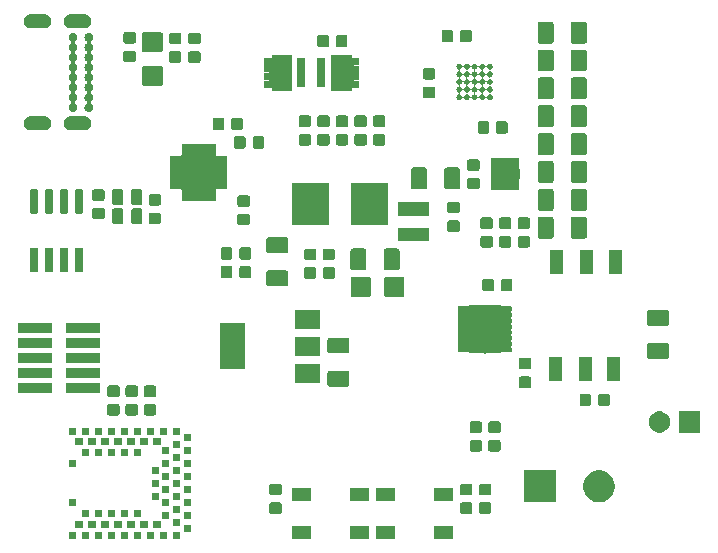
<source format=gbr>
%TF.GenerationSoftware,KiCad,Pcbnew,(5.1.5-0-10_14)*%
%TF.CreationDate,2020-05-27T21:49:09-04:00*%
%TF.ProjectId,PD_PowerSupply,50445f50-6f77-4657-9253-7570706c792e,rev?*%
%TF.SameCoordinates,Original*%
%TF.FileFunction,Soldermask,Top*%
%TF.FilePolarity,Negative*%
%FSLAX46Y46*%
G04 Gerber Fmt 4.6, Leading zero omitted, Abs format (unit mm)*
G04 Created by KiCad (PCBNEW (5.1.5-0-10_14)) date 2020-05-27 21:49:09*
%MOMM*%
%LPD*%
G04 APERTURE LIST*
%ADD10C,0.152400*%
%ADD11C,0.010000*%
%ADD12C,0.100000*%
G04 APERTURE END LIST*
D10*
X153181200Y-98872400D02*
X153181200Y-98872400D01*
X153181200Y-98872400D02*
X153181200Y-98872400D01*
X153181200Y-98872400D02*
X153181200Y-98872400D01*
X153181200Y-98872400D02*
X153181200Y-98872400D01*
X153181200Y-98872400D02*
X153181200Y-98872400D01*
X153181200Y-98872400D02*
X153181200Y-98872400D01*
X153181200Y-98872400D02*
X153181200Y-98872400D01*
X153181200Y-98872400D02*
X153181200Y-98872400D01*
X153181200Y-102872400D02*
X153181200Y-102872400D01*
X153181200Y-102872400D02*
X153181200Y-102872400D01*
X153181200Y-102872400D02*
X153181200Y-102872400D01*
X153181200Y-102872400D02*
X153181200Y-102872400D01*
X153181200Y-102872400D02*
X153181200Y-102872400D01*
X153181200Y-102872400D02*
X153181200Y-102872400D01*
X153181200Y-102872400D02*
X153181200Y-102872400D01*
X153181200Y-102872400D02*
X153181200Y-102872400D01*
X150981199Y-102747400D02*
X151581201Y-102747400D01*
X150981199Y-102497401D02*
X150981199Y-102747400D01*
X151581201Y-102497401D02*
X150981199Y-102497401D01*
X151581201Y-102747400D02*
X151581201Y-102497401D01*
X150981199Y-102247399D02*
X151581201Y-102247399D01*
X150981199Y-101997399D02*
X150981199Y-102247399D01*
X151581201Y-101997399D02*
X150981199Y-101997399D01*
X151581201Y-102247399D02*
X151581201Y-101997399D01*
X150981199Y-101747400D02*
X151581201Y-101747400D01*
X150981199Y-101497400D02*
X150981199Y-101747400D01*
X151581201Y-101497400D02*
X150981199Y-101497400D01*
X151581201Y-101747400D02*
X151581201Y-101497400D01*
X150981199Y-101247401D02*
X151581201Y-101247401D01*
X150981199Y-100997398D02*
X150981199Y-101247401D01*
X151581201Y-100997398D02*
X150981199Y-100997398D01*
X151581201Y-101247401D02*
X151581201Y-100997398D01*
X150981199Y-100747399D02*
X151581201Y-100747399D01*
X150981199Y-100497399D02*
X150981199Y-100747399D01*
X151581201Y-100497399D02*
X150981199Y-100497399D01*
X151581201Y-100747399D02*
X151581201Y-100497399D01*
X150981199Y-100247400D02*
X151581201Y-100247400D01*
X150981199Y-99997400D02*
X150981199Y-100247400D01*
X151581201Y-99997400D02*
X150981199Y-99997400D01*
X151581201Y-100247400D02*
X151581201Y-99997400D01*
X150981199Y-99747398D02*
X151581201Y-99747398D01*
X150981199Y-99497399D02*
X150981199Y-99747398D01*
X151581201Y-99497399D02*
X150981199Y-99497399D01*
X151581201Y-99747398D02*
X151581201Y-99497399D01*
X150981199Y-99247399D02*
X151581201Y-99247399D01*
X150981199Y-98997400D02*
X150981199Y-99247399D01*
X151581201Y-98997400D02*
X150981199Y-98997400D01*
X151581201Y-99247399D02*
X151581201Y-98997400D01*
X154781199Y-99247399D02*
X155381201Y-99247399D01*
X154781199Y-98997400D02*
X154781199Y-99247399D01*
X155381201Y-98997400D02*
X154781199Y-98997400D01*
X155381201Y-99247399D02*
X155381201Y-98997400D01*
X154781199Y-99747401D02*
X155381201Y-99747401D01*
X154781199Y-99497401D02*
X154781199Y-99747401D01*
X155381201Y-99497401D02*
X154781199Y-99497401D01*
X155381201Y-99747401D02*
X155381201Y-99497401D01*
X154781199Y-100247400D02*
X155381201Y-100247400D01*
X154781199Y-99997400D02*
X154781199Y-100247400D01*
X155381201Y-99997400D02*
X154781199Y-99997400D01*
X155381201Y-100247400D02*
X155381201Y-99997400D01*
X154781199Y-100747402D02*
X155381201Y-100747402D01*
X154781199Y-100497399D02*
X154781199Y-100747402D01*
X155381201Y-100497399D02*
X154781199Y-100497399D01*
X155381201Y-100747402D02*
X155381201Y-100497399D01*
X154781199Y-101247401D02*
X155381201Y-101247401D01*
X154781199Y-100997401D02*
X154781199Y-101247401D01*
X155381201Y-100997401D02*
X154781199Y-100997401D01*
X155381201Y-101247401D02*
X155381201Y-100997401D01*
X154781199Y-101747400D02*
X155381201Y-101747400D01*
X154781199Y-101497400D02*
X154781199Y-101747400D01*
X155381201Y-101497400D02*
X154781199Y-101497400D01*
X155381201Y-101747400D02*
X155381201Y-101497400D01*
X154781199Y-102247401D02*
X155381201Y-102247401D01*
X154781199Y-101997402D02*
X154781199Y-102247401D01*
X155381201Y-101997402D02*
X154781199Y-101997402D01*
X155381201Y-102247401D02*
X155381201Y-101997402D01*
X154781199Y-102747400D02*
X155381201Y-102747400D01*
X154781199Y-102497401D02*
X154781199Y-102747400D01*
X155381201Y-102497401D02*
X154781199Y-102497401D01*
X155381201Y-102747400D02*
X155381201Y-102497401D01*
D11*
G36*
X140154800Y-77680400D02*
G01*
X140154800Y-80630400D01*
X141824800Y-80630400D01*
X141824800Y-80380400D01*
X142434800Y-80380400D01*
X142434800Y-79880400D01*
X142024800Y-79880400D01*
X142024800Y-79730400D01*
X142434800Y-79730400D01*
X142434800Y-79230400D01*
X142024800Y-79230400D01*
X142024800Y-79080400D01*
X142434800Y-79080400D01*
X142434800Y-78580400D01*
X142024800Y-78580400D01*
X142024800Y-78430400D01*
X142434800Y-78430400D01*
X142434800Y-77930400D01*
X141824800Y-77930400D01*
X141824800Y-77680400D01*
X140154800Y-77680400D01*
G37*
X140154800Y-77680400D02*
X140154800Y-80630400D01*
X141824800Y-80630400D01*
X141824800Y-80380400D01*
X142434800Y-80380400D01*
X142434800Y-79880400D01*
X142024800Y-79880400D01*
X142024800Y-79730400D01*
X142434800Y-79730400D01*
X142434800Y-79230400D01*
X142024800Y-79230400D01*
X142024800Y-79080400D01*
X142434800Y-79080400D01*
X142434800Y-78580400D01*
X142024800Y-78580400D01*
X142024800Y-78430400D01*
X142434800Y-78430400D01*
X142434800Y-77930400D01*
X141824800Y-77930400D01*
X141824800Y-77680400D01*
X140154800Y-77680400D01*
G36*
X136795000Y-80605000D02*
G01*
X136795000Y-77655000D01*
X135125000Y-77655000D01*
X135125000Y-77905000D01*
X134515000Y-77905000D01*
X134515000Y-78405000D01*
X134925000Y-78405000D01*
X134925000Y-78555000D01*
X134515000Y-78555000D01*
X134515000Y-79055000D01*
X134925000Y-79055000D01*
X134925000Y-79205000D01*
X134515000Y-79205000D01*
X134515000Y-79705000D01*
X134925000Y-79705000D01*
X134925000Y-79855000D01*
X134515000Y-79855000D01*
X134515000Y-80355000D01*
X135125000Y-80355000D01*
X135125000Y-80605000D01*
X136795000Y-80605000D01*
G37*
X136795000Y-80605000D02*
X136795000Y-77655000D01*
X135125000Y-77655000D01*
X135125000Y-77905000D01*
X134515000Y-77905000D01*
X134515000Y-78405000D01*
X134925000Y-78405000D01*
X134925000Y-78555000D01*
X134515000Y-78555000D01*
X134515000Y-79055000D01*
X134925000Y-79055000D01*
X134925000Y-79205000D01*
X134515000Y-79205000D01*
X134515000Y-79705000D01*
X134925000Y-79705000D01*
X134925000Y-79855000D01*
X134515000Y-79855000D01*
X134515000Y-80355000D01*
X135125000Y-80355000D01*
X135125000Y-80605000D01*
X136795000Y-80605000D01*
D12*
G36*
X150488600Y-118669800D02*
G01*
X148886600Y-118669800D01*
X148886600Y-117567800D01*
X150488600Y-117567800D01*
X150488600Y-118669800D01*
G37*
G36*
X145588600Y-118669800D02*
G01*
X143986600Y-118669800D01*
X143986600Y-117567800D01*
X145588600Y-117567800D01*
X145588600Y-118669800D01*
G37*
G36*
X143376600Y-118669800D02*
G01*
X141774600Y-118669800D01*
X141774600Y-117567800D01*
X143376600Y-117567800D01*
X143376600Y-118669800D01*
G37*
G36*
X138476600Y-118669800D02*
G01*
X136874600Y-118669800D01*
X136874600Y-117567800D01*
X138476600Y-117567800D01*
X138476600Y-118669800D01*
G37*
G36*
X122977400Y-118629000D02*
G01*
X122375400Y-118629000D01*
X122375400Y-118027000D01*
X122977400Y-118027000D01*
X122977400Y-118629000D01*
G37*
G36*
X121877400Y-118629000D02*
G01*
X121275400Y-118629000D01*
X121275400Y-118027000D01*
X121877400Y-118027000D01*
X121877400Y-118629000D01*
G37*
G36*
X120777400Y-118629000D02*
G01*
X120175400Y-118629000D01*
X120175400Y-118027000D01*
X120777400Y-118027000D01*
X120777400Y-118629000D01*
G37*
G36*
X119677400Y-118629000D02*
G01*
X119075400Y-118629000D01*
X119075400Y-118027000D01*
X119677400Y-118027000D01*
X119677400Y-118629000D01*
G37*
G36*
X118577400Y-118629000D02*
G01*
X117975400Y-118629000D01*
X117975400Y-118027000D01*
X118577400Y-118027000D01*
X118577400Y-118629000D01*
G37*
G36*
X125177400Y-118629000D02*
G01*
X124575400Y-118629000D01*
X124575400Y-118027000D01*
X125177400Y-118027000D01*
X125177400Y-118629000D01*
G37*
G36*
X126277400Y-118629000D02*
G01*
X125675400Y-118629000D01*
X125675400Y-118027000D01*
X126277400Y-118027000D01*
X126277400Y-118629000D01*
G37*
G36*
X127377400Y-118629000D02*
G01*
X126775400Y-118629000D01*
X126775400Y-118027000D01*
X127377400Y-118027000D01*
X127377400Y-118629000D01*
G37*
G36*
X124077400Y-118629000D02*
G01*
X123475400Y-118629000D01*
X123475400Y-118027000D01*
X124077400Y-118027000D01*
X124077400Y-118629000D01*
G37*
G36*
X128277400Y-118079000D02*
G01*
X127675400Y-118079000D01*
X127675400Y-117477000D01*
X128277400Y-117477000D01*
X128277400Y-118079000D01*
G37*
G36*
X119127400Y-117729000D02*
G01*
X118525400Y-117729000D01*
X118525400Y-117127000D01*
X119127400Y-117127000D01*
X119127400Y-117729000D01*
G37*
G36*
X120227400Y-117729000D02*
G01*
X119625400Y-117729000D01*
X119625400Y-117127000D01*
X120227400Y-117127000D01*
X120227400Y-117729000D01*
G37*
G36*
X121327400Y-117729000D02*
G01*
X120725400Y-117729000D01*
X120725400Y-117127000D01*
X121327400Y-117127000D01*
X121327400Y-117729000D01*
G37*
G36*
X122427400Y-117729000D02*
G01*
X121825400Y-117729000D01*
X121825400Y-117127000D01*
X122427400Y-117127000D01*
X122427400Y-117729000D01*
G37*
G36*
X123527400Y-117729000D02*
G01*
X122925400Y-117729000D01*
X122925400Y-117127000D01*
X123527400Y-117127000D01*
X123527400Y-117729000D01*
G37*
G36*
X124627400Y-117729000D02*
G01*
X124025400Y-117729000D01*
X124025400Y-117127000D01*
X124627400Y-117127000D01*
X124627400Y-117729000D01*
G37*
G36*
X125727400Y-117729000D02*
G01*
X125125400Y-117729000D01*
X125125400Y-117127000D01*
X125727400Y-117127000D01*
X125727400Y-117729000D01*
G37*
G36*
X127377400Y-117529000D02*
G01*
X126775400Y-117529000D01*
X126775400Y-116927000D01*
X127377400Y-116927000D01*
X127377400Y-117529000D01*
G37*
G36*
X126477400Y-116979000D02*
G01*
X125875400Y-116979000D01*
X125875400Y-116377000D01*
X126477400Y-116377000D01*
X126477400Y-116979000D01*
G37*
G36*
X128277400Y-116979000D02*
G01*
X127675400Y-116979000D01*
X127675400Y-116377000D01*
X128277400Y-116377000D01*
X128277400Y-116979000D01*
G37*
G36*
X119677400Y-116829000D02*
G01*
X119075400Y-116829000D01*
X119075400Y-116227000D01*
X119677400Y-116227000D01*
X119677400Y-116829000D01*
G37*
G36*
X120777400Y-116829000D02*
G01*
X120175400Y-116829000D01*
X120175400Y-116227000D01*
X120777400Y-116227000D01*
X120777400Y-116829000D01*
G37*
G36*
X121877400Y-116829000D02*
G01*
X121275400Y-116829000D01*
X121275400Y-116227000D01*
X121877400Y-116227000D01*
X121877400Y-116829000D01*
G37*
G36*
X122977400Y-116829000D02*
G01*
X122375400Y-116829000D01*
X122375400Y-116227000D01*
X122977400Y-116227000D01*
X122977400Y-116829000D01*
G37*
G36*
X124077400Y-116829000D02*
G01*
X123475400Y-116829000D01*
X123475400Y-116227000D01*
X124077400Y-116227000D01*
X124077400Y-116829000D01*
G37*
G36*
X151985991Y-115551885D02*
G01*
X152019969Y-115562193D01*
X152051290Y-115578934D01*
X152078739Y-115601461D01*
X152101266Y-115628910D01*
X152118007Y-115660231D01*
X152128315Y-115694209D01*
X152132400Y-115735690D01*
X152132400Y-116336910D01*
X152128315Y-116378391D01*
X152118007Y-116412369D01*
X152101266Y-116443690D01*
X152078739Y-116471139D01*
X152051290Y-116493666D01*
X152019969Y-116510407D01*
X151985991Y-116520715D01*
X151944510Y-116524800D01*
X151268290Y-116524800D01*
X151226809Y-116520715D01*
X151192831Y-116510407D01*
X151161510Y-116493666D01*
X151134061Y-116471139D01*
X151111534Y-116443690D01*
X151094793Y-116412369D01*
X151084485Y-116378391D01*
X151080400Y-116336910D01*
X151080400Y-115735690D01*
X151084485Y-115694209D01*
X151094793Y-115660231D01*
X151111534Y-115628910D01*
X151134061Y-115601461D01*
X151161510Y-115578934D01*
X151192831Y-115562193D01*
X151226809Y-115551885D01*
X151268290Y-115547800D01*
X151944510Y-115547800D01*
X151985991Y-115551885D01*
G37*
G36*
X135845991Y-115548285D02*
G01*
X135879969Y-115558593D01*
X135911290Y-115575334D01*
X135938739Y-115597861D01*
X135961266Y-115625310D01*
X135978007Y-115656631D01*
X135988315Y-115690609D01*
X135992400Y-115732090D01*
X135992400Y-116333310D01*
X135988315Y-116374791D01*
X135978007Y-116408769D01*
X135961266Y-116440090D01*
X135938739Y-116467539D01*
X135911290Y-116490066D01*
X135879969Y-116506807D01*
X135845991Y-116517115D01*
X135804510Y-116521200D01*
X135128290Y-116521200D01*
X135086809Y-116517115D01*
X135052831Y-116506807D01*
X135021510Y-116490066D01*
X134994061Y-116467539D01*
X134971534Y-116440090D01*
X134954793Y-116408769D01*
X134944485Y-116374791D01*
X134940400Y-116333310D01*
X134940400Y-115732090D01*
X134944485Y-115690609D01*
X134954793Y-115656631D01*
X134971534Y-115625310D01*
X134994061Y-115597861D01*
X135021510Y-115575334D01*
X135052831Y-115558593D01*
X135086809Y-115548285D01*
X135128290Y-115544200D01*
X135804510Y-115544200D01*
X135845991Y-115548285D01*
G37*
G36*
X153590791Y-115538685D02*
G01*
X153624769Y-115548993D01*
X153656090Y-115565734D01*
X153683539Y-115588261D01*
X153706066Y-115615710D01*
X153722807Y-115647031D01*
X153733115Y-115681009D01*
X153737200Y-115722490D01*
X153737200Y-116323710D01*
X153733115Y-116365191D01*
X153722807Y-116399169D01*
X153706066Y-116430490D01*
X153683539Y-116457939D01*
X153656090Y-116480466D01*
X153624769Y-116497207D01*
X153590791Y-116507515D01*
X153549310Y-116511600D01*
X152873090Y-116511600D01*
X152831609Y-116507515D01*
X152797631Y-116497207D01*
X152766310Y-116480466D01*
X152738861Y-116457939D01*
X152716334Y-116430490D01*
X152699593Y-116399169D01*
X152689285Y-116365191D01*
X152685200Y-116323710D01*
X152685200Y-115722490D01*
X152689285Y-115681009D01*
X152699593Y-115647031D01*
X152716334Y-115615710D01*
X152738861Y-115588261D01*
X152766310Y-115565734D01*
X152797631Y-115548993D01*
X152831609Y-115538685D01*
X152873090Y-115534600D01*
X153549310Y-115534600D01*
X153590791Y-115538685D01*
G37*
G36*
X127377400Y-116429000D02*
G01*
X126775400Y-116429000D01*
X126775400Y-115827000D01*
X127377400Y-115827000D01*
X127377400Y-116429000D01*
G37*
G36*
X126477400Y-115879000D02*
G01*
X125875400Y-115879000D01*
X125875400Y-115277000D01*
X126477400Y-115277000D01*
X126477400Y-115879000D01*
G37*
G36*
X128277400Y-115879000D02*
G01*
X127675400Y-115879000D01*
X127675400Y-115277000D01*
X128277400Y-115277000D01*
X128277400Y-115879000D01*
G37*
G36*
X118577400Y-115879000D02*
G01*
X117975400Y-115879000D01*
X117975400Y-115277000D01*
X118577400Y-115277000D01*
X118577400Y-115879000D01*
G37*
G36*
X159205800Y-115533000D02*
G01*
X156503800Y-115533000D01*
X156503800Y-112831000D01*
X159205800Y-112831000D01*
X159205800Y-115533000D01*
G37*
G36*
X163248872Y-112882918D02*
G01*
X163494739Y-112984759D01*
X163606128Y-113059187D01*
X163716011Y-113132609D01*
X163904191Y-113320789D01*
X164052042Y-113542063D01*
X164153882Y-113787928D01*
X164205800Y-114048937D01*
X164205800Y-114315063D01*
X164153882Y-114576072D01*
X164063026Y-114795420D01*
X164052041Y-114821939D01*
X164002462Y-114896139D01*
X163904191Y-115043211D01*
X163716011Y-115231391D01*
X163606128Y-115304813D01*
X163494739Y-115379241D01*
X163494738Y-115379242D01*
X163494737Y-115379242D01*
X163248872Y-115481082D01*
X162987863Y-115533000D01*
X162721737Y-115533000D01*
X162460728Y-115481082D01*
X162214863Y-115379242D01*
X162214862Y-115379242D01*
X162214861Y-115379241D01*
X162103472Y-115304813D01*
X161993589Y-115231391D01*
X161805409Y-115043211D01*
X161707138Y-114896139D01*
X161657559Y-114821939D01*
X161646575Y-114795420D01*
X161555718Y-114576072D01*
X161503800Y-114315063D01*
X161503800Y-114048937D01*
X161555718Y-113787928D01*
X161657558Y-113542063D01*
X161805409Y-113320789D01*
X161993589Y-113132609D01*
X162103472Y-113059187D01*
X162214861Y-112984759D01*
X162460728Y-112882918D01*
X162721737Y-112831000D01*
X162987863Y-112831000D01*
X163248872Y-112882918D01*
G37*
G36*
X150488600Y-115469800D02*
G01*
X148886600Y-115469800D01*
X148886600Y-114367800D01*
X150488600Y-114367800D01*
X150488600Y-115469800D01*
G37*
G36*
X145588600Y-115469800D02*
G01*
X143986600Y-115469800D01*
X143986600Y-114367800D01*
X145588600Y-114367800D01*
X145588600Y-115469800D01*
G37*
G36*
X143376600Y-115469800D02*
G01*
X141774600Y-115469800D01*
X141774600Y-114367800D01*
X143376600Y-114367800D01*
X143376600Y-115469800D01*
G37*
G36*
X138476600Y-115469800D02*
G01*
X136874600Y-115469800D01*
X136874600Y-114367800D01*
X138476600Y-114367800D01*
X138476600Y-115469800D01*
G37*
G36*
X127377400Y-115329000D02*
G01*
X126775400Y-115329000D01*
X126775400Y-114727000D01*
X127377400Y-114727000D01*
X127377400Y-115329000D01*
G37*
G36*
X125577400Y-115329000D02*
G01*
X124975400Y-115329000D01*
X124975400Y-114727000D01*
X125577400Y-114727000D01*
X125577400Y-115329000D01*
G37*
G36*
X151985991Y-113976885D02*
G01*
X152019969Y-113987193D01*
X152051290Y-114003934D01*
X152078739Y-114026461D01*
X152101266Y-114053910D01*
X152118007Y-114085231D01*
X152128315Y-114119209D01*
X152132400Y-114160690D01*
X152132400Y-114761910D01*
X152128315Y-114803391D01*
X152118007Y-114837369D01*
X152101266Y-114868690D01*
X152078739Y-114896139D01*
X152051290Y-114918666D01*
X152019969Y-114935407D01*
X151985991Y-114945715D01*
X151944510Y-114949800D01*
X151268290Y-114949800D01*
X151226809Y-114945715D01*
X151192831Y-114935407D01*
X151161510Y-114918666D01*
X151134061Y-114896139D01*
X151111534Y-114868690D01*
X151094793Y-114837369D01*
X151084485Y-114803391D01*
X151080400Y-114761910D01*
X151080400Y-114160690D01*
X151084485Y-114119209D01*
X151094793Y-114085231D01*
X151111534Y-114053910D01*
X151134061Y-114026461D01*
X151161510Y-114003934D01*
X151192831Y-113987193D01*
X151226809Y-113976885D01*
X151268290Y-113972800D01*
X151944510Y-113972800D01*
X151985991Y-113976885D01*
G37*
G36*
X135845991Y-113973285D02*
G01*
X135879969Y-113983593D01*
X135911290Y-114000334D01*
X135938739Y-114022861D01*
X135961266Y-114050310D01*
X135978007Y-114081631D01*
X135988315Y-114115609D01*
X135992400Y-114157090D01*
X135992400Y-114758310D01*
X135988315Y-114799791D01*
X135978007Y-114833769D01*
X135961266Y-114865090D01*
X135938739Y-114892539D01*
X135911290Y-114915066D01*
X135879969Y-114931807D01*
X135845991Y-114942115D01*
X135804510Y-114946200D01*
X135128290Y-114946200D01*
X135086809Y-114942115D01*
X135052831Y-114931807D01*
X135021510Y-114915066D01*
X134994061Y-114892539D01*
X134971534Y-114865090D01*
X134954793Y-114833769D01*
X134944485Y-114799791D01*
X134940400Y-114758310D01*
X134940400Y-114157090D01*
X134944485Y-114115609D01*
X134954793Y-114081631D01*
X134971534Y-114050310D01*
X134994061Y-114022861D01*
X135021510Y-114000334D01*
X135052831Y-113983593D01*
X135086809Y-113973285D01*
X135128290Y-113969200D01*
X135804510Y-113969200D01*
X135845991Y-113973285D01*
G37*
G36*
X153590791Y-113963685D02*
G01*
X153624769Y-113973993D01*
X153656090Y-113990734D01*
X153683539Y-114013261D01*
X153706066Y-114040710D01*
X153722807Y-114072031D01*
X153733115Y-114106009D01*
X153737200Y-114147490D01*
X153737200Y-114748710D01*
X153733115Y-114790191D01*
X153722807Y-114824169D01*
X153706066Y-114855490D01*
X153683539Y-114882939D01*
X153656090Y-114905466D01*
X153624769Y-114922207D01*
X153590791Y-114932515D01*
X153549310Y-114936600D01*
X152873090Y-114936600D01*
X152831609Y-114932515D01*
X152797631Y-114922207D01*
X152766310Y-114905466D01*
X152738861Y-114882939D01*
X152716334Y-114855490D01*
X152699593Y-114824169D01*
X152689285Y-114790191D01*
X152685200Y-114748710D01*
X152685200Y-114147490D01*
X152689285Y-114106009D01*
X152699593Y-114072031D01*
X152716334Y-114040710D01*
X152738861Y-114013261D01*
X152766310Y-113990734D01*
X152797631Y-113973993D01*
X152831609Y-113963685D01*
X152873090Y-113959600D01*
X153549310Y-113959600D01*
X153590791Y-113963685D01*
G37*
G36*
X126477400Y-114779000D02*
G01*
X125875400Y-114779000D01*
X125875400Y-114177000D01*
X126477400Y-114177000D01*
X126477400Y-114779000D01*
G37*
G36*
X128277400Y-114779000D02*
G01*
X127675400Y-114779000D01*
X127675400Y-114177000D01*
X128277400Y-114177000D01*
X128277400Y-114779000D01*
G37*
G36*
X127377400Y-114229000D02*
G01*
X126775400Y-114229000D01*
X126775400Y-113627000D01*
X127377400Y-113627000D01*
X127377400Y-114229000D01*
G37*
G36*
X125577400Y-114229000D02*
G01*
X124975400Y-114229000D01*
X124975400Y-113627000D01*
X125577400Y-113627000D01*
X125577400Y-114229000D01*
G37*
G36*
X128277400Y-113679000D02*
G01*
X127675400Y-113679000D01*
X127675400Y-113077000D01*
X128277400Y-113077000D01*
X128277400Y-113679000D01*
G37*
G36*
X126477400Y-113679000D02*
G01*
X125875400Y-113679000D01*
X125875400Y-113077000D01*
X126477400Y-113077000D01*
X126477400Y-113679000D01*
G37*
G36*
X127377400Y-113129000D02*
G01*
X126775400Y-113129000D01*
X126775400Y-112527000D01*
X127377400Y-112527000D01*
X127377400Y-113129000D01*
G37*
G36*
X125577400Y-113129000D02*
G01*
X124975400Y-113129000D01*
X124975400Y-112527000D01*
X125577400Y-112527000D01*
X125577400Y-113129000D01*
G37*
G36*
X128277400Y-112579000D02*
G01*
X127675400Y-112579000D01*
X127675400Y-111977000D01*
X128277400Y-111977000D01*
X128277400Y-112579000D01*
G37*
G36*
X126477400Y-112579000D02*
G01*
X125875400Y-112579000D01*
X125875400Y-111977000D01*
X126477400Y-111977000D01*
X126477400Y-112579000D01*
G37*
G36*
X118577400Y-112579000D02*
G01*
X117975400Y-112579000D01*
X117975400Y-111977000D01*
X118577400Y-111977000D01*
X118577400Y-112579000D01*
G37*
G36*
X127377400Y-112029000D02*
G01*
X126775400Y-112029000D01*
X126775400Y-111427000D01*
X127377400Y-111427000D01*
X127377400Y-112029000D01*
G37*
G36*
X121877400Y-111629000D02*
G01*
X121275400Y-111629000D01*
X121275400Y-111027000D01*
X121877400Y-111027000D01*
X121877400Y-111629000D01*
G37*
G36*
X124077400Y-111629000D02*
G01*
X123475400Y-111629000D01*
X123475400Y-111027000D01*
X124077400Y-111027000D01*
X124077400Y-111629000D01*
G37*
G36*
X120777400Y-111629000D02*
G01*
X120175400Y-111629000D01*
X120175400Y-111027000D01*
X120777400Y-111027000D01*
X120777400Y-111629000D01*
G37*
G36*
X119677400Y-111629000D02*
G01*
X119075400Y-111629000D01*
X119075400Y-111027000D01*
X119677400Y-111027000D01*
X119677400Y-111629000D01*
G37*
G36*
X122977400Y-111629000D02*
G01*
X122375400Y-111629000D01*
X122375400Y-111027000D01*
X122977400Y-111027000D01*
X122977400Y-111629000D01*
G37*
G36*
X126477400Y-111479000D02*
G01*
X125875400Y-111479000D01*
X125875400Y-110877000D01*
X126477400Y-110877000D01*
X126477400Y-111479000D01*
G37*
G36*
X128277400Y-111479000D02*
G01*
X127675400Y-111479000D01*
X127675400Y-110877000D01*
X128277400Y-110877000D01*
X128277400Y-111479000D01*
G37*
G36*
X152798791Y-110268685D02*
G01*
X152832769Y-110278993D01*
X152864090Y-110295734D01*
X152891539Y-110318261D01*
X152914066Y-110345710D01*
X152930807Y-110377031D01*
X152941115Y-110411009D01*
X152945200Y-110452490D01*
X152945200Y-111053710D01*
X152941115Y-111095191D01*
X152930807Y-111129169D01*
X152914066Y-111160490D01*
X152891539Y-111187939D01*
X152864090Y-111210466D01*
X152832769Y-111227207D01*
X152798791Y-111237515D01*
X152757310Y-111241600D01*
X152081090Y-111241600D01*
X152039609Y-111237515D01*
X152005631Y-111227207D01*
X151974310Y-111210466D01*
X151946861Y-111187939D01*
X151924334Y-111160490D01*
X151907593Y-111129169D01*
X151897285Y-111095191D01*
X151893200Y-111053710D01*
X151893200Y-110452490D01*
X151897285Y-110411009D01*
X151907593Y-110377031D01*
X151924334Y-110345710D01*
X151946861Y-110318261D01*
X151974310Y-110295734D01*
X152005631Y-110278993D01*
X152039609Y-110268685D01*
X152081090Y-110264600D01*
X152757310Y-110264600D01*
X152798791Y-110268685D01*
G37*
G36*
X154373591Y-110268685D02*
G01*
X154407569Y-110278993D01*
X154438890Y-110295734D01*
X154466339Y-110318261D01*
X154488866Y-110345710D01*
X154505607Y-110377031D01*
X154515915Y-110411009D01*
X154520000Y-110452490D01*
X154520000Y-111053710D01*
X154515915Y-111095191D01*
X154505607Y-111129169D01*
X154488866Y-111160490D01*
X154466339Y-111187939D01*
X154438890Y-111210466D01*
X154407569Y-111227207D01*
X154373591Y-111237515D01*
X154332110Y-111241600D01*
X153655890Y-111241600D01*
X153614409Y-111237515D01*
X153580431Y-111227207D01*
X153549110Y-111210466D01*
X153521661Y-111187939D01*
X153499134Y-111160490D01*
X153482393Y-111129169D01*
X153472085Y-111095191D01*
X153468000Y-111053710D01*
X153468000Y-110452490D01*
X153472085Y-110411009D01*
X153482393Y-110377031D01*
X153499134Y-110345710D01*
X153521661Y-110318261D01*
X153549110Y-110295734D01*
X153580431Y-110278993D01*
X153614409Y-110268685D01*
X153655890Y-110264600D01*
X154332110Y-110264600D01*
X154373591Y-110268685D01*
G37*
G36*
X127377400Y-110929000D02*
G01*
X126775400Y-110929000D01*
X126775400Y-110327000D01*
X127377400Y-110327000D01*
X127377400Y-110929000D01*
G37*
G36*
X124627400Y-110729000D02*
G01*
X124025400Y-110729000D01*
X124025400Y-110127000D01*
X124627400Y-110127000D01*
X124627400Y-110729000D01*
G37*
G36*
X125727400Y-110729000D02*
G01*
X125125400Y-110729000D01*
X125125400Y-110127000D01*
X125727400Y-110127000D01*
X125727400Y-110729000D01*
G37*
G36*
X123527400Y-110729000D02*
G01*
X122925400Y-110729000D01*
X122925400Y-110127000D01*
X123527400Y-110127000D01*
X123527400Y-110729000D01*
G37*
G36*
X122427400Y-110729000D02*
G01*
X121825400Y-110729000D01*
X121825400Y-110127000D01*
X122427400Y-110127000D01*
X122427400Y-110729000D01*
G37*
G36*
X121327400Y-110729000D02*
G01*
X120725400Y-110729000D01*
X120725400Y-110127000D01*
X121327400Y-110127000D01*
X121327400Y-110729000D01*
G37*
G36*
X120227400Y-110729000D02*
G01*
X119625400Y-110729000D01*
X119625400Y-110127000D01*
X120227400Y-110127000D01*
X120227400Y-110729000D01*
G37*
G36*
X119127400Y-110729000D02*
G01*
X118525400Y-110729000D01*
X118525400Y-110127000D01*
X119127400Y-110127000D01*
X119127400Y-110729000D01*
G37*
G36*
X128277400Y-110379000D02*
G01*
X127675400Y-110379000D01*
X127675400Y-109777000D01*
X128277400Y-109777000D01*
X128277400Y-110379000D01*
G37*
G36*
X122977400Y-109829000D02*
G01*
X122375400Y-109829000D01*
X122375400Y-109227000D01*
X122977400Y-109227000D01*
X122977400Y-109829000D01*
G37*
G36*
X119677400Y-109829000D02*
G01*
X119075400Y-109829000D01*
X119075400Y-109227000D01*
X119677400Y-109227000D01*
X119677400Y-109829000D01*
G37*
G36*
X124077400Y-109829000D02*
G01*
X123475400Y-109829000D01*
X123475400Y-109227000D01*
X124077400Y-109227000D01*
X124077400Y-109829000D01*
G37*
G36*
X125177400Y-109829000D02*
G01*
X124575400Y-109829000D01*
X124575400Y-109227000D01*
X125177400Y-109227000D01*
X125177400Y-109829000D01*
G37*
G36*
X121877400Y-109829000D02*
G01*
X121275400Y-109829000D01*
X121275400Y-109227000D01*
X121877400Y-109227000D01*
X121877400Y-109829000D01*
G37*
G36*
X118577400Y-109829000D02*
G01*
X117975400Y-109829000D01*
X117975400Y-109227000D01*
X118577400Y-109227000D01*
X118577400Y-109829000D01*
G37*
G36*
X120777400Y-109829000D02*
G01*
X120175400Y-109829000D01*
X120175400Y-109227000D01*
X120777400Y-109227000D01*
X120777400Y-109829000D01*
G37*
G36*
X127377400Y-109829000D02*
G01*
X126775400Y-109829000D01*
X126775400Y-109227000D01*
X127377400Y-109227000D01*
X127377400Y-109829000D01*
G37*
G36*
X126277400Y-109829000D02*
G01*
X125675400Y-109829000D01*
X125675400Y-109227000D01*
X126277400Y-109227000D01*
X126277400Y-109829000D01*
G37*
G36*
X152798791Y-108693685D02*
G01*
X152832769Y-108703993D01*
X152864090Y-108720734D01*
X152891539Y-108743261D01*
X152914066Y-108770710D01*
X152930807Y-108802031D01*
X152941115Y-108836009D01*
X152945200Y-108877490D01*
X152945200Y-109478710D01*
X152941115Y-109520191D01*
X152930807Y-109554169D01*
X152914066Y-109585490D01*
X152891539Y-109612939D01*
X152864090Y-109635466D01*
X152832769Y-109652207D01*
X152798791Y-109662515D01*
X152757310Y-109666600D01*
X152081090Y-109666600D01*
X152039609Y-109662515D01*
X152005631Y-109652207D01*
X151974310Y-109635466D01*
X151946861Y-109612939D01*
X151924334Y-109585490D01*
X151907593Y-109554169D01*
X151897285Y-109520191D01*
X151893200Y-109478710D01*
X151893200Y-108877490D01*
X151897285Y-108836009D01*
X151907593Y-108802031D01*
X151924334Y-108770710D01*
X151946861Y-108743261D01*
X151974310Y-108720734D01*
X152005631Y-108703993D01*
X152039609Y-108693685D01*
X152081090Y-108689600D01*
X152757310Y-108689600D01*
X152798791Y-108693685D01*
G37*
G36*
X154373591Y-108693685D02*
G01*
X154407569Y-108703993D01*
X154438890Y-108720734D01*
X154466339Y-108743261D01*
X154488866Y-108770710D01*
X154505607Y-108802031D01*
X154515915Y-108836009D01*
X154520000Y-108877490D01*
X154520000Y-109478710D01*
X154515915Y-109520191D01*
X154505607Y-109554169D01*
X154488866Y-109585490D01*
X154466339Y-109612939D01*
X154438890Y-109635466D01*
X154407569Y-109652207D01*
X154373591Y-109662515D01*
X154332110Y-109666600D01*
X153655890Y-109666600D01*
X153614409Y-109662515D01*
X153580431Y-109652207D01*
X153549110Y-109635466D01*
X153521661Y-109612939D01*
X153499134Y-109585490D01*
X153482393Y-109554169D01*
X153472085Y-109520191D01*
X153468000Y-109478710D01*
X153468000Y-108877490D01*
X153472085Y-108836009D01*
X153482393Y-108802031D01*
X153499134Y-108770710D01*
X153521661Y-108743261D01*
X153549110Y-108720734D01*
X153580431Y-108703993D01*
X153614409Y-108693685D01*
X153655890Y-108689600D01*
X154332110Y-108689600D01*
X154373591Y-108693685D01*
G37*
G36*
X168077512Y-107850327D02*
G01*
X168226812Y-107880024D01*
X168390784Y-107947944D01*
X168538354Y-108046547D01*
X168663853Y-108172046D01*
X168762456Y-108319616D01*
X168830376Y-108483588D01*
X168860073Y-108632888D01*
X168865000Y-108657658D01*
X168865000Y-108835142D01*
X168863958Y-108840380D01*
X168830376Y-109009212D01*
X168762456Y-109173184D01*
X168663853Y-109320754D01*
X168538354Y-109446253D01*
X168390784Y-109544856D01*
X168226812Y-109612776D01*
X168077512Y-109642473D01*
X168052742Y-109647400D01*
X167875258Y-109647400D01*
X167850488Y-109642473D01*
X167701188Y-109612776D01*
X167537216Y-109544856D01*
X167389646Y-109446253D01*
X167264147Y-109320754D01*
X167165544Y-109173184D01*
X167097624Y-109009212D01*
X167064042Y-108840380D01*
X167063000Y-108835142D01*
X167063000Y-108657658D01*
X167067927Y-108632888D01*
X167097624Y-108483588D01*
X167165544Y-108319616D01*
X167264147Y-108172046D01*
X167389646Y-108046547D01*
X167537216Y-107947944D01*
X167701188Y-107880024D01*
X167850488Y-107850327D01*
X167875258Y-107845400D01*
X168052742Y-107845400D01*
X168077512Y-107850327D01*
G37*
G36*
X171405000Y-109647400D02*
G01*
X169603000Y-109647400D01*
X169603000Y-107845400D01*
X171405000Y-107845400D01*
X171405000Y-109647400D01*
G37*
G36*
X122115591Y-107220685D02*
G01*
X122149569Y-107230993D01*
X122180890Y-107247734D01*
X122208339Y-107270261D01*
X122230866Y-107297710D01*
X122247607Y-107329031D01*
X122257915Y-107363009D01*
X122262000Y-107404490D01*
X122262000Y-108005710D01*
X122257915Y-108047191D01*
X122247607Y-108081169D01*
X122230866Y-108112490D01*
X122208339Y-108139939D01*
X122180890Y-108162466D01*
X122149569Y-108179207D01*
X122115591Y-108189515D01*
X122074110Y-108193600D01*
X121397890Y-108193600D01*
X121356409Y-108189515D01*
X121322431Y-108179207D01*
X121291110Y-108162466D01*
X121263661Y-108139939D01*
X121241134Y-108112490D01*
X121224393Y-108081169D01*
X121214085Y-108047191D01*
X121210000Y-108005710D01*
X121210000Y-107404490D01*
X121214085Y-107363009D01*
X121224393Y-107329031D01*
X121241134Y-107297710D01*
X121263661Y-107270261D01*
X121291110Y-107247734D01*
X121322431Y-107230993D01*
X121356409Y-107220685D01*
X121397890Y-107216600D01*
X122074110Y-107216600D01*
X122115591Y-107220685D01*
G37*
G36*
X123664991Y-107220685D02*
G01*
X123698969Y-107230993D01*
X123730290Y-107247734D01*
X123757739Y-107270261D01*
X123780266Y-107297710D01*
X123797007Y-107329031D01*
X123807315Y-107363009D01*
X123811400Y-107404490D01*
X123811400Y-108005710D01*
X123807315Y-108047191D01*
X123797007Y-108081169D01*
X123780266Y-108112490D01*
X123757739Y-108139939D01*
X123730290Y-108162466D01*
X123698969Y-108179207D01*
X123664991Y-108189515D01*
X123623510Y-108193600D01*
X122947290Y-108193600D01*
X122905809Y-108189515D01*
X122871831Y-108179207D01*
X122840510Y-108162466D01*
X122813061Y-108139939D01*
X122790534Y-108112490D01*
X122773793Y-108081169D01*
X122763485Y-108047191D01*
X122759400Y-108005710D01*
X122759400Y-107404490D01*
X122763485Y-107363009D01*
X122773793Y-107329031D01*
X122790534Y-107297710D01*
X122813061Y-107270261D01*
X122840510Y-107247734D01*
X122871831Y-107230993D01*
X122905809Y-107220685D01*
X122947290Y-107216600D01*
X123623510Y-107216600D01*
X123664991Y-107220685D01*
G37*
G36*
X125214391Y-107220685D02*
G01*
X125248369Y-107230993D01*
X125279690Y-107247734D01*
X125307139Y-107270261D01*
X125329666Y-107297710D01*
X125346407Y-107329031D01*
X125356715Y-107363009D01*
X125360800Y-107404490D01*
X125360800Y-108005710D01*
X125356715Y-108047191D01*
X125346407Y-108081169D01*
X125329666Y-108112490D01*
X125307139Y-108139939D01*
X125279690Y-108162466D01*
X125248369Y-108179207D01*
X125214391Y-108189515D01*
X125172910Y-108193600D01*
X124496690Y-108193600D01*
X124455209Y-108189515D01*
X124421231Y-108179207D01*
X124389910Y-108162466D01*
X124362461Y-108139939D01*
X124339934Y-108112490D01*
X124323193Y-108081169D01*
X124312885Y-108047191D01*
X124308800Y-108005710D01*
X124308800Y-107404490D01*
X124312885Y-107363009D01*
X124323193Y-107329031D01*
X124339934Y-107297710D01*
X124362461Y-107270261D01*
X124389910Y-107247734D01*
X124421231Y-107230993D01*
X124455209Y-107220685D01*
X124496690Y-107216600D01*
X125172910Y-107216600D01*
X125214391Y-107220685D01*
G37*
G36*
X163607191Y-106344885D02*
G01*
X163641169Y-106355193D01*
X163672490Y-106371934D01*
X163699939Y-106394461D01*
X163722466Y-106421910D01*
X163739207Y-106453231D01*
X163749515Y-106487209D01*
X163753600Y-106528690D01*
X163753600Y-107204910D01*
X163749515Y-107246391D01*
X163739207Y-107280369D01*
X163722466Y-107311690D01*
X163699939Y-107339139D01*
X163672490Y-107361666D01*
X163641169Y-107378407D01*
X163607191Y-107388715D01*
X163565710Y-107392800D01*
X162964490Y-107392800D01*
X162923009Y-107388715D01*
X162889031Y-107378407D01*
X162857710Y-107361666D01*
X162830261Y-107339139D01*
X162807734Y-107311690D01*
X162790993Y-107280369D01*
X162780685Y-107246391D01*
X162776600Y-107204910D01*
X162776600Y-106528690D01*
X162780685Y-106487209D01*
X162790993Y-106453231D01*
X162807734Y-106421910D01*
X162830261Y-106394461D01*
X162857710Y-106371934D01*
X162889031Y-106355193D01*
X162923009Y-106344885D01*
X162964490Y-106340800D01*
X163565710Y-106340800D01*
X163607191Y-106344885D01*
G37*
G36*
X162032191Y-106344885D02*
G01*
X162066169Y-106355193D01*
X162097490Y-106371934D01*
X162124939Y-106394461D01*
X162147466Y-106421910D01*
X162164207Y-106453231D01*
X162174515Y-106487209D01*
X162178600Y-106528690D01*
X162178600Y-107204910D01*
X162174515Y-107246391D01*
X162164207Y-107280369D01*
X162147466Y-107311690D01*
X162124939Y-107339139D01*
X162097490Y-107361666D01*
X162066169Y-107378407D01*
X162032191Y-107388715D01*
X161990710Y-107392800D01*
X161389490Y-107392800D01*
X161348009Y-107388715D01*
X161314031Y-107378407D01*
X161282710Y-107361666D01*
X161255261Y-107339139D01*
X161232734Y-107311690D01*
X161215993Y-107280369D01*
X161205685Y-107246391D01*
X161201600Y-107204910D01*
X161201600Y-106528690D01*
X161205685Y-106487209D01*
X161215993Y-106453231D01*
X161232734Y-106421910D01*
X161255261Y-106394461D01*
X161282710Y-106371934D01*
X161314031Y-106355193D01*
X161348009Y-106344885D01*
X161389490Y-106340800D01*
X161990710Y-106340800D01*
X162032191Y-106344885D01*
G37*
G36*
X125214391Y-105645685D02*
G01*
X125248369Y-105655993D01*
X125279690Y-105672734D01*
X125307139Y-105695261D01*
X125329666Y-105722710D01*
X125346407Y-105754031D01*
X125356715Y-105788009D01*
X125360800Y-105829490D01*
X125360800Y-106430710D01*
X125356715Y-106472191D01*
X125346407Y-106506169D01*
X125329666Y-106537490D01*
X125307139Y-106564939D01*
X125279690Y-106587466D01*
X125248369Y-106604207D01*
X125214391Y-106614515D01*
X125172910Y-106618600D01*
X124496690Y-106618600D01*
X124455209Y-106614515D01*
X124421231Y-106604207D01*
X124389910Y-106587466D01*
X124362461Y-106564939D01*
X124339934Y-106537490D01*
X124323193Y-106506169D01*
X124312885Y-106472191D01*
X124308800Y-106430710D01*
X124308800Y-105829490D01*
X124312885Y-105788009D01*
X124323193Y-105754031D01*
X124339934Y-105722710D01*
X124362461Y-105695261D01*
X124389910Y-105672734D01*
X124421231Y-105655993D01*
X124455209Y-105645685D01*
X124496690Y-105641600D01*
X125172910Y-105641600D01*
X125214391Y-105645685D01*
G37*
G36*
X122115591Y-105645685D02*
G01*
X122149569Y-105655993D01*
X122180890Y-105672734D01*
X122208339Y-105695261D01*
X122230866Y-105722710D01*
X122247607Y-105754031D01*
X122257915Y-105788009D01*
X122262000Y-105829490D01*
X122262000Y-106430710D01*
X122257915Y-106472191D01*
X122247607Y-106506169D01*
X122230866Y-106537490D01*
X122208339Y-106564939D01*
X122180890Y-106587466D01*
X122149569Y-106604207D01*
X122115591Y-106614515D01*
X122074110Y-106618600D01*
X121397890Y-106618600D01*
X121356409Y-106614515D01*
X121322431Y-106604207D01*
X121291110Y-106587466D01*
X121263661Y-106564939D01*
X121241134Y-106537490D01*
X121224393Y-106506169D01*
X121214085Y-106472191D01*
X121210000Y-106430710D01*
X121210000Y-105829490D01*
X121214085Y-105788009D01*
X121224393Y-105754031D01*
X121241134Y-105722710D01*
X121263661Y-105695261D01*
X121291110Y-105672734D01*
X121322431Y-105655993D01*
X121356409Y-105645685D01*
X121397890Y-105641600D01*
X122074110Y-105641600D01*
X122115591Y-105645685D01*
G37*
G36*
X123664991Y-105645685D02*
G01*
X123698969Y-105655993D01*
X123730290Y-105672734D01*
X123757739Y-105695261D01*
X123780266Y-105722710D01*
X123797007Y-105754031D01*
X123807315Y-105788009D01*
X123811400Y-105829490D01*
X123811400Y-106430710D01*
X123807315Y-106472191D01*
X123797007Y-106506169D01*
X123780266Y-106537490D01*
X123757739Y-106564939D01*
X123730290Y-106587466D01*
X123698969Y-106604207D01*
X123664991Y-106614515D01*
X123623510Y-106618600D01*
X122947290Y-106618600D01*
X122905809Y-106614515D01*
X122871831Y-106604207D01*
X122840510Y-106587466D01*
X122813061Y-106564939D01*
X122790534Y-106537490D01*
X122773793Y-106506169D01*
X122763485Y-106472191D01*
X122759400Y-106430710D01*
X122759400Y-105829490D01*
X122763485Y-105788009D01*
X122773793Y-105754031D01*
X122790534Y-105722710D01*
X122813061Y-105695261D01*
X122840510Y-105672734D01*
X122871831Y-105655993D01*
X122905809Y-105645685D01*
X122947290Y-105641600D01*
X123623510Y-105641600D01*
X123664991Y-105645685D01*
G37*
G36*
X116524200Y-106271800D02*
G01*
X113632200Y-106271800D01*
X113632200Y-105429800D01*
X116524200Y-105429800D01*
X116524200Y-106271800D01*
G37*
G36*
X120594200Y-106271800D02*
G01*
X117702200Y-106271800D01*
X117702200Y-105429800D01*
X120594200Y-105429800D01*
X120594200Y-106271800D01*
G37*
G36*
X156964391Y-104883885D02*
G01*
X156998369Y-104894193D01*
X157029690Y-104910934D01*
X157057139Y-104933461D01*
X157079666Y-104960910D01*
X157096407Y-104992231D01*
X157106715Y-105026209D01*
X157110800Y-105067690D01*
X157110800Y-105668910D01*
X157106715Y-105710391D01*
X157096407Y-105744369D01*
X157079666Y-105775690D01*
X157057139Y-105803139D01*
X157029690Y-105825666D01*
X156998369Y-105842407D01*
X156964391Y-105852715D01*
X156922910Y-105856800D01*
X156246690Y-105856800D01*
X156205209Y-105852715D01*
X156171231Y-105842407D01*
X156139910Y-105825666D01*
X156112461Y-105803139D01*
X156089934Y-105775690D01*
X156073193Y-105744369D01*
X156062885Y-105710391D01*
X156058800Y-105668910D01*
X156058800Y-105067690D01*
X156062885Y-105026209D01*
X156073193Y-104992231D01*
X156089934Y-104960910D01*
X156112461Y-104933461D01*
X156139910Y-104910934D01*
X156171231Y-104894193D01*
X156205209Y-104883885D01*
X156246690Y-104879800D01*
X156922910Y-104879800D01*
X156964391Y-104883885D01*
G37*
G36*
X141554604Y-104394747D02*
G01*
X141591144Y-104405832D01*
X141624821Y-104423833D01*
X141654341Y-104448059D01*
X141678567Y-104477579D01*
X141696568Y-104511256D01*
X141707653Y-104547796D01*
X141712000Y-104591938D01*
X141712000Y-105540862D01*
X141707653Y-105585004D01*
X141696568Y-105621544D01*
X141678567Y-105655221D01*
X141654341Y-105684741D01*
X141624821Y-105708967D01*
X141591144Y-105726968D01*
X141554604Y-105738053D01*
X141510462Y-105742400D01*
X140061538Y-105742400D01*
X140017396Y-105738053D01*
X139980856Y-105726968D01*
X139947179Y-105708967D01*
X139917659Y-105684741D01*
X139893433Y-105655221D01*
X139875432Y-105621544D01*
X139864347Y-105585004D01*
X139860000Y-105540862D01*
X139860000Y-104591938D01*
X139864347Y-104547796D01*
X139875432Y-104511256D01*
X139893433Y-104477579D01*
X139917659Y-104448059D01*
X139947179Y-104423833D01*
X139980856Y-104405832D01*
X140017396Y-104394747D01*
X140061538Y-104390400D01*
X141510462Y-104390400D01*
X141554604Y-104394747D01*
G37*
G36*
X139195800Y-105446600D02*
G01*
X137093800Y-105446600D01*
X137093800Y-103844600D01*
X139195800Y-103844600D01*
X139195800Y-105446600D01*
G37*
G36*
X164636800Y-105241400D02*
G01*
X163569600Y-105241400D01*
X163569600Y-103209000D01*
X164636800Y-103209000D01*
X164636800Y-105241400D01*
G37*
G36*
X159683800Y-105241400D02*
G01*
X158616600Y-105241400D01*
X158616600Y-103209000D01*
X159683800Y-103209000D01*
X159683800Y-105241400D01*
G37*
G36*
X162223800Y-105241400D02*
G01*
X161156600Y-105241400D01*
X161156600Y-103209000D01*
X162223800Y-103209000D01*
X162223800Y-105241400D01*
G37*
G36*
X120594200Y-105001800D02*
G01*
X117702200Y-105001800D01*
X117702200Y-104159800D01*
X120594200Y-104159800D01*
X120594200Y-105001800D01*
G37*
G36*
X116524200Y-105001800D02*
G01*
X113632200Y-105001800D01*
X113632200Y-104159800D01*
X116524200Y-104159800D01*
X116524200Y-105001800D01*
G37*
G36*
X132895800Y-104296600D02*
G01*
X130793800Y-104296600D01*
X130793800Y-100394600D01*
X132895800Y-100394600D01*
X132895800Y-104296600D01*
G37*
G36*
X156964391Y-103308885D02*
G01*
X156998369Y-103319193D01*
X157029690Y-103335934D01*
X157057139Y-103358461D01*
X157079666Y-103385910D01*
X157096407Y-103417231D01*
X157106715Y-103451209D01*
X157110800Y-103492690D01*
X157110800Y-104093910D01*
X157106715Y-104135391D01*
X157096407Y-104169369D01*
X157079666Y-104200690D01*
X157057139Y-104228139D01*
X157029690Y-104250666D01*
X156998369Y-104267407D01*
X156964391Y-104277715D01*
X156922910Y-104281800D01*
X156246690Y-104281800D01*
X156205209Y-104277715D01*
X156171231Y-104267407D01*
X156139910Y-104250666D01*
X156112461Y-104228139D01*
X156089934Y-104200690D01*
X156073193Y-104169369D01*
X156062885Y-104135391D01*
X156058800Y-104093910D01*
X156058800Y-103492690D01*
X156062885Y-103451209D01*
X156073193Y-103417231D01*
X156089934Y-103385910D01*
X156112461Y-103358461D01*
X156139910Y-103335934D01*
X156171231Y-103319193D01*
X156205209Y-103308885D01*
X156246690Y-103304800D01*
X156922910Y-103304800D01*
X156964391Y-103308885D01*
G37*
G36*
X120594200Y-103731800D02*
G01*
X117702200Y-103731800D01*
X117702200Y-102889800D01*
X120594200Y-102889800D01*
X120594200Y-103731800D01*
G37*
G36*
X116524200Y-103731800D02*
G01*
X113632200Y-103731800D01*
X113632200Y-102889800D01*
X116524200Y-102889800D01*
X116524200Y-103731800D01*
G37*
G36*
X168621804Y-102057947D02*
G01*
X168658344Y-102069032D01*
X168692021Y-102087033D01*
X168721541Y-102111259D01*
X168745767Y-102140779D01*
X168763768Y-102174456D01*
X168774853Y-102210996D01*
X168779200Y-102255138D01*
X168779200Y-103204062D01*
X168774853Y-103248204D01*
X168763768Y-103284744D01*
X168745767Y-103318421D01*
X168721541Y-103347941D01*
X168692021Y-103372167D01*
X168658344Y-103390168D01*
X168621804Y-103401253D01*
X168577662Y-103405600D01*
X167128738Y-103405600D01*
X167084596Y-103401253D01*
X167048056Y-103390168D01*
X167014379Y-103372167D01*
X166984859Y-103347941D01*
X166960633Y-103318421D01*
X166942632Y-103284744D01*
X166931547Y-103248204D01*
X166927200Y-103204062D01*
X166927200Y-102255138D01*
X166931547Y-102210996D01*
X166942632Y-102174456D01*
X166960633Y-102140779D01*
X166984859Y-102111259D01*
X167014379Y-102087033D01*
X167048056Y-102069032D01*
X167084596Y-102057947D01*
X167128738Y-102053600D01*
X168577662Y-102053600D01*
X168621804Y-102057947D01*
G37*
G36*
X139195800Y-103146600D02*
G01*
X137093800Y-103146600D01*
X137093800Y-101544600D01*
X139195800Y-101544600D01*
X139195800Y-103146600D01*
G37*
G36*
X141554604Y-101594747D02*
G01*
X141591144Y-101605832D01*
X141624821Y-101623833D01*
X141654341Y-101648059D01*
X141678567Y-101677579D01*
X141696568Y-101711256D01*
X141707653Y-101747796D01*
X141712000Y-101791938D01*
X141712000Y-102740862D01*
X141707653Y-102785004D01*
X141696568Y-102821544D01*
X141678567Y-102855221D01*
X141654341Y-102884741D01*
X141624821Y-102908967D01*
X141591144Y-102926968D01*
X141554604Y-102938053D01*
X141510462Y-102942400D01*
X140061538Y-102942400D01*
X140017396Y-102938053D01*
X139980856Y-102926968D01*
X139947179Y-102908967D01*
X139917659Y-102884741D01*
X139893433Y-102855221D01*
X139875432Y-102821544D01*
X139864347Y-102785004D01*
X139860000Y-102740862D01*
X139860000Y-101791938D01*
X139864347Y-101747796D01*
X139875432Y-101711256D01*
X139893433Y-101677579D01*
X139917659Y-101648059D01*
X139947179Y-101623833D01*
X139980856Y-101605832D01*
X140017396Y-101594747D01*
X140061538Y-101590400D01*
X141510462Y-101590400D01*
X141554604Y-101594747D01*
G37*
G36*
X154532200Y-98821402D02*
G01*
X154534602Y-98845788D01*
X154541715Y-98869237D01*
X154553266Y-98890848D01*
X154568811Y-98909790D01*
X154587753Y-98925335D01*
X154609364Y-98936886D01*
X154632813Y-98943999D01*
X154657199Y-98946401D01*
X155432199Y-98946401D01*
X155432199Y-102798402D01*
X154657199Y-102798402D01*
X154632813Y-102800804D01*
X154609364Y-102807917D01*
X154587753Y-102819468D01*
X154568811Y-102835013D01*
X154553266Y-102853955D01*
X154541715Y-102875566D01*
X154534602Y-102899015D01*
X154532200Y-102923400D01*
X151830200Y-102923400D01*
X151830200Y-102923398D01*
X151827798Y-102899012D01*
X151820685Y-102875563D01*
X151809134Y-102853952D01*
X151793589Y-102835010D01*
X151774647Y-102819465D01*
X151753036Y-102807914D01*
X151729587Y-102800801D01*
X151705201Y-102798399D01*
X150930201Y-102798399D01*
X150930201Y-98946398D01*
X151705201Y-98946398D01*
X151729587Y-98943996D01*
X151753036Y-98936883D01*
X151774647Y-98925332D01*
X151793589Y-98909787D01*
X151809134Y-98890845D01*
X151820685Y-98869234D01*
X151827798Y-98845785D01*
X151830200Y-98821400D01*
X154532200Y-98821400D01*
X154532200Y-98821402D01*
G37*
G36*
X120594200Y-102461800D02*
G01*
X117702200Y-102461800D01*
X117702200Y-101619800D01*
X120594200Y-101619800D01*
X120594200Y-102461800D01*
G37*
G36*
X116524200Y-102461800D02*
G01*
X113632200Y-102461800D01*
X113632200Y-101619800D01*
X116524200Y-101619800D01*
X116524200Y-102461800D01*
G37*
G36*
X120594200Y-101191800D02*
G01*
X117702200Y-101191800D01*
X117702200Y-100349800D01*
X120594200Y-100349800D01*
X120594200Y-101191800D01*
G37*
G36*
X116524200Y-101191800D02*
G01*
X113632200Y-101191800D01*
X113632200Y-100349800D01*
X116524200Y-100349800D01*
X116524200Y-101191800D01*
G37*
G36*
X139195800Y-100846600D02*
G01*
X137093800Y-100846600D01*
X137093800Y-99244600D01*
X139195800Y-99244600D01*
X139195800Y-100846600D01*
G37*
G36*
X168621804Y-99257947D02*
G01*
X168658344Y-99269032D01*
X168692021Y-99287033D01*
X168721541Y-99311259D01*
X168745767Y-99340779D01*
X168763768Y-99374456D01*
X168774853Y-99410996D01*
X168779200Y-99455138D01*
X168779200Y-100404062D01*
X168774853Y-100448204D01*
X168763768Y-100484744D01*
X168745767Y-100518421D01*
X168721541Y-100547941D01*
X168692021Y-100572167D01*
X168658344Y-100590168D01*
X168621804Y-100601253D01*
X168577662Y-100605600D01*
X167128738Y-100605600D01*
X167084596Y-100601253D01*
X167048056Y-100590168D01*
X167014379Y-100572167D01*
X166984859Y-100547941D01*
X166960633Y-100518421D01*
X166942632Y-100484744D01*
X166931547Y-100448204D01*
X166927200Y-100404062D01*
X166927200Y-99455138D01*
X166931547Y-99410996D01*
X166942632Y-99374456D01*
X166960633Y-99340779D01*
X166984859Y-99311259D01*
X167014379Y-99287033D01*
X167048056Y-99269032D01*
X167084596Y-99257947D01*
X167128738Y-99253600D01*
X168577662Y-99253600D01*
X168621804Y-99257947D01*
G37*
G36*
X146218997Y-96444451D02*
G01*
X146252652Y-96454661D01*
X146283665Y-96471238D01*
X146310851Y-96493549D01*
X146333162Y-96520735D01*
X146349739Y-96551748D01*
X146359949Y-96585403D01*
X146364000Y-96626538D01*
X146364000Y-98006262D01*
X146359949Y-98047397D01*
X146349739Y-98081052D01*
X146333162Y-98112065D01*
X146310851Y-98139251D01*
X146283665Y-98161562D01*
X146252652Y-98178139D01*
X146218997Y-98188349D01*
X146177862Y-98192400D01*
X144848138Y-98192400D01*
X144807003Y-98188349D01*
X144773348Y-98178139D01*
X144742335Y-98161562D01*
X144715149Y-98139251D01*
X144692838Y-98112065D01*
X144676261Y-98081052D01*
X144666051Y-98047397D01*
X144662000Y-98006262D01*
X144662000Y-96626538D01*
X144666051Y-96585403D01*
X144676261Y-96551748D01*
X144692838Y-96520735D01*
X144715149Y-96493549D01*
X144742335Y-96471238D01*
X144773348Y-96454661D01*
X144807003Y-96444451D01*
X144848138Y-96440400D01*
X146177862Y-96440400D01*
X146218997Y-96444451D01*
G37*
G36*
X143368997Y-96444451D02*
G01*
X143402652Y-96454661D01*
X143433665Y-96471238D01*
X143460851Y-96493549D01*
X143483162Y-96520735D01*
X143499739Y-96551748D01*
X143509949Y-96585403D01*
X143514000Y-96626538D01*
X143514000Y-98006262D01*
X143509949Y-98047397D01*
X143499739Y-98081052D01*
X143483162Y-98112065D01*
X143460851Y-98139251D01*
X143433665Y-98161562D01*
X143402652Y-98178139D01*
X143368997Y-98188349D01*
X143327862Y-98192400D01*
X141998138Y-98192400D01*
X141957003Y-98188349D01*
X141923348Y-98178139D01*
X141892335Y-98161562D01*
X141865149Y-98139251D01*
X141842838Y-98112065D01*
X141826261Y-98081052D01*
X141816051Y-98047397D01*
X141812000Y-98006262D01*
X141812000Y-96626538D01*
X141816051Y-96585403D01*
X141826261Y-96551748D01*
X141842838Y-96520735D01*
X141865149Y-96493549D01*
X141892335Y-96471238D01*
X141923348Y-96454661D01*
X141957003Y-96444451D01*
X141998138Y-96440400D01*
X143327862Y-96440400D01*
X143368997Y-96444451D01*
G37*
G36*
X155377591Y-96642085D02*
G01*
X155411569Y-96652393D01*
X155442890Y-96669134D01*
X155470339Y-96691661D01*
X155492866Y-96719110D01*
X155509607Y-96750431D01*
X155519915Y-96784409D01*
X155524000Y-96825890D01*
X155524000Y-97502110D01*
X155519915Y-97543591D01*
X155509607Y-97577569D01*
X155492866Y-97608890D01*
X155470339Y-97636339D01*
X155442890Y-97658866D01*
X155411569Y-97675607D01*
X155377591Y-97685915D01*
X155336110Y-97690000D01*
X154734890Y-97690000D01*
X154693409Y-97685915D01*
X154659431Y-97675607D01*
X154628110Y-97658866D01*
X154600661Y-97636339D01*
X154578134Y-97608890D01*
X154561393Y-97577569D01*
X154551085Y-97543591D01*
X154547000Y-97502110D01*
X154547000Y-96825890D01*
X154551085Y-96784409D01*
X154561393Y-96750431D01*
X154578134Y-96719110D01*
X154600661Y-96691661D01*
X154628110Y-96669134D01*
X154659431Y-96652393D01*
X154693409Y-96642085D01*
X154734890Y-96638000D01*
X155336110Y-96638000D01*
X155377591Y-96642085D01*
G37*
G36*
X153802591Y-96642085D02*
G01*
X153836569Y-96652393D01*
X153867890Y-96669134D01*
X153895339Y-96691661D01*
X153917866Y-96719110D01*
X153934607Y-96750431D01*
X153944915Y-96784409D01*
X153949000Y-96825890D01*
X153949000Y-97502110D01*
X153944915Y-97543591D01*
X153934607Y-97577569D01*
X153917866Y-97608890D01*
X153895339Y-97636339D01*
X153867890Y-97658866D01*
X153836569Y-97675607D01*
X153802591Y-97685915D01*
X153761110Y-97690000D01*
X153159890Y-97690000D01*
X153118409Y-97685915D01*
X153084431Y-97675607D01*
X153053110Y-97658866D01*
X153025661Y-97636339D01*
X153003134Y-97608890D01*
X152986393Y-97577569D01*
X152976085Y-97543591D01*
X152972000Y-97502110D01*
X152972000Y-96825890D01*
X152976085Y-96784409D01*
X152986393Y-96750431D01*
X153003134Y-96719110D01*
X153025661Y-96691661D01*
X153053110Y-96669134D01*
X153084431Y-96652393D01*
X153118409Y-96642085D01*
X153159890Y-96638000D01*
X153761110Y-96638000D01*
X153802591Y-96642085D01*
G37*
G36*
X136373004Y-95911147D02*
G01*
X136409544Y-95922232D01*
X136443221Y-95940233D01*
X136472741Y-95964459D01*
X136496967Y-95993979D01*
X136514968Y-96027656D01*
X136526053Y-96064196D01*
X136530400Y-96108338D01*
X136530400Y-97057262D01*
X136526053Y-97101404D01*
X136514968Y-97137944D01*
X136496967Y-97171621D01*
X136472741Y-97201141D01*
X136443221Y-97225367D01*
X136409544Y-97243368D01*
X136373004Y-97254453D01*
X136328862Y-97258800D01*
X134879938Y-97258800D01*
X134835796Y-97254453D01*
X134799256Y-97243368D01*
X134765579Y-97225367D01*
X134736059Y-97201141D01*
X134711833Y-97171621D01*
X134693832Y-97137944D01*
X134682747Y-97101404D01*
X134678400Y-97057262D01*
X134678400Y-96108338D01*
X134682747Y-96064196D01*
X134693832Y-96027656D01*
X134711833Y-95993979D01*
X134736059Y-95964459D01*
X134765579Y-95940233D01*
X134799256Y-95922232D01*
X134835796Y-95911147D01*
X134879938Y-95906800D01*
X136328862Y-95906800D01*
X136373004Y-95911147D01*
G37*
G36*
X140352791Y-95638285D02*
G01*
X140386769Y-95648593D01*
X140418090Y-95665334D01*
X140445539Y-95687861D01*
X140468066Y-95715310D01*
X140484807Y-95746631D01*
X140495115Y-95780609D01*
X140499200Y-95822090D01*
X140499200Y-96423310D01*
X140495115Y-96464791D01*
X140484807Y-96498769D01*
X140468066Y-96530090D01*
X140445539Y-96557539D01*
X140418090Y-96580066D01*
X140386769Y-96596807D01*
X140352791Y-96607115D01*
X140311310Y-96611200D01*
X139635090Y-96611200D01*
X139593609Y-96607115D01*
X139559631Y-96596807D01*
X139528310Y-96580066D01*
X139500861Y-96557539D01*
X139478334Y-96530090D01*
X139461593Y-96498769D01*
X139451285Y-96464791D01*
X139447200Y-96423310D01*
X139447200Y-95822090D01*
X139451285Y-95780609D01*
X139461593Y-95746631D01*
X139478334Y-95715310D01*
X139500861Y-95687861D01*
X139528310Y-95665334D01*
X139559631Y-95648593D01*
X139593609Y-95638285D01*
X139635090Y-95634200D01*
X140311310Y-95634200D01*
X140352791Y-95638285D01*
G37*
G36*
X138777991Y-95638285D02*
G01*
X138811969Y-95648593D01*
X138843290Y-95665334D01*
X138870739Y-95687861D01*
X138893266Y-95715310D01*
X138910007Y-95746631D01*
X138920315Y-95780609D01*
X138924400Y-95822090D01*
X138924400Y-96423310D01*
X138920315Y-96464791D01*
X138910007Y-96498769D01*
X138893266Y-96530090D01*
X138870739Y-96557539D01*
X138843290Y-96580066D01*
X138811969Y-96596807D01*
X138777991Y-96607115D01*
X138736510Y-96611200D01*
X138060290Y-96611200D01*
X138018809Y-96607115D01*
X137984831Y-96596807D01*
X137953510Y-96580066D01*
X137926061Y-96557539D01*
X137903534Y-96530090D01*
X137886793Y-96498769D01*
X137876485Y-96464791D01*
X137872400Y-96423310D01*
X137872400Y-95822090D01*
X137876485Y-95780609D01*
X137886793Y-95746631D01*
X137903534Y-95715310D01*
X137926061Y-95687861D01*
X137953510Y-95665334D01*
X137984831Y-95648593D01*
X138018809Y-95638285D01*
X138060290Y-95634200D01*
X138736510Y-95634200D01*
X138777991Y-95638285D01*
G37*
G36*
X133228791Y-95524485D02*
G01*
X133262769Y-95534793D01*
X133294090Y-95551534D01*
X133321539Y-95574061D01*
X133344066Y-95601510D01*
X133360807Y-95632831D01*
X133371115Y-95666809D01*
X133375200Y-95708290D01*
X133375200Y-96384510D01*
X133371115Y-96425991D01*
X133360807Y-96459969D01*
X133344066Y-96491290D01*
X133321539Y-96518739D01*
X133294090Y-96541266D01*
X133262769Y-96558007D01*
X133228791Y-96568315D01*
X133187310Y-96572400D01*
X132586090Y-96572400D01*
X132544609Y-96568315D01*
X132510631Y-96558007D01*
X132479310Y-96541266D01*
X132451861Y-96518739D01*
X132429334Y-96491290D01*
X132412593Y-96459969D01*
X132402285Y-96425991D01*
X132398200Y-96384510D01*
X132398200Y-95708290D01*
X132402285Y-95666809D01*
X132412593Y-95632831D01*
X132429334Y-95601510D01*
X132451861Y-95574061D01*
X132479310Y-95551534D01*
X132510631Y-95534793D01*
X132544609Y-95524485D01*
X132586090Y-95520400D01*
X133187310Y-95520400D01*
X133228791Y-95524485D01*
G37*
G36*
X131653791Y-95524485D02*
G01*
X131687769Y-95534793D01*
X131719090Y-95551534D01*
X131746539Y-95574061D01*
X131769066Y-95601510D01*
X131785807Y-95632831D01*
X131796115Y-95666809D01*
X131800200Y-95708290D01*
X131800200Y-96384510D01*
X131796115Y-96425991D01*
X131785807Y-96459969D01*
X131769066Y-96491290D01*
X131746539Y-96518739D01*
X131719090Y-96541266D01*
X131687769Y-96558007D01*
X131653791Y-96568315D01*
X131612310Y-96572400D01*
X131011090Y-96572400D01*
X130969609Y-96568315D01*
X130935631Y-96558007D01*
X130904310Y-96541266D01*
X130876861Y-96518739D01*
X130854334Y-96491290D01*
X130837593Y-96459969D01*
X130827285Y-96425991D01*
X130823200Y-96384510D01*
X130823200Y-95708290D01*
X130827285Y-95666809D01*
X130837593Y-95632831D01*
X130854334Y-95601510D01*
X130876861Y-95574061D01*
X130904310Y-95551534D01*
X130935631Y-95534793D01*
X130969609Y-95524485D01*
X131011090Y-95520400D01*
X131612310Y-95520400D01*
X131653791Y-95524485D01*
G37*
G36*
X159810800Y-96224400D02*
G01*
X158743600Y-96224400D01*
X158743600Y-94192000D01*
X159810800Y-94192000D01*
X159810800Y-96224400D01*
G37*
G36*
X162350800Y-96224400D02*
G01*
X161283600Y-96224400D01*
X161283600Y-94192000D01*
X162350800Y-94192000D01*
X162350800Y-96224400D01*
G37*
G36*
X164763800Y-96224400D02*
G01*
X163696600Y-96224400D01*
X163696600Y-94192000D01*
X164763800Y-94192000D01*
X164763800Y-96224400D01*
G37*
G36*
X115264928Y-93992964D02*
G01*
X115286009Y-93999360D01*
X115305445Y-94009748D01*
X115322476Y-94023724D01*
X115336452Y-94040755D01*
X115346840Y-94060191D01*
X115353236Y-94081272D01*
X115356000Y-94109340D01*
X115356000Y-95923060D01*
X115353236Y-95951128D01*
X115346840Y-95972209D01*
X115336452Y-95991645D01*
X115322476Y-96008676D01*
X115305445Y-96022652D01*
X115286009Y-96033040D01*
X115264928Y-96039436D01*
X115236860Y-96042200D01*
X114773140Y-96042200D01*
X114745072Y-96039436D01*
X114723991Y-96033040D01*
X114704555Y-96022652D01*
X114687524Y-96008676D01*
X114673548Y-95991645D01*
X114663160Y-95972209D01*
X114656764Y-95951128D01*
X114654000Y-95923060D01*
X114654000Y-94109340D01*
X114656764Y-94081272D01*
X114663160Y-94060191D01*
X114673548Y-94040755D01*
X114687524Y-94023724D01*
X114704555Y-94009748D01*
X114723991Y-93999360D01*
X114745072Y-93992964D01*
X114773140Y-93990200D01*
X115236860Y-93990200D01*
X115264928Y-93992964D01*
G37*
G36*
X116534928Y-93992964D02*
G01*
X116556009Y-93999360D01*
X116575445Y-94009748D01*
X116592476Y-94023724D01*
X116606452Y-94040755D01*
X116616840Y-94060191D01*
X116623236Y-94081272D01*
X116626000Y-94109340D01*
X116626000Y-95923060D01*
X116623236Y-95951128D01*
X116616840Y-95972209D01*
X116606452Y-95991645D01*
X116592476Y-96008676D01*
X116575445Y-96022652D01*
X116556009Y-96033040D01*
X116534928Y-96039436D01*
X116506860Y-96042200D01*
X116043140Y-96042200D01*
X116015072Y-96039436D01*
X115993991Y-96033040D01*
X115974555Y-96022652D01*
X115957524Y-96008676D01*
X115943548Y-95991645D01*
X115933160Y-95972209D01*
X115926764Y-95951128D01*
X115924000Y-95923060D01*
X115924000Y-94109340D01*
X115926764Y-94081272D01*
X115933160Y-94060191D01*
X115943548Y-94040755D01*
X115957524Y-94023724D01*
X115974555Y-94009748D01*
X115993991Y-93999360D01*
X116015072Y-93992964D01*
X116043140Y-93990200D01*
X116506860Y-93990200D01*
X116534928Y-93992964D01*
G37*
G36*
X117804928Y-93992964D02*
G01*
X117826009Y-93999360D01*
X117845445Y-94009748D01*
X117862476Y-94023724D01*
X117876452Y-94040755D01*
X117886840Y-94060191D01*
X117893236Y-94081272D01*
X117896000Y-94109340D01*
X117896000Y-95923060D01*
X117893236Y-95951128D01*
X117886840Y-95972209D01*
X117876452Y-95991645D01*
X117862476Y-96008676D01*
X117845445Y-96022652D01*
X117826009Y-96033040D01*
X117804928Y-96039436D01*
X117776860Y-96042200D01*
X117313140Y-96042200D01*
X117285072Y-96039436D01*
X117263991Y-96033040D01*
X117244555Y-96022652D01*
X117227524Y-96008676D01*
X117213548Y-95991645D01*
X117203160Y-95972209D01*
X117196764Y-95951128D01*
X117194000Y-95923060D01*
X117194000Y-94109340D01*
X117196764Y-94081272D01*
X117203160Y-94060191D01*
X117213548Y-94040755D01*
X117227524Y-94023724D01*
X117244555Y-94009748D01*
X117263991Y-93999360D01*
X117285072Y-93992964D01*
X117313140Y-93990200D01*
X117776860Y-93990200D01*
X117804928Y-93992964D01*
G37*
G36*
X119074928Y-93992964D02*
G01*
X119096009Y-93999360D01*
X119115445Y-94009748D01*
X119132476Y-94023724D01*
X119146452Y-94040755D01*
X119156840Y-94060191D01*
X119163236Y-94081272D01*
X119166000Y-94109340D01*
X119166000Y-95923060D01*
X119163236Y-95951128D01*
X119156840Y-95972209D01*
X119146452Y-95991645D01*
X119132476Y-96008676D01*
X119115445Y-96022652D01*
X119096009Y-96033040D01*
X119074928Y-96039436D01*
X119046860Y-96042200D01*
X118583140Y-96042200D01*
X118555072Y-96039436D01*
X118533991Y-96033040D01*
X118514555Y-96022652D01*
X118497524Y-96008676D01*
X118483548Y-95991645D01*
X118473160Y-95972209D01*
X118466764Y-95951128D01*
X118464000Y-95923060D01*
X118464000Y-94109340D01*
X118466764Y-94081272D01*
X118473160Y-94060191D01*
X118483548Y-94040755D01*
X118497524Y-94023724D01*
X118514555Y-94009748D01*
X118533991Y-93999360D01*
X118555072Y-93992964D01*
X118583140Y-93990200D01*
X119046860Y-93990200D01*
X119074928Y-93992964D01*
G37*
G36*
X143003404Y-94057947D02*
G01*
X143039944Y-94069032D01*
X143073621Y-94087033D01*
X143103141Y-94111259D01*
X143127367Y-94140779D01*
X143145368Y-94174456D01*
X143156453Y-94210996D01*
X143160800Y-94255138D01*
X143160800Y-95704062D01*
X143156453Y-95748204D01*
X143145368Y-95784744D01*
X143127367Y-95818421D01*
X143103141Y-95847941D01*
X143073621Y-95872167D01*
X143039944Y-95890168D01*
X143003404Y-95901253D01*
X142959262Y-95905600D01*
X142010338Y-95905600D01*
X141966196Y-95901253D01*
X141929656Y-95890168D01*
X141895979Y-95872167D01*
X141866459Y-95847941D01*
X141842233Y-95818421D01*
X141824232Y-95784744D01*
X141813147Y-95748204D01*
X141808800Y-95704062D01*
X141808800Y-94255138D01*
X141813147Y-94210996D01*
X141824232Y-94174456D01*
X141842233Y-94140779D01*
X141866459Y-94111259D01*
X141895979Y-94087033D01*
X141929656Y-94069032D01*
X141966196Y-94057947D01*
X142010338Y-94053600D01*
X142959262Y-94053600D01*
X143003404Y-94057947D01*
G37*
G36*
X145803404Y-94057947D02*
G01*
X145839944Y-94069032D01*
X145873621Y-94087033D01*
X145903141Y-94111259D01*
X145927367Y-94140779D01*
X145945368Y-94174456D01*
X145956453Y-94210996D01*
X145960800Y-94255138D01*
X145960800Y-95704062D01*
X145956453Y-95748204D01*
X145945368Y-95784744D01*
X145927367Y-95818421D01*
X145903141Y-95847941D01*
X145873621Y-95872167D01*
X145839944Y-95890168D01*
X145803404Y-95901253D01*
X145759262Y-95905600D01*
X144810338Y-95905600D01*
X144766196Y-95901253D01*
X144729656Y-95890168D01*
X144695979Y-95872167D01*
X144666459Y-95847941D01*
X144642233Y-95818421D01*
X144624232Y-95784744D01*
X144613147Y-95748204D01*
X144608800Y-95704062D01*
X144608800Y-94255138D01*
X144613147Y-94210996D01*
X144624232Y-94174456D01*
X144642233Y-94140779D01*
X144666459Y-94111259D01*
X144695979Y-94087033D01*
X144729656Y-94069032D01*
X144766196Y-94057947D01*
X144810338Y-94053600D01*
X145759262Y-94053600D01*
X145803404Y-94057947D01*
G37*
G36*
X138777991Y-94063285D02*
G01*
X138811969Y-94073593D01*
X138843290Y-94090334D01*
X138870739Y-94112861D01*
X138893266Y-94140310D01*
X138910007Y-94171631D01*
X138920315Y-94205609D01*
X138924400Y-94247090D01*
X138924400Y-94848310D01*
X138920315Y-94889791D01*
X138910007Y-94923769D01*
X138893266Y-94955090D01*
X138870739Y-94982539D01*
X138843290Y-95005066D01*
X138811969Y-95021807D01*
X138777991Y-95032115D01*
X138736510Y-95036200D01*
X138060290Y-95036200D01*
X138018809Y-95032115D01*
X137984831Y-95021807D01*
X137953510Y-95005066D01*
X137926061Y-94982539D01*
X137903534Y-94955090D01*
X137886793Y-94923769D01*
X137876485Y-94889791D01*
X137872400Y-94848310D01*
X137872400Y-94247090D01*
X137876485Y-94205609D01*
X137886793Y-94171631D01*
X137903534Y-94140310D01*
X137926061Y-94112861D01*
X137953510Y-94090334D01*
X137984831Y-94073593D01*
X138018809Y-94063285D01*
X138060290Y-94059200D01*
X138736510Y-94059200D01*
X138777991Y-94063285D01*
G37*
G36*
X140352791Y-94063285D02*
G01*
X140386769Y-94073593D01*
X140418090Y-94090334D01*
X140445539Y-94112861D01*
X140468066Y-94140310D01*
X140484807Y-94171631D01*
X140495115Y-94205609D01*
X140499200Y-94247090D01*
X140499200Y-94848310D01*
X140495115Y-94889791D01*
X140484807Y-94923769D01*
X140468066Y-94955090D01*
X140445539Y-94982539D01*
X140418090Y-95005066D01*
X140386769Y-95021807D01*
X140352791Y-95032115D01*
X140311310Y-95036200D01*
X139635090Y-95036200D01*
X139593609Y-95032115D01*
X139559631Y-95021807D01*
X139528310Y-95005066D01*
X139500861Y-94982539D01*
X139478334Y-94955090D01*
X139461593Y-94923769D01*
X139451285Y-94889791D01*
X139447200Y-94848310D01*
X139447200Y-94247090D01*
X139451285Y-94205609D01*
X139461593Y-94171631D01*
X139478334Y-94140310D01*
X139500861Y-94112861D01*
X139528310Y-94090334D01*
X139559631Y-94073593D01*
X139593609Y-94063285D01*
X139635090Y-94059200D01*
X140311310Y-94059200D01*
X140352791Y-94063285D01*
G37*
G36*
X133228791Y-93949685D02*
G01*
X133262769Y-93959993D01*
X133294090Y-93976734D01*
X133321539Y-93999261D01*
X133344066Y-94026710D01*
X133360807Y-94058031D01*
X133371115Y-94092009D01*
X133375200Y-94133490D01*
X133375200Y-94809710D01*
X133371115Y-94851191D01*
X133360807Y-94885169D01*
X133344066Y-94916490D01*
X133321539Y-94943939D01*
X133294090Y-94966466D01*
X133262769Y-94983207D01*
X133228791Y-94993515D01*
X133187310Y-94997600D01*
X132586090Y-94997600D01*
X132544609Y-94993515D01*
X132510631Y-94983207D01*
X132479310Y-94966466D01*
X132451861Y-94943939D01*
X132429334Y-94916490D01*
X132412593Y-94885169D01*
X132402285Y-94851191D01*
X132398200Y-94809710D01*
X132398200Y-94133490D01*
X132402285Y-94092009D01*
X132412593Y-94058031D01*
X132429334Y-94026710D01*
X132451861Y-93999261D01*
X132479310Y-93976734D01*
X132510631Y-93959993D01*
X132544609Y-93949685D01*
X132586090Y-93945600D01*
X133187310Y-93945600D01*
X133228791Y-93949685D01*
G37*
G36*
X131653791Y-93949685D02*
G01*
X131687769Y-93959993D01*
X131719090Y-93976734D01*
X131746539Y-93999261D01*
X131769066Y-94026710D01*
X131785807Y-94058031D01*
X131796115Y-94092009D01*
X131800200Y-94133490D01*
X131800200Y-94809710D01*
X131796115Y-94851191D01*
X131785807Y-94885169D01*
X131769066Y-94916490D01*
X131746539Y-94943939D01*
X131719090Y-94966466D01*
X131687769Y-94983207D01*
X131653791Y-94993515D01*
X131612310Y-94997600D01*
X131011090Y-94997600D01*
X130969609Y-94993515D01*
X130935631Y-94983207D01*
X130904310Y-94966466D01*
X130876861Y-94943939D01*
X130854334Y-94916490D01*
X130837593Y-94885169D01*
X130827285Y-94851191D01*
X130823200Y-94809710D01*
X130823200Y-94133490D01*
X130827285Y-94092009D01*
X130837593Y-94058031D01*
X130854334Y-94026710D01*
X130876861Y-93999261D01*
X130904310Y-93976734D01*
X130935631Y-93959993D01*
X130969609Y-93949685D01*
X131011090Y-93945600D01*
X131612310Y-93945600D01*
X131653791Y-93949685D01*
G37*
G36*
X136373004Y-93111147D02*
G01*
X136409544Y-93122232D01*
X136443221Y-93140233D01*
X136472741Y-93164459D01*
X136496967Y-93193979D01*
X136514968Y-93227656D01*
X136526053Y-93264196D01*
X136530400Y-93308338D01*
X136530400Y-94257262D01*
X136526053Y-94301404D01*
X136514968Y-94337944D01*
X136496967Y-94371621D01*
X136472741Y-94401141D01*
X136443221Y-94425367D01*
X136409544Y-94443368D01*
X136373004Y-94454453D01*
X136328862Y-94458800D01*
X134879938Y-94458800D01*
X134835796Y-94454453D01*
X134799256Y-94443368D01*
X134765579Y-94425367D01*
X134736059Y-94401141D01*
X134711833Y-94371621D01*
X134693832Y-94337944D01*
X134682747Y-94301404D01*
X134678400Y-94257262D01*
X134678400Y-93308338D01*
X134682747Y-93264196D01*
X134693832Y-93227656D01*
X134711833Y-93193979D01*
X134736059Y-93164459D01*
X134765579Y-93140233D01*
X134799256Y-93122232D01*
X134835796Y-93111147D01*
X134879938Y-93106800D01*
X136328862Y-93106800D01*
X136373004Y-93111147D01*
G37*
G36*
X153713191Y-92996685D02*
G01*
X153747169Y-93006993D01*
X153778490Y-93023734D01*
X153805939Y-93046261D01*
X153828466Y-93073710D01*
X153845207Y-93105031D01*
X153855515Y-93139009D01*
X153859600Y-93180490D01*
X153859600Y-93781710D01*
X153855515Y-93823191D01*
X153845207Y-93857169D01*
X153828466Y-93888490D01*
X153805939Y-93915939D01*
X153778490Y-93938466D01*
X153747169Y-93955207D01*
X153713191Y-93965515D01*
X153671710Y-93969600D01*
X152995490Y-93969600D01*
X152954009Y-93965515D01*
X152920031Y-93955207D01*
X152888710Y-93938466D01*
X152861261Y-93915939D01*
X152838734Y-93888490D01*
X152821993Y-93857169D01*
X152811685Y-93823191D01*
X152807600Y-93781710D01*
X152807600Y-93180490D01*
X152811685Y-93139009D01*
X152821993Y-93105031D01*
X152838734Y-93073710D01*
X152861261Y-93046261D01*
X152888710Y-93023734D01*
X152920031Y-93006993D01*
X152954009Y-92996685D01*
X152995490Y-92992600D01*
X153671710Y-92992600D01*
X153713191Y-92996685D01*
G37*
G36*
X155287991Y-92996685D02*
G01*
X155321969Y-93006993D01*
X155353290Y-93023734D01*
X155380739Y-93046261D01*
X155403266Y-93073710D01*
X155420007Y-93105031D01*
X155430315Y-93139009D01*
X155434400Y-93180490D01*
X155434400Y-93781710D01*
X155430315Y-93823191D01*
X155420007Y-93857169D01*
X155403266Y-93888490D01*
X155380739Y-93915939D01*
X155353290Y-93938466D01*
X155321969Y-93955207D01*
X155287991Y-93965515D01*
X155246510Y-93969600D01*
X154570290Y-93969600D01*
X154528809Y-93965515D01*
X154494831Y-93955207D01*
X154463510Y-93938466D01*
X154436061Y-93915939D01*
X154413534Y-93888490D01*
X154396793Y-93857169D01*
X154386485Y-93823191D01*
X154382400Y-93781710D01*
X154382400Y-93180490D01*
X154386485Y-93139009D01*
X154396793Y-93105031D01*
X154413534Y-93073710D01*
X154436061Y-93046261D01*
X154463510Y-93023734D01*
X154494831Y-93006993D01*
X154528809Y-92996685D01*
X154570290Y-92992600D01*
X155246510Y-92992600D01*
X155287991Y-92996685D01*
G37*
G36*
X156862791Y-92996685D02*
G01*
X156896769Y-93006993D01*
X156928090Y-93023734D01*
X156955539Y-93046261D01*
X156978066Y-93073710D01*
X156994807Y-93105031D01*
X157005115Y-93139009D01*
X157009200Y-93180490D01*
X157009200Y-93781710D01*
X157005115Y-93823191D01*
X156994807Y-93857169D01*
X156978066Y-93888490D01*
X156955539Y-93915939D01*
X156928090Y-93938466D01*
X156896769Y-93955207D01*
X156862791Y-93965515D01*
X156821310Y-93969600D01*
X156145090Y-93969600D01*
X156103609Y-93965515D01*
X156069631Y-93955207D01*
X156038310Y-93938466D01*
X156010861Y-93915939D01*
X155988334Y-93888490D01*
X155971593Y-93857169D01*
X155961285Y-93823191D01*
X155957200Y-93781710D01*
X155957200Y-93180490D01*
X155961285Y-93139009D01*
X155971593Y-93105031D01*
X155988334Y-93073710D01*
X156010861Y-93046261D01*
X156038310Y-93023734D01*
X156069631Y-93006993D01*
X156103609Y-92996685D01*
X156145090Y-92992600D01*
X156821310Y-92992600D01*
X156862791Y-92996685D01*
G37*
G36*
X148462000Y-93460200D02*
G01*
X145810000Y-93460200D01*
X145810000Y-92298200D01*
X148462000Y-92298200D01*
X148462000Y-93460200D01*
G37*
G36*
X158853004Y-91365547D02*
G01*
X158889544Y-91376632D01*
X158923221Y-91394633D01*
X158952741Y-91418859D01*
X158976967Y-91448379D01*
X158994968Y-91482056D01*
X159006053Y-91518596D01*
X159010400Y-91562738D01*
X159010400Y-93011662D01*
X159006053Y-93055804D01*
X158994968Y-93092344D01*
X158976967Y-93126021D01*
X158952741Y-93155541D01*
X158923221Y-93179767D01*
X158889544Y-93197768D01*
X158853004Y-93208853D01*
X158808862Y-93213200D01*
X157859938Y-93213200D01*
X157815796Y-93208853D01*
X157779256Y-93197768D01*
X157745579Y-93179767D01*
X157716059Y-93155541D01*
X157691833Y-93126021D01*
X157673832Y-93092344D01*
X157662747Y-93055804D01*
X157658400Y-93011662D01*
X157658400Y-91562738D01*
X157662747Y-91518596D01*
X157673832Y-91482056D01*
X157691833Y-91448379D01*
X157716059Y-91418859D01*
X157745579Y-91394633D01*
X157779256Y-91376632D01*
X157815796Y-91365547D01*
X157859938Y-91361200D01*
X158808862Y-91361200D01*
X158853004Y-91365547D01*
G37*
G36*
X161653004Y-91365547D02*
G01*
X161689544Y-91376632D01*
X161723221Y-91394633D01*
X161752741Y-91418859D01*
X161776967Y-91448379D01*
X161794968Y-91482056D01*
X161806053Y-91518596D01*
X161810400Y-91562738D01*
X161810400Y-93011662D01*
X161806053Y-93055804D01*
X161794968Y-93092344D01*
X161776967Y-93126021D01*
X161752741Y-93155541D01*
X161723221Y-93179767D01*
X161689544Y-93197768D01*
X161653004Y-93208853D01*
X161608862Y-93213200D01*
X160659938Y-93213200D01*
X160615796Y-93208853D01*
X160579256Y-93197768D01*
X160545579Y-93179767D01*
X160516059Y-93155541D01*
X160491833Y-93126021D01*
X160473832Y-93092344D01*
X160462747Y-93055804D01*
X160458400Y-93011662D01*
X160458400Y-91562738D01*
X160462747Y-91518596D01*
X160473832Y-91482056D01*
X160491833Y-91448379D01*
X160516059Y-91418859D01*
X160545579Y-91394633D01*
X160579256Y-91376632D01*
X160615796Y-91365547D01*
X160659938Y-91361200D01*
X161608862Y-91361200D01*
X161653004Y-91365547D01*
G37*
G36*
X150919191Y-91675885D02*
G01*
X150953169Y-91686193D01*
X150984490Y-91702934D01*
X151011939Y-91725461D01*
X151034466Y-91752910D01*
X151051207Y-91784231D01*
X151061515Y-91818209D01*
X151065600Y-91859690D01*
X151065600Y-92460910D01*
X151061515Y-92502391D01*
X151051207Y-92536369D01*
X151034466Y-92567690D01*
X151011939Y-92595139D01*
X150984490Y-92617666D01*
X150953169Y-92634407D01*
X150919191Y-92644715D01*
X150877710Y-92648800D01*
X150201490Y-92648800D01*
X150160009Y-92644715D01*
X150126031Y-92634407D01*
X150094710Y-92617666D01*
X150067261Y-92595139D01*
X150044734Y-92567690D01*
X150027993Y-92536369D01*
X150017685Y-92502391D01*
X150013600Y-92460910D01*
X150013600Y-91859690D01*
X150017685Y-91818209D01*
X150027993Y-91784231D01*
X150044734Y-91752910D01*
X150067261Y-91725461D01*
X150094710Y-91702934D01*
X150126031Y-91686193D01*
X150160009Y-91675885D01*
X150201490Y-91671800D01*
X150877710Y-91671800D01*
X150919191Y-91675885D01*
G37*
G36*
X155287991Y-91421685D02*
G01*
X155321969Y-91431993D01*
X155353290Y-91448734D01*
X155380739Y-91471261D01*
X155403266Y-91498710D01*
X155420007Y-91530031D01*
X155430315Y-91564009D01*
X155434400Y-91605490D01*
X155434400Y-92206710D01*
X155430315Y-92248191D01*
X155420007Y-92282169D01*
X155403266Y-92313490D01*
X155380739Y-92340939D01*
X155353290Y-92363466D01*
X155321969Y-92380207D01*
X155287991Y-92390515D01*
X155246510Y-92394600D01*
X154570290Y-92394600D01*
X154528809Y-92390515D01*
X154494831Y-92380207D01*
X154463510Y-92363466D01*
X154436061Y-92340939D01*
X154413534Y-92313490D01*
X154396793Y-92282169D01*
X154386485Y-92248191D01*
X154382400Y-92206710D01*
X154382400Y-91605490D01*
X154386485Y-91564009D01*
X154396793Y-91530031D01*
X154413534Y-91498710D01*
X154436061Y-91471261D01*
X154463510Y-91448734D01*
X154494831Y-91431993D01*
X154528809Y-91421685D01*
X154570290Y-91417600D01*
X155246510Y-91417600D01*
X155287991Y-91421685D01*
G37*
G36*
X153713191Y-91421685D02*
G01*
X153747169Y-91431993D01*
X153778490Y-91448734D01*
X153805939Y-91471261D01*
X153828466Y-91498710D01*
X153845207Y-91530031D01*
X153855515Y-91564009D01*
X153859600Y-91605490D01*
X153859600Y-92206710D01*
X153855515Y-92248191D01*
X153845207Y-92282169D01*
X153828466Y-92313490D01*
X153805939Y-92340939D01*
X153778490Y-92363466D01*
X153747169Y-92380207D01*
X153713191Y-92390515D01*
X153671710Y-92394600D01*
X152995490Y-92394600D01*
X152954009Y-92390515D01*
X152920031Y-92380207D01*
X152888710Y-92363466D01*
X152861261Y-92340939D01*
X152838734Y-92313490D01*
X152821993Y-92282169D01*
X152811685Y-92248191D01*
X152807600Y-92206710D01*
X152807600Y-91605490D01*
X152811685Y-91564009D01*
X152821993Y-91530031D01*
X152838734Y-91498710D01*
X152861261Y-91471261D01*
X152888710Y-91448734D01*
X152920031Y-91431993D01*
X152954009Y-91421685D01*
X152995490Y-91417600D01*
X153671710Y-91417600D01*
X153713191Y-91421685D01*
G37*
G36*
X156862791Y-91421685D02*
G01*
X156896769Y-91431993D01*
X156928090Y-91448734D01*
X156955539Y-91471261D01*
X156978066Y-91498710D01*
X156994807Y-91530031D01*
X157005115Y-91564009D01*
X157009200Y-91605490D01*
X157009200Y-92206710D01*
X157005115Y-92248191D01*
X156994807Y-92282169D01*
X156978066Y-92313490D01*
X156955539Y-92340939D01*
X156928090Y-92363466D01*
X156896769Y-92380207D01*
X156862791Y-92390515D01*
X156821310Y-92394600D01*
X156145090Y-92394600D01*
X156103609Y-92390515D01*
X156069631Y-92380207D01*
X156038310Y-92363466D01*
X156010861Y-92340939D01*
X155988334Y-92313490D01*
X155971593Y-92282169D01*
X155961285Y-92248191D01*
X155957200Y-92206710D01*
X155957200Y-91605490D01*
X155961285Y-91564009D01*
X155971593Y-91530031D01*
X155988334Y-91498710D01*
X156010861Y-91471261D01*
X156038310Y-91448734D01*
X156069631Y-91431993D01*
X156103609Y-91421685D01*
X156145090Y-91417600D01*
X156821310Y-91417600D01*
X156862791Y-91421685D01*
G37*
G36*
X133139191Y-91117085D02*
G01*
X133173169Y-91127393D01*
X133204490Y-91144134D01*
X133231939Y-91166661D01*
X133254466Y-91194110D01*
X133271207Y-91225431D01*
X133281515Y-91259409D01*
X133285600Y-91300890D01*
X133285600Y-91902110D01*
X133281515Y-91943591D01*
X133271207Y-91977569D01*
X133254466Y-92008890D01*
X133231939Y-92036339D01*
X133204490Y-92058866D01*
X133173169Y-92075607D01*
X133139191Y-92085915D01*
X133097710Y-92090000D01*
X132421490Y-92090000D01*
X132380009Y-92085915D01*
X132346031Y-92075607D01*
X132314710Y-92058866D01*
X132287261Y-92036339D01*
X132264734Y-92008890D01*
X132247993Y-91977569D01*
X132237685Y-91943591D01*
X132233600Y-91902110D01*
X132233600Y-91300890D01*
X132237685Y-91259409D01*
X132247993Y-91225431D01*
X132264734Y-91194110D01*
X132287261Y-91166661D01*
X132314710Y-91144134D01*
X132346031Y-91127393D01*
X132380009Y-91117085D01*
X132421490Y-91113000D01*
X133097710Y-91113000D01*
X133139191Y-91117085D01*
G37*
G36*
X144949800Y-92089000D02*
G01*
X141847800Y-92089000D01*
X141847800Y-88487000D01*
X144949800Y-88487000D01*
X144949800Y-92089000D01*
G37*
G36*
X139949800Y-92089000D02*
G01*
X136847800Y-92089000D01*
X136847800Y-88487000D01*
X139949800Y-88487000D01*
X139949800Y-92089000D01*
G37*
G36*
X125620791Y-91015485D02*
G01*
X125654769Y-91025793D01*
X125686090Y-91042534D01*
X125713539Y-91065061D01*
X125736066Y-91092510D01*
X125752807Y-91123831D01*
X125763115Y-91157809D01*
X125767200Y-91199290D01*
X125767200Y-91800510D01*
X125763115Y-91841991D01*
X125752807Y-91875969D01*
X125736066Y-91907290D01*
X125713539Y-91934739D01*
X125686090Y-91957266D01*
X125654769Y-91974007D01*
X125620791Y-91984315D01*
X125579310Y-91988400D01*
X124903090Y-91988400D01*
X124861609Y-91984315D01*
X124827631Y-91974007D01*
X124796310Y-91957266D01*
X124768861Y-91934739D01*
X124746334Y-91907290D01*
X124729593Y-91875969D01*
X124719285Y-91841991D01*
X124715200Y-91800510D01*
X124715200Y-91199290D01*
X124719285Y-91157809D01*
X124729593Y-91123831D01*
X124746334Y-91092510D01*
X124768861Y-91065061D01*
X124796310Y-91042534D01*
X124827631Y-91025793D01*
X124861609Y-91015485D01*
X124903090Y-91011400D01*
X125579310Y-91011400D01*
X125620791Y-91015485D01*
G37*
G36*
X124051818Y-90662165D02*
G01*
X124084633Y-90672119D01*
X124114865Y-90688279D01*
X124141370Y-90710030D01*
X124163121Y-90736535D01*
X124179281Y-90766767D01*
X124189235Y-90799582D01*
X124193200Y-90839840D01*
X124193200Y-91803560D01*
X124189235Y-91843818D01*
X124179281Y-91876633D01*
X124163121Y-91906865D01*
X124141370Y-91933370D01*
X124114865Y-91955121D01*
X124084633Y-91971281D01*
X124051818Y-91981235D01*
X124011560Y-91985200D01*
X123422840Y-91985200D01*
X123382582Y-91981235D01*
X123349767Y-91971281D01*
X123319535Y-91955121D01*
X123293030Y-91933370D01*
X123271279Y-91906865D01*
X123255119Y-91876633D01*
X123245165Y-91843818D01*
X123241200Y-91803560D01*
X123241200Y-90839840D01*
X123245165Y-90799582D01*
X123255119Y-90766767D01*
X123271279Y-90736535D01*
X123293030Y-90710030D01*
X123319535Y-90688279D01*
X123349767Y-90672119D01*
X123382582Y-90662165D01*
X123422840Y-90658200D01*
X124011560Y-90658200D01*
X124051818Y-90662165D01*
G37*
G36*
X122426218Y-90662165D02*
G01*
X122459033Y-90672119D01*
X122489265Y-90688279D01*
X122515770Y-90710030D01*
X122537521Y-90736535D01*
X122553681Y-90766767D01*
X122563635Y-90799582D01*
X122567600Y-90839840D01*
X122567600Y-91803560D01*
X122563635Y-91843818D01*
X122553681Y-91876633D01*
X122537521Y-91906865D01*
X122515770Y-91933370D01*
X122489265Y-91955121D01*
X122459033Y-91971281D01*
X122426218Y-91981235D01*
X122385960Y-91985200D01*
X121797240Y-91985200D01*
X121756982Y-91981235D01*
X121724167Y-91971281D01*
X121693935Y-91955121D01*
X121667430Y-91933370D01*
X121645679Y-91906865D01*
X121629519Y-91876633D01*
X121619565Y-91843818D01*
X121615600Y-91803560D01*
X121615600Y-90839840D01*
X121619565Y-90799582D01*
X121629519Y-90766767D01*
X121645679Y-90736535D01*
X121667430Y-90710030D01*
X121693935Y-90688279D01*
X121724167Y-90672119D01*
X121756982Y-90662165D01*
X121797240Y-90658200D01*
X122385960Y-90658200D01*
X122426218Y-90662165D01*
G37*
G36*
X120845591Y-90609085D02*
G01*
X120879569Y-90619393D01*
X120910890Y-90636134D01*
X120938339Y-90658661D01*
X120960866Y-90686110D01*
X120977607Y-90717431D01*
X120987915Y-90751409D01*
X120992000Y-90792890D01*
X120992000Y-91394110D01*
X120987915Y-91435591D01*
X120977607Y-91469569D01*
X120960866Y-91500890D01*
X120938339Y-91528339D01*
X120910890Y-91550866D01*
X120879569Y-91567607D01*
X120845591Y-91577915D01*
X120804110Y-91582000D01*
X120127890Y-91582000D01*
X120086409Y-91577915D01*
X120052431Y-91567607D01*
X120021110Y-91550866D01*
X119993661Y-91528339D01*
X119971134Y-91500890D01*
X119954393Y-91469569D01*
X119944085Y-91435591D01*
X119940000Y-91394110D01*
X119940000Y-90792890D01*
X119944085Y-90751409D01*
X119954393Y-90717431D01*
X119971134Y-90686110D01*
X119993661Y-90658661D01*
X120021110Y-90636134D01*
X120052431Y-90619393D01*
X120086409Y-90609085D01*
X120127890Y-90605000D01*
X120804110Y-90605000D01*
X120845591Y-90609085D01*
G37*
G36*
X148462000Y-91260200D02*
G01*
X145810000Y-91260200D01*
X145810000Y-90098200D01*
X148462000Y-90098200D01*
X148462000Y-91260200D01*
G37*
G36*
X116534928Y-89042964D02*
G01*
X116556009Y-89049360D01*
X116575445Y-89059748D01*
X116592476Y-89073724D01*
X116606452Y-89090755D01*
X116616840Y-89110191D01*
X116623236Y-89131272D01*
X116626000Y-89159340D01*
X116626000Y-90973060D01*
X116623236Y-91001128D01*
X116616840Y-91022209D01*
X116606452Y-91041645D01*
X116592476Y-91058676D01*
X116575445Y-91072652D01*
X116556009Y-91083040D01*
X116534928Y-91089436D01*
X116506860Y-91092200D01*
X116043140Y-91092200D01*
X116015072Y-91089436D01*
X115993991Y-91083040D01*
X115974555Y-91072652D01*
X115957524Y-91058676D01*
X115943548Y-91041645D01*
X115933160Y-91022209D01*
X115926764Y-91001128D01*
X115924000Y-90973060D01*
X115924000Y-89159340D01*
X115926764Y-89131272D01*
X115933160Y-89110191D01*
X115943548Y-89090755D01*
X115957524Y-89073724D01*
X115974555Y-89059748D01*
X115993991Y-89049360D01*
X116015072Y-89042964D01*
X116043140Y-89040200D01*
X116506860Y-89040200D01*
X116534928Y-89042964D01*
G37*
G36*
X115264928Y-89042964D02*
G01*
X115286009Y-89049360D01*
X115305445Y-89059748D01*
X115322476Y-89073724D01*
X115336452Y-89090755D01*
X115346840Y-89110191D01*
X115353236Y-89131272D01*
X115356000Y-89159340D01*
X115356000Y-90973060D01*
X115353236Y-91001128D01*
X115346840Y-91022209D01*
X115336452Y-91041645D01*
X115322476Y-91058676D01*
X115305445Y-91072652D01*
X115286009Y-91083040D01*
X115264928Y-91089436D01*
X115236860Y-91092200D01*
X114773140Y-91092200D01*
X114745072Y-91089436D01*
X114723991Y-91083040D01*
X114704555Y-91072652D01*
X114687524Y-91058676D01*
X114673548Y-91041645D01*
X114663160Y-91022209D01*
X114656764Y-91001128D01*
X114654000Y-90973060D01*
X114654000Y-89159340D01*
X114656764Y-89131272D01*
X114663160Y-89110191D01*
X114673548Y-89090755D01*
X114687524Y-89073724D01*
X114704555Y-89059748D01*
X114723991Y-89049360D01*
X114745072Y-89042964D01*
X114773140Y-89040200D01*
X115236860Y-89040200D01*
X115264928Y-89042964D01*
G37*
G36*
X117804928Y-89042964D02*
G01*
X117826009Y-89049360D01*
X117845445Y-89059748D01*
X117862476Y-89073724D01*
X117876452Y-89090755D01*
X117886840Y-89110191D01*
X117893236Y-89131272D01*
X117896000Y-89159340D01*
X117896000Y-90973060D01*
X117893236Y-91001128D01*
X117886840Y-91022209D01*
X117876452Y-91041645D01*
X117862476Y-91058676D01*
X117845445Y-91072652D01*
X117826009Y-91083040D01*
X117804928Y-91089436D01*
X117776860Y-91092200D01*
X117313140Y-91092200D01*
X117285072Y-91089436D01*
X117263991Y-91083040D01*
X117244555Y-91072652D01*
X117227524Y-91058676D01*
X117213548Y-91041645D01*
X117203160Y-91022209D01*
X117196764Y-91001128D01*
X117194000Y-90973060D01*
X117194000Y-89159340D01*
X117196764Y-89131272D01*
X117203160Y-89110191D01*
X117213548Y-89090755D01*
X117227524Y-89073724D01*
X117244555Y-89059748D01*
X117263991Y-89049360D01*
X117285072Y-89042964D01*
X117313140Y-89040200D01*
X117776860Y-89040200D01*
X117804928Y-89042964D01*
G37*
G36*
X119074928Y-89042964D02*
G01*
X119096009Y-89049360D01*
X119115445Y-89059748D01*
X119132476Y-89073724D01*
X119146452Y-89090755D01*
X119156840Y-89110191D01*
X119163236Y-89131272D01*
X119166000Y-89159340D01*
X119166000Y-90973060D01*
X119163236Y-91001128D01*
X119156840Y-91022209D01*
X119146452Y-91041645D01*
X119132476Y-91058676D01*
X119115445Y-91072652D01*
X119096009Y-91083040D01*
X119074928Y-91089436D01*
X119046860Y-91092200D01*
X118583140Y-91092200D01*
X118555072Y-91089436D01*
X118533991Y-91083040D01*
X118514555Y-91072652D01*
X118497524Y-91058676D01*
X118483548Y-91041645D01*
X118473160Y-91022209D01*
X118466764Y-91001128D01*
X118464000Y-90973060D01*
X118464000Y-89159340D01*
X118466764Y-89131272D01*
X118473160Y-89110191D01*
X118483548Y-89090755D01*
X118497524Y-89073724D01*
X118514555Y-89059748D01*
X118533991Y-89049360D01*
X118555072Y-89042964D01*
X118583140Y-89040200D01*
X119046860Y-89040200D01*
X119074928Y-89042964D01*
G37*
G36*
X150919191Y-90100885D02*
G01*
X150953169Y-90111193D01*
X150984490Y-90127934D01*
X151011939Y-90150461D01*
X151034466Y-90177910D01*
X151051207Y-90209231D01*
X151061515Y-90243209D01*
X151065600Y-90284690D01*
X151065600Y-90885910D01*
X151061515Y-90927391D01*
X151051207Y-90961369D01*
X151034466Y-90992690D01*
X151011939Y-91020139D01*
X150984490Y-91042666D01*
X150953169Y-91059407D01*
X150919191Y-91069715D01*
X150877710Y-91073800D01*
X150201490Y-91073800D01*
X150160009Y-91069715D01*
X150126031Y-91059407D01*
X150094710Y-91042666D01*
X150067261Y-91020139D01*
X150044734Y-90992690D01*
X150027993Y-90961369D01*
X150017685Y-90927391D01*
X150013600Y-90885910D01*
X150013600Y-90284690D01*
X150017685Y-90243209D01*
X150027993Y-90209231D01*
X150044734Y-90177910D01*
X150067261Y-90150461D01*
X150094710Y-90127934D01*
X150126031Y-90111193D01*
X150160009Y-90100885D01*
X150201490Y-90096800D01*
X150877710Y-90096800D01*
X150919191Y-90100885D01*
G37*
G36*
X161653004Y-89006973D02*
G01*
X161689544Y-89018058D01*
X161723221Y-89036059D01*
X161752741Y-89060285D01*
X161776967Y-89089805D01*
X161794968Y-89123482D01*
X161806053Y-89160022D01*
X161810400Y-89204164D01*
X161810400Y-90653088D01*
X161806053Y-90697230D01*
X161794968Y-90733770D01*
X161776967Y-90767447D01*
X161752741Y-90796967D01*
X161723221Y-90821193D01*
X161689544Y-90839194D01*
X161653004Y-90850279D01*
X161608862Y-90854626D01*
X160659938Y-90854626D01*
X160615796Y-90850279D01*
X160579256Y-90839194D01*
X160545579Y-90821193D01*
X160516059Y-90796967D01*
X160491833Y-90767447D01*
X160473832Y-90733770D01*
X160462747Y-90697230D01*
X160458400Y-90653088D01*
X160458400Y-89204164D01*
X160462747Y-89160022D01*
X160473832Y-89123482D01*
X160491833Y-89089805D01*
X160516059Y-89060285D01*
X160545579Y-89036059D01*
X160579256Y-89018058D01*
X160615796Y-89006973D01*
X160659938Y-89002626D01*
X161608862Y-89002626D01*
X161653004Y-89006973D01*
G37*
G36*
X158853004Y-89006973D02*
G01*
X158889544Y-89018058D01*
X158923221Y-89036059D01*
X158952741Y-89060285D01*
X158976967Y-89089805D01*
X158994968Y-89123482D01*
X159006053Y-89160022D01*
X159010400Y-89204164D01*
X159010400Y-90653088D01*
X159006053Y-90697230D01*
X158994968Y-90733770D01*
X158976967Y-90767447D01*
X158952741Y-90796967D01*
X158923221Y-90821193D01*
X158889544Y-90839194D01*
X158853004Y-90850279D01*
X158808862Y-90854626D01*
X157859938Y-90854626D01*
X157815796Y-90850279D01*
X157779256Y-90839194D01*
X157745579Y-90821193D01*
X157716059Y-90796967D01*
X157691833Y-90767447D01*
X157673832Y-90733770D01*
X157662747Y-90697230D01*
X157658400Y-90653088D01*
X157658400Y-89204164D01*
X157662747Y-89160022D01*
X157673832Y-89123482D01*
X157691833Y-89089805D01*
X157716059Y-89060285D01*
X157745579Y-89036059D01*
X157779256Y-89018058D01*
X157815796Y-89006973D01*
X157859938Y-89002626D01*
X158808862Y-89002626D01*
X158853004Y-89006973D01*
G37*
G36*
X133139191Y-89542085D02*
G01*
X133173169Y-89552393D01*
X133204490Y-89569134D01*
X133231939Y-89591661D01*
X133254466Y-89619110D01*
X133271207Y-89650431D01*
X133281515Y-89684409D01*
X133285600Y-89725890D01*
X133285600Y-90327110D01*
X133281515Y-90368591D01*
X133271207Y-90402569D01*
X133254466Y-90433890D01*
X133231939Y-90461339D01*
X133204490Y-90483866D01*
X133173169Y-90500607D01*
X133139191Y-90510915D01*
X133097710Y-90515000D01*
X132421490Y-90515000D01*
X132380009Y-90510915D01*
X132346031Y-90500607D01*
X132314710Y-90483866D01*
X132287261Y-90461339D01*
X132264734Y-90433890D01*
X132247993Y-90402569D01*
X132237685Y-90368591D01*
X132233600Y-90327110D01*
X132233600Y-89725890D01*
X132237685Y-89684409D01*
X132247993Y-89650431D01*
X132264734Y-89619110D01*
X132287261Y-89591661D01*
X132314710Y-89569134D01*
X132346031Y-89552393D01*
X132380009Y-89542085D01*
X132421490Y-89538000D01*
X133097710Y-89538000D01*
X133139191Y-89542085D01*
G37*
G36*
X125620791Y-89440485D02*
G01*
X125654769Y-89450793D01*
X125686090Y-89467534D01*
X125713539Y-89490061D01*
X125736066Y-89517510D01*
X125752807Y-89548831D01*
X125763115Y-89582809D01*
X125767200Y-89624290D01*
X125767200Y-90225510D01*
X125763115Y-90266991D01*
X125752807Y-90300969D01*
X125736066Y-90332290D01*
X125713539Y-90359739D01*
X125686090Y-90382266D01*
X125654769Y-90399007D01*
X125620791Y-90409315D01*
X125579310Y-90413400D01*
X124903090Y-90413400D01*
X124861609Y-90409315D01*
X124827631Y-90399007D01*
X124796310Y-90382266D01*
X124768861Y-90359739D01*
X124746334Y-90332290D01*
X124729593Y-90300969D01*
X124719285Y-90266991D01*
X124715200Y-90225510D01*
X124715200Y-89624290D01*
X124719285Y-89582809D01*
X124729593Y-89548831D01*
X124746334Y-89517510D01*
X124768861Y-89490061D01*
X124796310Y-89467534D01*
X124827631Y-89450793D01*
X124861609Y-89440485D01*
X124903090Y-89436400D01*
X125579310Y-89436400D01*
X125620791Y-89440485D01*
G37*
G36*
X122426218Y-89037165D02*
G01*
X122459033Y-89047119D01*
X122489265Y-89063279D01*
X122515770Y-89085030D01*
X122537521Y-89111535D01*
X122553681Y-89141767D01*
X122563635Y-89174582D01*
X122567600Y-89214840D01*
X122567600Y-90178560D01*
X122563635Y-90218818D01*
X122553681Y-90251633D01*
X122537521Y-90281865D01*
X122515770Y-90308370D01*
X122489265Y-90330121D01*
X122459033Y-90346281D01*
X122426218Y-90356235D01*
X122385960Y-90360200D01*
X121797240Y-90360200D01*
X121756982Y-90356235D01*
X121724167Y-90346281D01*
X121693935Y-90330121D01*
X121667430Y-90308370D01*
X121645679Y-90281865D01*
X121629519Y-90251633D01*
X121619565Y-90218818D01*
X121615600Y-90178560D01*
X121615600Y-89214840D01*
X121619565Y-89174582D01*
X121629519Y-89141767D01*
X121645679Y-89111535D01*
X121667430Y-89085030D01*
X121693935Y-89063279D01*
X121724167Y-89047119D01*
X121756982Y-89037165D01*
X121797240Y-89033200D01*
X122385960Y-89033200D01*
X122426218Y-89037165D01*
G37*
G36*
X124051818Y-89037165D02*
G01*
X124084633Y-89047119D01*
X124114865Y-89063279D01*
X124141370Y-89085030D01*
X124163121Y-89111535D01*
X124179281Y-89141767D01*
X124189235Y-89174582D01*
X124193200Y-89214840D01*
X124193200Y-90178560D01*
X124189235Y-90218818D01*
X124179281Y-90251633D01*
X124163121Y-90281865D01*
X124141370Y-90308370D01*
X124114865Y-90330121D01*
X124084633Y-90346281D01*
X124051818Y-90356235D01*
X124011560Y-90360200D01*
X123422840Y-90360200D01*
X123382582Y-90356235D01*
X123349767Y-90346281D01*
X123319535Y-90330121D01*
X123293030Y-90308370D01*
X123271279Y-90281865D01*
X123255119Y-90251633D01*
X123245165Y-90218818D01*
X123241200Y-90178560D01*
X123241200Y-89214840D01*
X123245165Y-89174582D01*
X123255119Y-89141767D01*
X123271279Y-89111535D01*
X123293030Y-89085030D01*
X123319535Y-89063279D01*
X123349767Y-89047119D01*
X123382582Y-89037165D01*
X123422840Y-89033200D01*
X124011560Y-89033200D01*
X124051818Y-89037165D01*
G37*
G36*
X130380600Y-86057601D02*
G01*
X130383002Y-86081987D01*
X130390115Y-86105436D01*
X130401666Y-86127047D01*
X130417211Y-86145989D01*
X130436153Y-86161534D01*
X130457764Y-86173085D01*
X130481213Y-86180198D01*
X130505599Y-86182600D01*
X131350600Y-86182600D01*
X131350600Y-89044600D01*
X130505599Y-89044600D01*
X130481213Y-89047002D01*
X130457764Y-89054115D01*
X130436153Y-89065666D01*
X130417211Y-89081211D01*
X130401666Y-89100153D01*
X130390115Y-89121764D01*
X130383002Y-89145213D01*
X130380600Y-89169599D01*
X130380600Y-90014600D01*
X127518600Y-90014600D01*
X127518600Y-89169599D01*
X127516198Y-89145213D01*
X127509085Y-89121764D01*
X127497534Y-89100153D01*
X127481989Y-89081211D01*
X127463047Y-89065666D01*
X127441436Y-89054115D01*
X127417987Y-89047002D01*
X127393601Y-89044600D01*
X126548600Y-89044600D01*
X126548600Y-86182600D01*
X127393601Y-86182600D01*
X127417987Y-86180198D01*
X127441436Y-86173085D01*
X127463047Y-86161534D01*
X127481989Y-86145989D01*
X127497534Y-86127047D01*
X127509085Y-86105436D01*
X127516198Y-86081987D01*
X127518600Y-86057601D01*
X127518600Y-85212600D01*
X130380600Y-85212600D01*
X130380600Y-86057601D01*
G37*
G36*
X120845591Y-89034085D02*
G01*
X120879569Y-89044393D01*
X120910890Y-89061134D01*
X120938339Y-89083661D01*
X120960866Y-89111110D01*
X120977607Y-89142431D01*
X120987915Y-89176409D01*
X120992000Y-89217890D01*
X120992000Y-89819110D01*
X120987915Y-89860591D01*
X120977607Y-89894569D01*
X120960866Y-89925890D01*
X120938339Y-89953339D01*
X120910890Y-89975866D01*
X120879569Y-89992607D01*
X120845591Y-90002915D01*
X120804110Y-90007000D01*
X120127890Y-90007000D01*
X120086409Y-90002915D01*
X120052431Y-89992607D01*
X120021110Y-89975866D01*
X119993661Y-89953339D01*
X119971134Y-89925890D01*
X119954393Y-89894569D01*
X119944085Y-89860591D01*
X119940000Y-89819110D01*
X119940000Y-89217890D01*
X119944085Y-89176409D01*
X119954393Y-89142431D01*
X119971134Y-89111110D01*
X119993661Y-89083661D01*
X120021110Y-89061134D01*
X120052431Y-89044393D01*
X120086409Y-89034085D01*
X120127890Y-89030000D01*
X120804110Y-89030000D01*
X120845591Y-89034085D01*
G37*
G36*
X156088401Y-87259346D02*
G01*
X156090803Y-87283732D01*
X156097916Y-87307181D01*
X156109467Y-87328792D01*
X156125012Y-87347734D01*
X156143954Y-87363279D01*
X156158400Y-87371000D01*
X156158400Y-88139690D01*
X156143954Y-88147411D01*
X156125012Y-88162956D01*
X156109467Y-88181898D01*
X156097916Y-88203509D01*
X156090803Y-88226958D01*
X156088401Y-88251344D01*
X156088401Y-89111146D01*
X153736399Y-89111146D01*
X153736399Y-88251344D01*
X153733997Y-88226958D01*
X153726884Y-88203509D01*
X153715333Y-88181898D01*
X153699788Y-88162956D01*
X153680846Y-88147411D01*
X153666400Y-88139690D01*
X153666400Y-87371000D01*
X153680846Y-87363279D01*
X153699788Y-87347734D01*
X153715333Y-87328792D01*
X153726884Y-87307181D01*
X153733997Y-87283732D01*
X153736399Y-87259346D01*
X153736399Y-86399544D01*
X156088401Y-86399544D01*
X156088401Y-87259346D01*
G37*
G36*
X148134204Y-87199947D02*
G01*
X148170744Y-87211032D01*
X148204421Y-87229033D01*
X148233941Y-87253259D01*
X148258167Y-87282779D01*
X148276168Y-87316456D01*
X148287253Y-87352996D01*
X148291600Y-87397138D01*
X148291600Y-88846062D01*
X148287253Y-88890204D01*
X148276168Y-88926744D01*
X148258167Y-88960421D01*
X148233941Y-88989941D01*
X148204421Y-89014167D01*
X148170744Y-89032168D01*
X148134204Y-89043253D01*
X148090062Y-89047600D01*
X147141138Y-89047600D01*
X147096996Y-89043253D01*
X147060456Y-89032168D01*
X147026779Y-89014167D01*
X146997259Y-88989941D01*
X146973033Y-88960421D01*
X146955032Y-88926744D01*
X146943947Y-88890204D01*
X146939600Y-88846062D01*
X146939600Y-87397138D01*
X146943947Y-87352996D01*
X146955032Y-87316456D01*
X146973033Y-87282779D01*
X146997259Y-87253259D01*
X147026779Y-87229033D01*
X147060456Y-87211032D01*
X147096996Y-87199947D01*
X147141138Y-87195600D01*
X148090062Y-87195600D01*
X148134204Y-87199947D01*
G37*
G36*
X150934204Y-87199947D02*
G01*
X150970744Y-87211032D01*
X151004421Y-87229033D01*
X151033941Y-87253259D01*
X151058167Y-87282779D01*
X151076168Y-87316456D01*
X151087253Y-87352996D01*
X151091600Y-87397138D01*
X151091600Y-88846062D01*
X151087253Y-88890204D01*
X151076168Y-88926744D01*
X151058167Y-88960421D01*
X151033941Y-88989941D01*
X151004421Y-89014167D01*
X150970744Y-89032168D01*
X150934204Y-89043253D01*
X150890062Y-89047600D01*
X149941138Y-89047600D01*
X149896996Y-89043253D01*
X149860456Y-89032168D01*
X149826779Y-89014167D01*
X149797259Y-88989941D01*
X149773033Y-88960421D01*
X149755032Y-88926744D01*
X149743947Y-88890204D01*
X149739600Y-88846062D01*
X149739600Y-87397138D01*
X149743947Y-87352996D01*
X149755032Y-87316456D01*
X149773033Y-87282779D01*
X149797259Y-87253259D01*
X149826779Y-87229033D01*
X149860456Y-87211032D01*
X149896996Y-87199947D01*
X149941138Y-87195600D01*
X150890062Y-87195600D01*
X150934204Y-87199947D01*
G37*
G36*
X152595591Y-88069085D02*
G01*
X152629569Y-88079393D01*
X152660890Y-88096134D01*
X152688339Y-88118661D01*
X152710866Y-88146110D01*
X152727607Y-88177431D01*
X152737915Y-88211409D01*
X152742000Y-88252890D01*
X152742000Y-88854110D01*
X152737915Y-88895591D01*
X152727607Y-88929569D01*
X152710866Y-88960890D01*
X152688339Y-88988339D01*
X152660890Y-89010866D01*
X152629569Y-89027607D01*
X152595591Y-89037915D01*
X152554110Y-89042000D01*
X151877890Y-89042000D01*
X151836409Y-89037915D01*
X151802431Y-89027607D01*
X151771110Y-89010866D01*
X151743661Y-88988339D01*
X151721134Y-88960890D01*
X151704393Y-88929569D01*
X151694085Y-88895591D01*
X151690000Y-88854110D01*
X151690000Y-88252890D01*
X151694085Y-88211409D01*
X151704393Y-88177431D01*
X151721134Y-88146110D01*
X151743661Y-88118661D01*
X151771110Y-88096134D01*
X151802431Y-88079393D01*
X151836409Y-88069085D01*
X151877890Y-88065000D01*
X152554110Y-88065000D01*
X152595591Y-88069085D01*
G37*
G36*
X158853004Y-86648402D02*
G01*
X158889544Y-86659487D01*
X158923221Y-86677488D01*
X158952741Y-86701714D01*
X158976967Y-86731234D01*
X158994968Y-86764911D01*
X159006053Y-86801451D01*
X159010400Y-86845593D01*
X159010400Y-88294517D01*
X159006053Y-88338659D01*
X158994968Y-88375199D01*
X158976967Y-88408876D01*
X158952741Y-88438396D01*
X158923221Y-88462622D01*
X158889544Y-88480623D01*
X158853004Y-88491708D01*
X158808862Y-88496055D01*
X157859938Y-88496055D01*
X157815796Y-88491708D01*
X157779256Y-88480623D01*
X157745579Y-88462622D01*
X157716059Y-88438396D01*
X157691833Y-88408876D01*
X157673832Y-88375199D01*
X157662747Y-88338659D01*
X157658400Y-88294517D01*
X157658400Y-86845593D01*
X157662747Y-86801451D01*
X157673832Y-86764911D01*
X157691833Y-86731234D01*
X157716059Y-86701714D01*
X157745579Y-86677488D01*
X157779256Y-86659487D01*
X157815796Y-86648402D01*
X157859938Y-86644055D01*
X158808862Y-86644055D01*
X158853004Y-86648402D01*
G37*
G36*
X161653004Y-86648402D02*
G01*
X161689544Y-86659487D01*
X161723221Y-86677488D01*
X161752741Y-86701714D01*
X161776967Y-86731234D01*
X161794968Y-86764911D01*
X161806053Y-86801451D01*
X161810400Y-86845593D01*
X161810400Y-88294517D01*
X161806053Y-88338659D01*
X161794968Y-88375199D01*
X161776967Y-88408876D01*
X161752741Y-88438396D01*
X161723221Y-88462622D01*
X161689544Y-88480623D01*
X161653004Y-88491708D01*
X161608862Y-88496055D01*
X160659938Y-88496055D01*
X160615796Y-88491708D01*
X160579256Y-88480623D01*
X160545579Y-88462622D01*
X160516059Y-88438396D01*
X160491833Y-88408876D01*
X160473832Y-88375199D01*
X160462747Y-88338659D01*
X160458400Y-88294517D01*
X160458400Y-86845593D01*
X160462747Y-86801451D01*
X160473832Y-86764911D01*
X160491833Y-86731234D01*
X160516059Y-86701714D01*
X160545579Y-86677488D01*
X160579256Y-86659487D01*
X160615796Y-86648402D01*
X160659938Y-86644055D01*
X161608862Y-86644055D01*
X161653004Y-86648402D01*
G37*
G36*
X152595591Y-86494085D02*
G01*
X152629569Y-86504393D01*
X152660890Y-86521134D01*
X152688339Y-86543661D01*
X152710866Y-86571110D01*
X152727607Y-86602431D01*
X152737915Y-86636409D01*
X152742000Y-86677890D01*
X152742000Y-87279110D01*
X152737915Y-87320591D01*
X152727607Y-87354569D01*
X152710866Y-87385890D01*
X152688339Y-87413339D01*
X152660890Y-87435866D01*
X152629569Y-87452607D01*
X152595591Y-87462915D01*
X152554110Y-87467000D01*
X151877890Y-87467000D01*
X151836409Y-87462915D01*
X151802431Y-87452607D01*
X151771110Y-87435866D01*
X151743661Y-87413339D01*
X151721134Y-87385890D01*
X151704393Y-87354569D01*
X151694085Y-87320591D01*
X151690000Y-87279110D01*
X151690000Y-86677890D01*
X151694085Y-86636409D01*
X151704393Y-86602431D01*
X151721134Y-86571110D01*
X151743661Y-86543661D01*
X151771110Y-86521134D01*
X151802431Y-86504393D01*
X151836409Y-86494085D01*
X151877890Y-86490000D01*
X152554110Y-86490000D01*
X152595591Y-86494085D01*
G37*
G36*
X161653004Y-84289831D02*
G01*
X161689544Y-84300916D01*
X161723221Y-84318917D01*
X161752741Y-84343143D01*
X161776967Y-84372663D01*
X161794968Y-84406340D01*
X161806053Y-84442880D01*
X161810400Y-84487022D01*
X161810400Y-85935946D01*
X161806053Y-85980088D01*
X161794968Y-86016628D01*
X161776967Y-86050305D01*
X161752741Y-86079825D01*
X161723221Y-86104051D01*
X161689544Y-86122052D01*
X161653004Y-86133137D01*
X161608862Y-86137484D01*
X160659938Y-86137484D01*
X160615796Y-86133137D01*
X160579256Y-86122052D01*
X160545579Y-86104051D01*
X160516059Y-86079825D01*
X160491833Y-86050305D01*
X160473832Y-86016628D01*
X160462747Y-85980088D01*
X160458400Y-85935946D01*
X160458400Y-84487022D01*
X160462747Y-84442880D01*
X160473832Y-84406340D01*
X160491833Y-84372663D01*
X160516059Y-84343143D01*
X160545579Y-84318917D01*
X160579256Y-84300916D01*
X160615796Y-84289831D01*
X160659938Y-84285484D01*
X161608862Y-84285484D01*
X161653004Y-84289831D01*
G37*
G36*
X158853004Y-84289831D02*
G01*
X158889544Y-84300916D01*
X158923221Y-84318917D01*
X158952741Y-84343143D01*
X158976967Y-84372663D01*
X158994968Y-84406340D01*
X159006053Y-84442880D01*
X159010400Y-84487022D01*
X159010400Y-85935946D01*
X159006053Y-85980088D01*
X158994968Y-86016628D01*
X158976967Y-86050305D01*
X158952741Y-86079825D01*
X158923221Y-86104051D01*
X158889544Y-86122052D01*
X158853004Y-86133137D01*
X158808862Y-86137484D01*
X157859938Y-86137484D01*
X157815796Y-86133137D01*
X157779256Y-86122052D01*
X157745579Y-86104051D01*
X157716059Y-86079825D01*
X157691833Y-86050305D01*
X157673832Y-86016628D01*
X157662747Y-85980088D01*
X157658400Y-85935946D01*
X157658400Y-84487022D01*
X157662747Y-84442880D01*
X157673832Y-84406340D01*
X157691833Y-84372663D01*
X157716059Y-84343143D01*
X157745579Y-84318917D01*
X157779256Y-84300916D01*
X157815796Y-84289831D01*
X157859938Y-84285484D01*
X158808862Y-84285484D01*
X158853004Y-84289831D01*
G37*
G36*
X132782591Y-84551685D02*
G01*
X132816569Y-84561993D01*
X132847890Y-84578734D01*
X132875339Y-84601261D01*
X132897866Y-84628710D01*
X132914607Y-84660031D01*
X132924915Y-84694009D01*
X132929000Y-84735490D01*
X132929000Y-85411710D01*
X132924915Y-85453191D01*
X132914607Y-85487169D01*
X132897866Y-85518490D01*
X132875339Y-85545939D01*
X132847890Y-85568466D01*
X132816569Y-85585207D01*
X132782591Y-85595515D01*
X132741110Y-85599600D01*
X132139890Y-85599600D01*
X132098409Y-85595515D01*
X132064431Y-85585207D01*
X132033110Y-85568466D01*
X132005661Y-85545939D01*
X131983134Y-85518490D01*
X131966393Y-85487169D01*
X131956085Y-85453191D01*
X131952000Y-85411710D01*
X131952000Y-84735490D01*
X131956085Y-84694009D01*
X131966393Y-84660031D01*
X131983134Y-84628710D01*
X132005661Y-84601261D01*
X132033110Y-84578734D01*
X132064431Y-84561993D01*
X132098409Y-84551685D01*
X132139890Y-84547600D01*
X132741110Y-84547600D01*
X132782591Y-84551685D01*
G37*
G36*
X134357591Y-84551685D02*
G01*
X134391569Y-84561993D01*
X134422890Y-84578734D01*
X134450339Y-84601261D01*
X134472866Y-84628710D01*
X134489607Y-84660031D01*
X134499915Y-84694009D01*
X134504000Y-84735490D01*
X134504000Y-85411710D01*
X134499915Y-85453191D01*
X134489607Y-85487169D01*
X134472866Y-85518490D01*
X134450339Y-85545939D01*
X134422890Y-85568466D01*
X134391569Y-85585207D01*
X134357591Y-85595515D01*
X134316110Y-85599600D01*
X133714890Y-85599600D01*
X133673409Y-85595515D01*
X133639431Y-85585207D01*
X133608110Y-85568466D01*
X133580661Y-85545939D01*
X133558134Y-85518490D01*
X133541393Y-85487169D01*
X133531085Y-85453191D01*
X133527000Y-85411710D01*
X133527000Y-84735490D01*
X133531085Y-84694009D01*
X133541393Y-84660031D01*
X133558134Y-84628710D01*
X133580661Y-84601261D01*
X133608110Y-84578734D01*
X133639431Y-84561993D01*
X133673409Y-84551685D01*
X133714890Y-84547600D01*
X134316110Y-84547600D01*
X134357591Y-84551685D01*
G37*
G36*
X139895591Y-84360685D02*
G01*
X139929569Y-84370993D01*
X139960890Y-84387734D01*
X139988339Y-84410261D01*
X140010866Y-84437710D01*
X140027607Y-84469031D01*
X140037915Y-84503009D01*
X140042000Y-84544490D01*
X140042000Y-85145710D01*
X140037915Y-85187191D01*
X140027607Y-85221169D01*
X140010866Y-85252490D01*
X139988339Y-85279939D01*
X139960890Y-85302466D01*
X139929569Y-85319207D01*
X139895591Y-85329515D01*
X139854110Y-85333600D01*
X139177890Y-85333600D01*
X139136409Y-85329515D01*
X139102431Y-85319207D01*
X139071110Y-85302466D01*
X139043661Y-85279939D01*
X139021134Y-85252490D01*
X139004393Y-85221169D01*
X138994085Y-85187191D01*
X138990000Y-85145710D01*
X138990000Y-84544490D01*
X138994085Y-84503009D01*
X139004393Y-84469031D01*
X139021134Y-84437710D01*
X139043661Y-84410261D01*
X139071110Y-84387734D01*
X139102431Y-84370993D01*
X139136409Y-84360685D01*
X139177890Y-84356600D01*
X139854110Y-84356600D01*
X139895591Y-84360685D01*
G37*
G36*
X138320791Y-84360685D02*
G01*
X138354769Y-84370993D01*
X138386090Y-84387734D01*
X138413539Y-84410261D01*
X138436066Y-84437710D01*
X138452807Y-84469031D01*
X138463115Y-84503009D01*
X138467200Y-84544490D01*
X138467200Y-85145710D01*
X138463115Y-85187191D01*
X138452807Y-85221169D01*
X138436066Y-85252490D01*
X138413539Y-85279939D01*
X138386090Y-85302466D01*
X138354769Y-85319207D01*
X138320791Y-85329515D01*
X138279310Y-85333600D01*
X137603090Y-85333600D01*
X137561609Y-85329515D01*
X137527631Y-85319207D01*
X137496310Y-85302466D01*
X137468861Y-85279939D01*
X137446334Y-85252490D01*
X137429593Y-85221169D01*
X137419285Y-85187191D01*
X137415200Y-85145710D01*
X137415200Y-84544490D01*
X137419285Y-84503009D01*
X137429593Y-84469031D01*
X137446334Y-84437710D01*
X137468861Y-84410261D01*
X137496310Y-84387734D01*
X137527631Y-84370993D01*
X137561609Y-84360685D01*
X137603090Y-84356600D01*
X138279310Y-84356600D01*
X138320791Y-84360685D01*
G37*
G36*
X141470391Y-84360685D02*
G01*
X141504369Y-84370993D01*
X141535690Y-84387734D01*
X141563139Y-84410261D01*
X141585666Y-84437710D01*
X141602407Y-84469031D01*
X141612715Y-84503009D01*
X141616800Y-84544490D01*
X141616800Y-85145710D01*
X141612715Y-85187191D01*
X141602407Y-85221169D01*
X141585666Y-85252490D01*
X141563139Y-85279939D01*
X141535690Y-85302466D01*
X141504369Y-85319207D01*
X141470391Y-85329515D01*
X141428910Y-85333600D01*
X140752690Y-85333600D01*
X140711209Y-85329515D01*
X140677231Y-85319207D01*
X140645910Y-85302466D01*
X140618461Y-85279939D01*
X140595934Y-85252490D01*
X140579193Y-85221169D01*
X140568885Y-85187191D01*
X140564800Y-85145710D01*
X140564800Y-84544490D01*
X140568885Y-84503009D01*
X140579193Y-84469031D01*
X140595934Y-84437710D01*
X140618461Y-84410261D01*
X140645910Y-84387734D01*
X140677231Y-84370993D01*
X140711209Y-84360685D01*
X140752690Y-84356600D01*
X141428910Y-84356600D01*
X141470391Y-84360685D01*
G37*
G36*
X143045191Y-84360685D02*
G01*
X143079169Y-84370993D01*
X143110490Y-84387734D01*
X143137939Y-84410261D01*
X143160466Y-84437710D01*
X143177207Y-84469031D01*
X143187515Y-84503009D01*
X143191600Y-84544490D01*
X143191600Y-85145710D01*
X143187515Y-85187191D01*
X143177207Y-85221169D01*
X143160466Y-85252490D01*
X143137939Y-85279939D01*
X143110490Y-85302466D01*
X143079169Y-85319207D01*
X143045191Y-85329515D01*
X143003710Y-85333600D01*
X142327490Y-85333600D01*
X142286009Y-85329515D01*
X142252031Y-85319207D01*
X142220710Y-85302466D01*
X142193261Y-85279939D01*
X142170734Y-85252490D01*
X142153993Y-85221169D01*
X142143685Y-85187191D01*
X142139600Y-85145710D01*
X142139600Y-84544490D01*
X142143685Y-84503009D01*
X142153993Y-84469031D01*
X142170734Y-84437710D01*
X142193261Y-84410261D01*
X142220710Y-84387734D01*
X142252031Y-84370993D01*
X142286009Y-84360685D01*
X142327490Y-84356600D01*
X143003710Y-84356600D01*
X143045191Y-84360685D01*
G37*
G36*
X144619991Y-84360685D02*
G01*
X144653969Y-84370993D01*
X144685290Y-84387734D01*
X144712739Y-84410261D01*
X144735266Y-84437710D01*
X144752007Y-84469031D01*
X144762315Y-84503009D01*
X144766400Y-84544490D01*
X144766400Y-85145710D01*
X144762315Y-85187191D01*
X144752007Y-85221169D01*
X144735266Y-85252490D01*
X144712739Y-85279939D01*
X144685290Y-85302466D01*
X144653969Y-85319207D01*
X144619991Y-85329515D01*
X144578510Y-85333600D01*
X143902290Y-85333600D01*
X143860809Y-85329515D01*
X143826831Y-85319207D01*
X143795510Y-85302466D01*
X143768061Y-85279939D01*
X143745534Y-85252490D01*
X143728793Y-85221169D01*
X143718485Y-85187191D01*
X143714400Y-85145710D01*
X143714400Y-84544490D01*
X143718485Y-84503009D01*
X143728793Y-84469031D01*
X143745534Y-84437710D01*
X143768061Y-84410261D01*
X143795510Y-84387734D01*
X143826831Y-84370993D01*
X143860809Y-84360685D01*
X143902290Y-84356600D01*
X144578510Y-84356600D01*
X144619991Y-84360685D01*
G37*
G36*
X154971191Y-83281685D02*
G01*
X155005169Y-83291993D01*
X155036490Y-83308734D01*
X155063939Y-83331261D01*
X155086466Y-83358710D01*
X155103207Y-83390031D01*
X155113515Y-83424009D01*
X155117600Y-83465490D01*
X155117600Y-84141710D01*
X155113515Y-84183191D01*
X155103207Y-84217169D01*
X155086466Y-84248490D01*
X155063939Y-84275939D01*
X155036490Y-84298466D01*
X155005169Y-84315207D01*
X154971191Y-84325515D01*
X154929710Y-84329600D01*
X154328490Y-84329600D01*
X154287009Y-84325515D01*
X154253031Y-84315207D01*
X154221710Y-84298466D01*
X154194261Y-84275939D01*
X154171734Y-84248490D01*
X154154993Y-84217169D01*
X154144685Y-84183191D01*
X154140600Y-84141710D01*
X154140600Y-83465490D01*
X154144685Y-83424009D01*
X154154993Y-83390031D01*
X154171734Y-83358710D01*
X154194261Y-83331261D01*
X154221710Y-83308734D01*
X154253031Y-83291993D01*
X154287009Y-83281685D01*
X154328490Y-83277600D01*
X154929710Y-83277600D01*
X154971191Y-83281685D01*
G37*
G36*
X153396191Y-83281685D02*
G01*
X153430169Y-83291993D01*
X153461490Y-83308734D01*
X153488939Y-83331261D01*
X153511466Y-83358710D01*
X153528207Y-83390031D01*
X153538515Y-83424009D01*
X153542600Y-83465490D01*
X153542600Y-84141710D01*
X153538515Y-84183191D01*
X153528207Y-84217169D01*
X153511466Y-84248490D01*
X153488939Y-84275939D01*
X153461490Y-84298466D01*
X153430169Y-84315207D01*
X153396191Y-84325515D01*
X153354710Y-84329600D01*
X152753490Y-84329600D01*
X152712009Y-84325515D01*
X152678031Y-84315207D01*
X152646710Y-84298466D01*
X152619261Y-84275939D01*
X152596734Y-84248490D01*
X152579993Y-84217169D01*
X152569685Y-84183191D01*
X152565600Y-84141710D01*
X152565600Y-83465490D01*
X152569685Y-83424009D01*
X152579993Y-83390031D01*
X152596734Y-83358710D01*
X152619261Y-83331261D01*
X152646710Y-83308734D01*
X152678031Y-83291993D01*
X152712009Y-83281685D01*
X152753490Y-83277600D01*
X153354710Y-83277600D01*
X153396191Y-83281685D01*
G37*
G36*
X115918346Y-82852918D02*
G01*
X115977601Y-82858754D01*
X116091644Y-82893349D01*
X116196746Y-82949527D01*
X116196747Y-82949528D01*
X116196749Y-82949529D01*
X116288870Y-83025130D01*
X116364471Y-83117251D01*
X116364473Y-83117254D01*
X116420651Y-83222356D01*
X116455246Y-83336399D01*
X116466927Y-83455000D01*
X116455246Y-83573601D01*
X116420651Y-83687644D01*
X116364473Y-83792746D01*
X116364471Y-83792749D01*
X116288870Y-83884870D01*
X116196749Y-83960471D01*
X116196747Y-83960472D01*
X116196746Y-83960473D01*
X116091644Y-84016651D01*
X115977601Y-84051246D01*
X115918346Y-84057082D01*
X115888720Y-84060000D01*
X114721280Y-84060000D01*
X114691654Y-84057082D01*
X114632399Y-84051246D01*
X114518356Y-84016651D01*
X114413254Y-83960473D01*
X114413253Y-83960472D01*
X114413251Y-83960471D01*
X114321130Y-83884870D01*
X114245529Y-83792749D01*
X114245527Y-83792746D01*
X114189349Y-83687644D01*
X114154754Y-83573601D01*
X114143073Y-83455000D01*
X114154754Y-83336399D01*
X114189349Y-83222356D01*
X114245527Y-83117254D01*
X114245529Y-83117251D01*
X114321130Y-83025130D01*
X114413251Y-82949529D01*
X114413253Y-82949528D01*
X114413254Y-82949527D01*
X114518356Y-82893349D01*
X114632399Y-82858754D01*
X114691654Y-82852918D01*
X114721280Y-82850000D01*
X115888720Y-82850000D01*
X115918346Y-82852918D01*
G37*
G36*
X119298346Y-82852918D02*
G01*
X119357601Y-82858754D01*
X119471644Y-82893349D01*
X119576746Y-82949527D01*
X119576747Y-82949528D01*
X119576749Y-82949529D01*
X119668870Y-83025130D01*
X119744471Y-83117251D01*
X119744473Y-83117254D01*
X119800651Y-83222356D01*
X119835246Y-83336399D01*
X119846927Y-83455000D01*
X119835246Y-83573601D01*
X119800651Y-83687644D01*
X119744473Y-83792746D01*
X119744471Y-83792749D01*
X119668870Y-83884870D01*
X119576749Y-83960471D01*
X119576747Y-83960472D01*
X119576746Y-83960473D01*
X119471644Y-84016651D01*
X119357601Y-84051246D01*
X119298346Y-84057082D01*
X119268720Y-84060000D01*
X118101280Y-84060000D01*
X118071654Y-84057082D01*
X118012399Y-84051246D01*
X117898356Y-84016651D01*
X117793254Y-83960473D01*
X117793253Y-83960472D01*
X117793251Y-83960471D01*
X117701130Y-83884870D01*
X117625529Y-83792749D01*
X117625527Y-83792746D01*
X117569349Y-83687644D01*
X117534754Y-83573601D01*
X117523073Y-83455000D01*
X117534754Y-83336399D01*
X117569349Y-83222356D01*
X117625527Y-83117254D01*
X117625529Y-83117251D01*
X117701130Y-83025130D01*
X117793251Y-82949529D01*
X117793253Y-82949528D01*
X117793254Y-82949527D01*
X117898356Y-82893349D01*
X118012399Y-82858754D01*
X118071654Y-82852918D01*
X118101280Y-82850000D01*
X119268720Y-82850000D01*
X119298346Y-82852918D01*
G37*
G36*
X132557591Y-82976885D02*
G01*
X132591569Y-82987193D01*
X132622890Y-83003934D01*
X132650339Y-83026461D01*
X132672866Y-83053910D01*
X132689607Y-83085231D01*
X132699915Y-83119209D01*
X132704000Y-83160690D01*
X132704000Y-83836910D01*
X132699915Y-83878391D01*
X132689607Y-83912369D01*
X132672866Y-83943690D01*
X132650339Y-83971139D01*
X132622890Y-83993666D01*
X132591569Y-84010407D01*
X132557591Y-84020715D01*
X132516110Y-84024800D01*
X131914890Y-84024800D01*
X131873409Y-84020715D01*
X131839431Y-84010407D01*
X131808110Y-83993666D01*
X131780661Y-83971139D01*
X131758134Y-83943690D01*
X131741393Y-83912369D01*
X131731085Y-83878391D01*
X131727000Y-83836910D01*
X131727000Y-83160690D01*
X131731085Y-83119209D01*
X131741393Y-83085231D01*
X131758134Y-83053910D01*
X131780661Y-83026461D01*
X131808110Y-83003934D01*
X131839431Y-82987193D01*
X131873409Y-82976885D01*
X131914890Y-82972800D01*
X132516110Y-82972800D01*
X132557591Y-82976885D01*
G37*
G36*
X130982591Y-82976885D02*
G01*
X131016569Y-82987193D01*
X131047890Y-83003934D01*
X131075339Y-83026461D01*
X131097866Y-83053910D01*
X131114607Y-83085231D01*
X131124915Y-83119209D01*
X131129000Y-83160690D01*
X131129000Y-83836910D01*
X131124915Y-83878391D01*
X131114607Y-83912369D01*
X131097866Y-83943690D01*
X131075339Y-83971139D01*
X131047890Y-83993666D01*
X131016569Y-84010407D01*
X130982591Y-84020715D01*
X130941110Y-84024800D01*
X130339890Y-84024800D01*
X130298409Y-84020715D01*
X130264431Y-84010407D01*
X130233110Y-83993666D01*
X130205661Y-83971139D01*
X130183134Y-83943690D01*
X130166393Y-83912369D01*
X130156085Y-83878391D01*
X130152000Y-83836910D01*
X130152000Y-83160690D01*
X130156085Y-83119209D01*
X130166393Y-83085231D01*
X130183134Y-83053910D01*
X130205661Y-83026461D01*
X130233110Y-83003934D01*
X130264431Y-82987193D01*
X130298409Y-82976885D01*
X130339890Y-82972800D01*
X130941110Y-82972800D01*
X130982591Y-82976885D01*
G37*
G36*
X158853004Y-81931260D02*
G01*
X158889544Y-81942345D01*
X158923221Y-81960346D01*
X158952741Y-81984572D01*
X158976967Y-82014092D01*
X158994968Y-82047769D01*
X159006053Y-82084309D01*
X159010400Y-82128451D01*
X159010400Y-83577375D01*
X159006053Y-83621517D01*
X158994968Y-83658057D01*
X158976967Y-83691734D01*
X158952741Y-83721254D01*
X158923221Y-83745480D01*
X158889544Y-83763481D01*
X158853004Y-83774566D01*
X158808862Y-83778913D01*
X157859938Y-83778913D01*
X157815796Y-83774566D01*
X157779256Y-83763481D01*
X157745579Y-83745480D01*
X157716059Y-83721254D01*
X157691833Y-83691734D01*
X157673832Y-83658057D01*
X157662747Y-83621517D01*
X157658400Y-83577375D01*
X157658400Y-82128451D01*
X157662747Y-82084309D01*
X157673832Y-82047769D01*
X157691833Y-82014092D01*
X157716059Y-81984572D01*
X157745579Y-81960346D01*
X157779256Y-81942345D01*
X157815796Y-81931260D01*
X157859938Y-81926913D01*
X158808862Y-81926913D01*
X158853004Y-81931260D01*
G37*
G36*
X161653004Y-81931260D02*
G01*
X161689544Y-81942345D01*
X161723221Y-81960346D01*
X161752741Y-81984572D01*
X161776967Y-82014092D01*
X161794968Y-82047769D01*
X161806053Y-82084309D01*
X161810400Y-82128451D01*
X161810400Y-83577375D01*
X161806053Y-83621517D01*
X161794968Y-83658057D01*
X161776967Y-83691734D01*
X161752741Y-83721254D01*
X161723221Y-83745480D01*
X161689544Y-83763481D01*
X161653004Y-83774566D01*
X161608862Y-83778913D01*
X160659938Y-83778913D01*
X160615796Y-83774566D01*
X160579256Y-83763481D01*
X160545579Y-83745480D01*
X160516059Y-83721254D01*
X160491833Y-83691734D01*
X160473832Y-83658057D01*
X160462747Y-83621517D01*
X160458400Y-83577375D01*
X160458400Y-82128451D01*
X160462747Y-82084309D01*
X160473832Y-82047769D01*
X160491833Y-82014092D01*
X160516059Y-81984572D01*
X160545579Y-81960346D01*
X160579256Y-81942345D01*
X160615796Y-81931260D01*
X160659938Y-81926913D01*
X161608862Y-81926913D01*
X161653004Y-81931260D01*
G37*
G36*
X139895591Y-82785685D02*
G01*
X139929569Y-82795993D01*
X139960890Y-82812734D01*
X139988339Y-82835261D01*
X140010866Y-82862710D01*
X140027607Y-82894031D01*
X140037915Y-82928009D01*
X140042000Y-82969490D01*
X140042000Y-83570710D01*
X140037915Y-83612191D01*
X140027607Y-83646169D01*
X140010866Y-83677490D01*
X139988339Y-83704939D01*
X139960890Y-83727466D01*
X139929569Y-83744207D01*
X139895591Y-83754515D01*
X139854110Y-83758600D01*
X139177890Y-83758600D01*
X139136409Y-83754515D01*
X139102431Y-83744207D01*
X139071110Y-83727466D01*
X139043661Y-83704939D01*
X139021134Y-83677490D01*
X139004393Y-83646169D01*
X138994085Y-83612191D01*
X138990000Y-83570710D01*
X138990000Y-82969490D01*
X138994085Y-82928009D01*
X139004393Y-82894031D01*
X139021134Y-82862710D01*
X139043661Y-82835261D01*
X139071110Y-82812734D01*
X139102431Y-82795993D01*
X139136409Y-82785685D01*
X139177890Y-82781600D01*
X139854110Y-82781600D01*
X139895591Y-82785685D01*
G37*
G36*
X143045191Y-82785685D02*
G01*
X143079169Y-82795993D01*
X143110490Y-82812734D01*
X143137939Y-82835261D01*
X143160466Y-82862710D01*
X143177207Y-82894031D01*
X143187515Y-82928009D01*
X143191600Y-82969490D01*
X143191600Y-83570710D01*
X143187515Y-83612191D01*
X143177207Y-83646169D01*
X143160466Y-83677490D01*
X143137939Y-83704939D01*
X143110490Y-83727466D01*
X143079169Y-83744207D01*
X143045191Y-83754515D01*
X143003710Y-83758600D01*
X142327490Y-83758600D01*
X142286009Y-83754515D01*
X142252031Y-83744207D01*
X142220710Y-83727466D01*
X142193261Y-83704939D01*
X142170734Y-83677490D01*
X142153993Y-83646169D01*
X142143685Y-83612191D01*
X142139600Y-83570710D01*
X142139600Y-82969490D01*
X142143685Y-82928009D01*
X142153993Y-82894031D01*
X142170734Y-82862710D01*
X142193261Y-82835261D01*
X142220710Y-82812734D01*
X142252031Y-82795993D01*
X142286009Y-82785685D01*
X142327490Y-82781600D01*
X143003710Y-82781600D01*
X143045191Y-82785685D01*
G37*
G36*
X138320791Y-82785685D02*
G01*
X138354769Y-82795993D01*
X138386090Y-82812734D01*
X138413539Y-82835261D01*
X138436066Y-82862710D01*
X138452807Y-82894031D01*
X138463115Y-82928009D01*
X138467200Y-82969490D01*
X138467200Y-83570710D01*
X138463115Y-83612191D01*
X138452807Y-83646169D01*
X138436066Y-83677490D01*
X138413539Y-83704939D01*
X138386090Y-83727466D01*
X138354769Y-83744207D01*
X138320791Y-83754515D01*
X138279310Y-83758600D01*
X137603090Y-83758600D01*
X137561609Y-83754515D01*
X137527631Y-83744207D01*
X137496310Y-83727466D01*
X137468861Y-83704939D01*
X137446334Y-83677490D01*
X137429593Y-83646169D01*
X137419285Y-83612191D01*
X137415200Y-83570710D01*
X137415200Y-82969490D01*
X137419285Y-82928009D01*
X137429593Y-82894031D01*
X137446334Y-82862710D01*
X137468861Y-82835261D01*
X137496310Y-82812734D01*
X137527631Y-82795993D01*
X137561609Y-82785685D01*
X137603090Y-82781600D01*
X138279310Y-82781600D01*
X138320791Y-82785685D01*
G37*
G36*
X141470391Y-82785685D02*
G01*
X141504369Y-82795993D01*
X141535690Y-82812734D01*
X141563139Y-82835261D01*
X141585666Y-82862710D01*
X141602407Y-82894031D01*
X141612715Y-82928009D01*
X141616800Y-82969490D01*
X141616800Y-83570710D01*
X141612715Y-83612191D01*
X141602407Y-83646169D01*
X141585666Y-83677490D01*
X141563139Y-83704939D01*
X141535690Y-83727466D01*
X141504369Y-83744207D01*
X141470391Y-83754515D01*
X141428910Y-83758600D01*
X140752690Y-83758600D01*
X140711209Y-83754515D01*
X140677231Y-83744207D01*
X140645910Y-83727466D01*
X140618461Y-83704939D01*
X140595934Y-83677490D01*
X140579193Y-83646169D01*
X140568885Y-83612191D01*
X140564800Y-83570710D01*
X140564800Y-82969490D01*
X140568885Y-82928009D01*
X140579193Y-82894031D01*
X140595934Y-82862710D01*
X140618461Y-82835261D01*
X140645910Y-82812734D01*
X140677231Y-82795993D01*
X140711209Y-82785685D01*
X140752690Y-82781600D01*
X141428910Y-82781600D01*
X141470391Y-82785685D01*
G37*
G36*
X144619991Y-82785685D02*
G01*
X144653969Y-82795993D01*
X144685290Y-82812734D01*
X144712739Y-82835261D01*
X144735266Y-82862710D01*
X144752007Y-82894031D01*
X144762315Y-82928009D01*
X144766400Y-82969490D01*
X144766400Y-83570710D01*
X144762315Y-83612191D01*
X144752007Y-83646169D01*
X144735266Y-83677490D01*
X144712739Y-83704939D01*
X144685290Y-83727466D01*
X144653969Y-83744207D01*
X144619991Y-83754515D01*
X144578510Y-83758600D01*
X143902290Y-83758600D01*
X143860809Y-83754515D01*
X143826831Y-83744207D01*
X143795510Y-83727466D01*
X143768061Y-83704939D01*
X143745534Y-83677490D01*
X143728793Y-83646169D01*
X143718485Y-83612191D01*
X143714400Y-83570710D01*
X143714400Y-82969490D01*
X143718485Y-82928009D01*
X143728793Y-82894031D01*
X143745534Y-82862710D01*
X143768061Y-82835261D01*
X143795510Y-82812734D01*
X143826831Y-82795993D01*
X143860809Y-82785685D01*
X143902290Y-82781600D01*
X144578510Y-82781600D01*
X144619991Y-82785685D01*
G37*
G36*
X118424672Y-75793449D02*
G01*
X118424674Y-75793450D01*
X118424675Y-75793450D01*
X118493103Y-75821793D01*
X118554686Y-75862942D01*
X118607058Y-75915314D01*
X118648207Y-75976897D01*
X118671834Y-76033939D01*
X118676551Y-76045328D01*
X118691000Y-76117966D01*
X118691000Y-76192034D01*
X118688093Y-76206650D01*
X118676550Y-76264675D01*
X118648207Y-76333103D01*
X118607058Y-76394686D01*
X118554686Y-76447058D01*
X118511263Y-76476073D01*
X118492328Y-76491612D01*
X118476783Y-76510554D01*
X118465232Y-76532165D01*
X118458119Y-76555614D01*
X118455717Y-76580000D01*
X118458119Y-76604386D01*
X118465232Y-76627835D01*
X118476783Y-76649446D01*
X118492328Y-76668388D01*
X118511263Y-76683927D01*
X118554686Y-76712942D01*
X118607058Y-76765314D01*
X118648207Y-76826897D01*
X118665228Y-76867991D01*
X118676551Y-76895328D01*
X118684102Y-76933290D01*
X118691000Y-76967967D01*
X118691000Y-77042033D01*
X118676550Y-77114675D01*
X118648207Y-77183103D01*
X118607058Y-77244686D01*
X118554686Y-77297058D01*
X118511263Y-77326073D01*
X118492328Y-77341612D01*
X118476783Y-77360554D01*
X118465232Y-77382165D01*
X118458119Y-77405614D01*
X118455717Y-77430000D01*
X118458119Y-77454386D01*
X118465232Y-77477835D01*
X118476783Y-77499446D01*
X118492328Y-77518388D01*
X118511263Y-77533927D01*
X118554686Y-77562942D01*
X118607058Y-77615314D01*
X118648207Y-77676897D01*
X118676550Y-77745325D01*
X118691000Y-77817967D01*
X118691000Y-77892033D01*
X118676550Y-77964675D01*
X118648207Y-78033103D01*
X118607058Y-78094686D01*
X118554686Y-78147058D01*
X118511263Y-78176073D01*
X118492328Y-78191612D01*
X118476783Y-78210554D01*
X118465232Y-78232165D01*
X118458119Y-78255614D01*
X118455717Y-78280000D01*
X118458119Y-78304386D01*
X118465232Y-78327835D01*
X118476783Y-78349446D01*
X118492328Y-78368388D01*
X118511263Y-78383927D01*
X118554686Y-78412942D01*
X118607058Y-78465314D01*
X118648207Y-78526897D01*
X118672853Y-78586400D01*
X118676551Y-78595328D01*
X118691000Y-78667966D01*
X118691000Y-78742034D01*
X118684943Y-78772485D01*
X118676550Y-78814675D01*
X118648207Y-78883103D01*
X118607058Y-78944686D01*
X118554686Y-78997058D01*
X118511263Y-79026073D01*
X118492328Y-79041612D01*
X118476783Y-79060554D01*
X118465232Y-79082165D01*
X118458119Y-79105614D01*
X118455717Y-79130000D01*
X118458119Y-79154386D01*
X118465232Y-79177835D01*
X118476783Y-79199446D01*
X118492328Y-79218388D01*
X118511263Y-79233927D01*
X118554686Y-79262942D01*
X118607058Y-79315314D01*
X118648207Y-79376897D01*
X118675686Y-79443239D01*
X118676551Y-79445328D01*
X118691000Y-79517966D01*
X118691000Y-79592034D01*
X118682086Y-79636848D01*
X118676550Y-79664675D01*
X118648207Y-79733103D01*
X118607058Y-79794686D01*
X118554686Y-79847058D01*
X118511263Y-79876073D01*
X118492328Y-79891612D01*
X118476783Y-79910554D01*
X118465232Y-79932165D01*
X118458119Y-79955614D01*
X118455717Y-79980000D01*
X118458119Y-80004386D01*
X118465232Y-80027835D01*
X118476783Y-80049446D01*
X118492328Y-80068388D01*
X118511263Y-80083927D01*
X118554686Y-80112942D01*
X118607058Y-80165314D01*
X118648207Y-80226897D01*
X118675250Y-80292186D01*
X118676551Y-80295328D01*
X118691000Y-80367966D01*
X118691000Y-80442034D01*
X118678768Y-80503529D01*
X118676550Y-80514675D01*
X118648207Y-80583103D01*
X118607058Y-80644686D01*
X118554686Y-80697058D01*
X118511263Y-80726073D01*
X118492328Y-80741612D01*
X118476783Y-80760554D01*
X118465232Y-80782165D01*
X118458119Y-80805614D01*
X118455717Y-80830000D01*
X118458119Y-80854386D01*
X118465232Y-80877835D01*
X118476783Y-80899446D01*
X118492328Y-80918388D01*
X118511263Y-80933927D01*
X118554686Y-80962942D01*
X118607058Y-81015314D01*
X118648207Y-81076897D01*
X118670997Y-81131919D01*
X118676551Y-81145328D01*
X118691000Y-81217966D01*
X118691000Y-81292034D01*
X118676947Y-81362683D01*
X118676550Y-81364675D01*
X118648207Y-81433103D01*
X118607058Y-81494686D01*
X118554686Y-81547058D01*
X118511263Y-81576073D01*
X118492328Y-81591612D01*
X118476783Y-81610554D01*
X118465232Y-81632165D01*
X118458119Y-81655614D01*
X118455717Y-81680000D01*
X118458119Y-81704386D01*
X118465232Y-81727835D01*
X118476783Y-81749446D01*
X118492328Y-81768388D01*
X118511263Y-81783927D01*
X118554686Y-81812942D01*
X118607058Y-81865314D01*
X118648207Y-81926897D01*
X118676550Y-81995325D01*
X118691000Y-82067967D01*
X118691000Y-82142033D01*
X118676550Y-82214675D01*
X118648207Y-82283103D01*
X118607058Y-82344686D01*
X118554686Y-82397058D01*
X118493103Y-82438207D01*
X118424675Y-82466550D01*
X118424674Y-82466550D01*
X118424672Y-82466551D01*
X118352034Y-82481000D01*
X118277966Y-82481000D01*
X118205328Y-82466551D01*
X118205326Y-82466550D01*
X118205325Y-82466550D01*
X118136897Y-82438207D01*
X118075314Y-82397058D01*
X118022942Y-82344686D01*
X117981793Y-82283103D01*
X117953450Y-82214675D01*
X117939000Y-82142033D01*
X117939000Y-82067967D01*
X117953450Y-81995325D01*
X117981793Y-81926897D01*
X118022942Y-81865314D01*
X118075314Y-81812942D01*
X118118737Y-81783927D01*
X118137672Y-81768388D01*
X118153217Y-81749446D01*
X118164768Y-81727835D01*
X118171881Y-81704386D01*
X118174283Y-81680000D01*
X118171881Y-81655614D01*
X118164768Y-81632165D01*
X118153217Y-81610554D01*
X118137672Y-81591612D01*
X118118737Y-81576073D01*
X118075314Y-81547058D01*
X118022942Y-81494686D01*
X117981793Y-81433103D01*
X117953450Y-81364675D01*
X117953054Y-81362683D01*
X117939000Y-81292034D01*
X117939000Y-81217966D01*
X117953449Y-81145328D01*
X117959003Y-81131919D01*
X117981793Y-81076897D01*
X118022942Y-81015314D01*
X118075314Y-80962942D01*
X118118737Y-80933927D01*
X118137672Y-80918388D01*
X118153217Y-80899446D01*
X118164768Y-80877835D01*
X118171881Y-80854386D01*
X118174283Y-80830000D01*
X118171881Y-80805614D01*
X118164768Y-80782165D01*
X118153217Y-80760554D01*
X118137672Y-80741612D01*
X118118737Y-80726073D01*
X118075314Y-80697058D01*
X118022942Y-80644686D01*
X117981793Y-80583103D01*
X117953450Y-80514675D01*
X117951233Y-80503529D01*
X117939000Y-80442034D01*
X117939000Y-80367966D01*
X117953449Y-80295328D01*
X117954750Y-80292186D01*
X117981793Y-80226897D01*
X118022942Y-80165314D01*
X118075314Y-80112942D01*
X118118737Y-80083927D01*
X118137672Y-80068388D01*
X118153217Y-80049446D01*
X118164768Y-80027835D01*
X118171881Y-80004386D01*
X118174283Y-79980000D01*
X118171881Y-79955614D01*
X118164768Y-79932165D01*
X118153217Y-79910554D01*
X118137672Y-79891612D01*
X118118737Y-79876073D01*
X118075314Y-79847058D01*
X118022942Y-79794686D01*
X117981793Y-79733103D01*
X117953450Y-79664675D01*
X117947915Y-79636848D01*
X117939000Y-79592034D01*
X117939000Y-79517966D01*
X117953449Y-79445328D01*
X117954314Y-79443239D01*
X117981793Y-79376897D01*
X118022942Y-79315314D01*
X118075314Y-79262942D01*
X118118737Y-79233927D01*
X118137672Y-79218388D01*
X118153217Y-79199446D01*
X118164768Y-79177835D01*
X118171881Y-79154386D01*
X118174283Y-79130000D01*
X118171881Y-79105614D01*
X118164768Y-79082165D01*
X118153217Y-79060554D01*
X118137672Y-79041612D01*
X118118737Y-79026073D01*
X118075314Y-78997058D01*
X118022942Y-78944686D01*
X117981793Y-78883103D01*
X117953450Y-78814675D01*
X117945058Y-78772485D01*
X117939000Y-78742034D01*
X117939000Y-78667966D01*
X117953449Y-78595328D01*
X117957147Y-78586400D01*
X117981793Y-78526897D01*
X118022942Y-78465314D01*
X118075314Y-78412942D01*
X118118737Y-78383927D01*
X118137672Y-78368388D01*
X118153217Y-78349446D01*
X118164768Y-78327835D01*
X118171881Y-78304386D01*
X118174283Y-78280000D01*
X118171881Y-78255614D01*
X118164768Y-78232165D01*
X118153217Y-78210554D01*
X118137672Y-78191612D01*
X118118737Y-78176073D01*
X118075314Y-78147058D01*
X118022942Y-78094686D01*
X117981793Y-78033103D01*
X117953450Y-77964675D01*
X117939000Y-77892033D01*
X117939000Y-77817967D01*
X117953450Y-77745325D01*
X117981793Y-77676897D01*
X118022942Y-77615314D01*
X118075314Y-77562942D01*
X118118737Y-77533927D01*
X118137672Y-77518388D01*
X118153217Y-77499446D01*
X118164768Y-77477835D01*
X118171881Y-77454386D01*
X118174283Y-77430000D01*
X118171881Y-77405614D01*
X118164768Y-77382165D01*
X118153217Y-77360554D01*
X118137672Y-77341612D01*
X118118737Y-77326073D01*
X118075314Y-77297058D01*
X118022942Y-77244686D01*
X117981793Y-77183103D01*
X117953450Y-77114675D01*
X117939000Y-77042033D01*
X117939000Y-76967967D01*
X117945898Y-76933290D01*
X117953449Y-76895328D01*
X117964772Y-76867991D01*
X117981793Y-76826897D01*
X118022942Y-76765314D01*
X118075314Y-76712942D01*
X118118737Y-76683927D01*
X118137672Y-76668388D01*
X118153217Y-76649446D01*
X118164768Y-76627835D01*
X118171881Y-76604386D01*
X118174283Y-76580000D01*
X118171881Y-76555614D01*
X118164768Y-76532165D01*
X118153217Y-76510554D01*
X118137672Y-76491612D01*
X118118737Y-76476073D01*
X118075314Y-76447058D01*
X118022942Y-76394686D01*
X117981793Y-76333103D01*
X117953450Y-76264675D01*
X117941908Y-76206650D01*
X117939000Y-76192034D01*
X117939000Y-76117966D01*
X117953449Y-76045328D01*
X117958166Y-76033939D01*
X117981793Y-75976897D01*
X118022942Y-75915314D01*
X118075314Y-75862942D01*
X118136897Y-75821793D01*
X118205325Y-75793450D01*
X118205326Y-75793450D01*
X118205328Y-75793449D01*
X118277966Y-75779000D01*
X118352034Y-75779000D01*
X118424672Y-75793449D01*
G37*
G36*
X119774672Y-75793449D02*
G01*
X119774674Y-75793450D01*
X119774675Y-75793450D01*
X119843103Y-75821793D01*
X119904686Y-75862942D01*
X119957058Y-75915314D01*
X119998207Y-75976897D01*
X120021834Y-76033939D01*
X120026551Y-76045328D01*
X120041000Y-76117966D01*
X120041000Y-76192034D01*
X120038093Y-76206650D01*
X120026550Y-76264675D01*
X119998207Y-76333103D01*
X119957058Y-76394686D01*
X119904686Y-76447058D01*
X119861263Y-76476073D01*
X119842328Y-76491612D01*
X119826783Y-76510554D01*
X119815232Y-76532165D01*
X119808119Y-76555614D01*
X119805717Y-76580000D01*
X119808119Y-76604386D01*
X119815232Y-76627835D01*
X119826783Y-76649446D01*
X119842328Y-76668388D01*
X119861263Y-76683927D01*
X119904686Y-76712942D01*
X119957058Y-76765314D01*
X119998207Y-76826897D01*
X120015228Y-76867991D01*
X120026551Y-76895328D01*
X120034102Y-76933290D01*
X120041000Y-76967967D01*
X120041000Y-77042033D01*
X120026550Y-77114675D01*
X119998207Y-77183103D01*
X119957058Y-77244686D01*
X119904686Y-77297058D01*
X119861263Y-77326073D01*
X119842328Y-77341612D01*
X119826783Y-77360554D01*
X119815232Y-77382165D01*
X119808119Y-77405614D01*
X119805717Y-77430000D01*
X119808119Y-77454386D01*
X119815232Y-77477835D01*
X119826783Y-77499446D01*
X119842328Y-77518388D01*
X119861263Y-77533927D01*
X119904686Y-77562942D01*
X119957058Y-77615314D01*
X119998207Y-77676897D01*
X120026550Y-77745325D01*
X120041000Y-77817967D01*
X120041000Y-77892033D01*
X120026550Y-77964675D01*
X119998207Y-78033103D01*
X119957058Y-78094686D01*
X119904686Y-78147058D01*
X119861263Y-78176073D01*
X119842328Y-78191612D01*
X119826783Y-78210554D01*
X119815232Y-78232165D01*
X119808119Y-78255614D01*
X119805717Y-78280000D01*
X119808119Y-78304386D01*
X119815232Y-78327835D01*
X119826783Y-78349446D01*
X119842328Y-78368388D01*
X119861263Y-78383927D01*
X119904686Y-78412942D01*
X119957058Y-78465314D01*
X119998207Y-78526897D01*
X120022853Y-78586400D01*
X120026551Y-78595328D01*
X120041000Y-78667966D01*
X120041000Y-78742034D01*
X120034943Y-78772485D01*
X120026550Y-78814675D01*
X119998207Y-78883103D01*
X119957058Y-78944686D01*
X119904686Y-78997058D01*
X119861263Y-79026073D01*
X119842328Y-79041612D01*
X119826783Y-79060554D01*
X119815232Y-79082165D01*
X119808119Y-79105614D01*
X119805717Y-79130000D01*
X119808119Y-79154386D01*
X119815232Y-79177835D01*
X119826783Y-79199446D01*
X119842328Y-79218388D01*
X119861263Y-79233927D01*
X119904686Y-79262942D01*
X119957058Y-79315314D01*
X119998207Y-79376897D01*
X120025686Y-79443239D01*
X120026551Y-79445328D01*
X120041000Y-79517966D01*
X120041000Y-79592034D01*
X120032086Y-79636848D01*
X120026550Y-79664675D01*
X119998207Y-79733103D01*
X119957058Y-79794686D01*
X119904686Y-79847058D01*
X119861263Y-79876073D01*
X119842328Y-79891612D01*
X119826783Y-79910554D01*
X119815232Y-79932165D01*
X119808119Y-79955614D01*
X119805717Y-79980000D01*
X119808119Y-80004386D01*
X119815232Y-80027835D01*
X119826783Y-80049446D01*
X119842328Y-80068388D01*
X119861263Y-80083927D01*
X119904686Y-80112942D01*
X119957058Y-80165314D01*
X119998207Y-80226897D01*
X120025250Y-80292186D01*
X120026551Y-80295328D01*
X120041000Y-80367966D01*
X120041000Y-80442034D01*
X120028768Y-80503529D01*
X120026550Y-80514675D01*
X119998207Y-80583103D01*
X119957058Y-80644686D01*
X119904686Y-80697058D01*
X119861263Y-80726073D01*
X119842328Y-80741612D01*
X119826783Y-80760554D01*
X119815232Y-80782165D01*
X119808119Y-80805614D01*
X119805717Y-80830000D01*
X119808119Y-80854386D01*
X119815232Y-80877835D01*
X119826783Y-80899446D01*
X119842328Y-80918388D01*
X119861263Y-80933927D01*
X119904686Y-80962942D01*
X119957058Y-81015314D01*
X119998207Y-81076897D01*
X120020997Y-81131919D01*
X120026551Y-81145328D01*
X120041000Y-81217966D01*
X120041000Y-81292034D01*
X120026947Y-81362683D01*
X120026550Y-81364675D01*
X119998207Y-81433103D01*
X119957058Y-81494686D01*
X119904686Y-81547058D01*
X119861263Y-81576073D01*
X119842328Y-81591612D01*
X119826783Y-81610554D01*
X119815232Y-81632165D01*
X119808119Y-81655614D01*
X119805717Y-81680000D01*
X119808119Y-81704386D01*
X119815232Y-81727835D01*
X119826783Y-81749446D01*
X119842328Y-81768388D01*
X119861263Y-81783927D01*
X119904686Y-81812942D01*
X119957058Y-81865314D01*
X119998207Y-81926897D01*
X120026550Y-81995325D01*
X120041000Y-82067967D01*
X120041000Y-82142033D01*
X120026550Y-82214675D01*
X119998207Y-82283103D01*
X119957058Y-82344686D01*
X119904686Y-82397058D01*
X119843103Y-82438207D01*
X119774675Y-82466550D01*
X119774674Y-82466550D01*
X119774672Y-82466551D01*
X119702034Y-82481000D01*
X119627966Y-82481000D01*
X119555328Y-82466551D01*
X119555326Y-82466550D01*
X119555325Y-82466550D01*
X119486897Y-82438207D01*
X119425314Y-82397058D01*
X119372942Y-82344686D01*
X119331793Y-82283103D01*
X119303450Y-82214675D01*
X119289000Y-82142033D01*
X119289000Y-82067967D01*
X119303450Y-81995325D01*
X119331793Y-81926897D01*
X119372942Y-81865314D01*
X119425314Y-81812942D01*
X119468737Y-81783927D01*
X119487672Y-81768388D01*
X119503217Y-81749446D01*
X119514768Y-81727835D01*
X119521881Y-81704386D01*
X119524283Y-81680000D01*
X119521881Y-81655614D01*
X119514768Y-81632165D01*
X119503217Y-81610554D01*
X119487672Y-81591612D01*
X119468737Y-81576073D01*
X119425314Y-81547058D01*
X119372942Y-81494686D01*
X119331793Y-81433103D01*
X119303450Y-81364675D01*
X119303054Y-81362683D01*
X119289000Y-81292034D01*
X119289000Y-81217966D01*
X119303449Y-81145328D01*
X119309003Y-81131919D01*
X119331793Y-81076897D01*
X119372942Y-81015314D01*
X119425314Y-80962942D01*
X119468737Y-80933927D01*
X119487672Y-80918388D01*
X119503217Y-80899446D01*
X119514768Y-80877835D01*
X119521881Y-80854386D01*
X119524283Y-80830000D01*
X119521881Y-80805614D01*
X119514768Y-80782165D01*
X119503217Y-80760554D01*
X119487672Y-80741612D01*
X119468737Y-80726073D01*
X119425314Y-80697058D01*
X119372942Y-80644686D01*
X119331793Y-80583103D01*
X119303450Y-80514675D01*
X119301233Y-80503529D01*
X119289000Y-80442034D01*
X119289000Y-80367966D01*
X119303449Y-80295328D01*
X119304750Y-80292186D01*
X119331793Y-80226897D01*
X119372942Y-80165314D01*
X119425314Y-80112942D01*
X119468737Y-80083927D01*
X119487672Y-80068388D01*
X119503217Y-80049446D01*
X119514768Y-80027835D01*
X119521881Y-80004386D01*
X119524283Y-79980000D01*
X119521881Y-79955614D01*
X119514768Y-79932165D01*
X119503217Y-79910554D01*
X119487672Y-79891612D01*
X119468737Y-79876073D01*
X119425314Y-79847058D01*
X119372942Y-79794686D01*
X119331793Y-79733103D01*
X119303450Y-79664675D01*
X119297915Y-79636848D01*
X119289000Y-79592034D01*
X119289000Y-79517966D01*
X119303449Y-79445328D01*
X119304314Y-79443239D01*
X119331793Y-79376897D01*
X119372942Y-79315314D01*
X119425314Y-79262942D01*
X119468737Y-79233927D01*
X119487672Y-79218388D01*
X119503217Y-79199446D01*
X119514768Y-79177835D01*
X119521881Y-79154386D01*
X119524283Y-79130000D01*
X119521881Y-79105614D01*
X119514768Y-79082165D01*
X119503217Y-79060554D01*
X119487672Y-79041612D01*
X119468737Y-79026073D01*
X119425314Y-78997058D01*
X119372942Y-78944686D01*
X119331793Y-78883103D01*
X119303450Y-78814675D01*
X119295058Y-78772485D01*
X119289000Y-78742034D01*
X119289000Y-78667966D01*
X119303449Y-78595328D01*
X119307147Y-78586400D01*
X119331793Y-78526897D01*
X119372942Y-78465314D01*
X119425314Y-78412942D01*
X119468737Y-78383927D01*
X119487672Y-78368388D01*
X119503217Y-78349446D01*
X119514768Y-78327835D01*
X119521881Y-78304386D01*
X119524283Y-78280000D01*
X119521881Y-78255614D01*
X119514768Y-78232165D01*
X119503217Y-78210554D01*
X119487672Y-78191612D01*
X119468737Y-78176073D01*
X119425314Y-78147058D01*
X119372942Y-78094686D01*
X119331793Y-78033103D01*
X119303450Y-77964675D01*
X119289000Y-77892033D01*
X119289000Y-77817967D01*
X119303450Y-77745325D01*
X119331793Y-77676897D01*
X119372942Y-77615314D01*
X119425314Y-77562942D01*
X119468737Y-77533927D01*
X119487672Y-77518388D01*
X119503217Y-77499446D01*
X119514768Y-77477835D01*
X119521881Y-77454386D01*
X119524283Y-77430000D01*
X119521881Y-77405614D01*
X119514768Y-77382165D01*
X119503217Y-77360554D01*
X119487672Y-77341612D01*
X119468737Y-77326073D01*
X119425314Y-77297058D01*
X119372942Y-77244686D01*
X119331793Y-77183103D01*
X119303450Y-77114675D01*
X119289000Y-77042033D01*
X119289000Y-76967967D01*
X119295898Y-76933290D01*
X119303449Y-76895328D01*
X119314772Y-76867991D01*
X119331793Y-76826897D01*
X119372942Y-76765314D01*
X119425314Y-76712942D01*
X119468737Y-76683927D01*
X119487672Y-76668388D01*
X119503217Y-76649446D01*
X119514768Y-76627835D01*
X119521881Y-76604386D01*
X119524283Y-76580000D01*
X119521881Y-76555614D01*
X119514768Y-76532165D01*
X119503217Y-76510554D01*
X119487672Y-76491612D01*
X119468737Y-76476073D01*
X119425314Y-76447058D01*
X119372942Y-76394686D01*
X119331793Y-76333103D01*
X119303450Y-76264675D01*
X119291908Y-76206650D01*
X119289000Y-76192034D01*
X119289000Y-76117966D01*
X119303449Y-76045328D01*
X119308166Y-76033939D01*
X119331793Y-75976897D01*
X119372942Y-75915314D01*
X119425314Y-75862942D01*
X119486897Y-75821793D01*
X119555325Y-75793450D01*
X119555326Y-75793450D01*
X119555328Y-75793449D01*
X119627966Y-75779000D01*
X119702034Y-75779000D01*
X119774672Y-75793449D01*
G37*
G36*
X151052243Y-78409067D02*
G01*
X151086439Y-78415869D01*
X151129388Y-78433659D01*
X151129391Y-78433661D01*
X151168039Y-78459485D01*
X151200915Y-78492361D01*
X151218132Y-78518128D01*
X151226741Y-78531012D01*
X151227119Y-78531925D01*
X151238667Y-78553530D01*
X151254213Y-78572472D01*
X151273155Y-78588017D01*
X151294765Y-78599568D01*
X151318214Y-78606681D01*
X151342600Y-78609083D01*
X151366986Y-78606681D01*
X151390435Y-78599568D01*
X151412046Y-78588017D01*
X151430988Y-78572471D01*
X151446533Y-78553529D01*
X151458081Y-78531925D01*
X151458459Y-78531012D01*
X151467068Y-78518128D01*
X151484285Y-78492361D01*
X151517161Y-78459485D01*
X151555809Y-78433661D01*
X151555812Y-78433659D01*
X151598761Y-78415869D01*
X151632957Y-78409067D01*
X151644355Y-78406800D01*
X151690845Y-78406800D01*
X151702243Y-78409067D01*
X151736439Y-78415869D01*
X151779388Y-78433659D01*
X151779391Y-78433661D01*
X151818039Y-78459485D01*
X151850915Y-78492361D01*
X151868132Y-78518128D01*
X151876741Y-78531012D01*
X151877119Y-78531925D01*
X151888667Y-78553530D01*
X151904213Y-78572472D01*
X151923155Y-78588017D01*
X151944765Y-78599568D01*
X151968214Y-78606681D01*
X151992600Y-78609083D01*
X152016986Y-78606681D01*
X152040435Y-78599568D01*
X152062046Y-78588017D01*
X152080988Y-78572471D01*
X152096533Y-78553529D01*
X152108081Y-78531925D01*
X152108459Y-78531012D01*
X152117068Y-78518128D01*
X152134285Y-78492361D01*
X152167161Y-78459485D01*
X152205809Y-78433661D01*
X152205812Y-78433659D01*
X152248761Y-78415869D01*
X152282957Y-78409067D01*
X152294355Y-78406800D01*
X152340845Y-78406800D01*
X152352243Y-78409067D01*
X152386439Y-78415869D01*
X152429388Y-78433659D01*
X152429391Y-78433661D01*
X152468039Y-78459485D01*
X152500915Y-78492361D01*
X152518132Y-78518128D01*
X152526741Y-78531012D01*
X152527119Y-78531925D01*
X152538667Y-78553530D01*
X152554213Y-78572472D01*
X152573155Y-78588017D01*
X152594765Y-78599568D01*
X152618214Y-78606681D01*
X152642600Y-78609083D01*
X152666986Y-78606681D01*
X152690435Y-78599568D01*
X152712046Y-78588017D01*
X152730988Y-78572471D01*
X152746533Y-78553529D01*
X152758081Y-78531925D01*
X152758459Y-78531012D01*
X152767068Y-78518128D01*
X152784285Y-78492361D01*
X152817161Y-78459485D01*
X152855809Y-78433661D01*
X152855812Y-78433659D01*
X152898761Y-78415869D01*
X152932957Y-78409067D01*
X152944355Y-78406800D01*
X152990845Y-78406800D01*
X153002243Y-78409067D01*
X153036439Y-78415869D01*
X153079388Y-78433659D01*
X153079391Y-78433661D01*
X153118039Y-78459485D01*
X153150915Y-78492361D01*
X153168132Y-78518128D01*
X153176741Y-78531012D01*
X153177119Y-78531925D01*
X153188667Y-78553530D01*
X153204213Y-78572472D01*
X153223155Y-78588017D01*
X153244765Y-78599568D01*
X153268214Y-78606681D01*
X153292600Y-78609083D01*
X153316986Y-78606681D01*
X153340435Y-78599568D01*
X153362046Y-78588017D01*
X153380988Y-78572471D01*
X153396533Y-78553529D01*
X153408081Y-78531925D01*
X153408459Y-78531012D01*
X153417068Y-78518128D01*
X153434285Y-78492361D01*
X153467161Y-78459485D01*
X153505809Y-78433661D01*
X153505812Y-78433659D01*
X153548761Y-78415869D01*
X153582957Y-78409067D01*
X153594355Y-78406800D01*
X153640845Y-78406800D01*
X153652243Y-78409067D01*
X153686439Y-78415869D01*
X153729388Y-78433659D01*
X153729391Y-78433661D01*
X153768039Y-78459485D01*
X153800915Y-78492361D01*
X153823991Y-78526897D01*
X153826741Y-78531012D01*
X153844531Y-78573961D01*
X153853600Y-78619556D01*
X153853600Y-78666044D01*
X153844531Y-78711639D01*
X153826741Y-78754588D01*
X153826740Y-78754589D01*
X153826739Y-78754591D01*
X153800915Y-78793239D01*
X153768039Y-78826115D01*
X153747350Y-78839939D01*
X153729388Y-78851941D01*
X153728475Y-78852319D01*
X153706870Y-78863867D01*
X153687928Y-78879413D01*
X153672383Y-78898355D01*
X153660832Y-78919965D01*
X153653719Y-78943414D01*
X153651317Y-78967800D01*
X153653719Y-78992186D01*
X153660832Y-79015635D01*
X153672383Y-79037246D01*
X153687929Y-79056188D01*
X153706871Y-79071733D01*
X153728475Y-79083281D01*
X153729388Y-79083659D01*
X153729389Y-79083660D01*
X153768039Y-79109485D01*
X153800915Y-79142361D01*
X153824618Y-79177835D01*
X153826741Y-79181012D01*
X153844531Y-79223961D01*
X153849624Y-79249568D01*
X153852285Y-79262942D01*
X153853600Y-79269556D01*
X153853600Y-79316044D01*
X153844531Y-79361639D01*
X153826741Y-79404588D01*
X153826740Y-79404589D01*
X153826739Y-79404591D01*
X153800915Y-79443239D01*
X153768039Y-79476115D01*
X153742272Y-79493332D01*
X153729388Y-79501941D01*
X153728475Y-79502319D01*
X153706870Y-79513867D01*
X153687928Y-79529413D01*
X153672383Y-79548355D01*
X153660832Y-79569965D01*
X153653719Y-79593414D01*
X153651317Y-79617800D01*
X153653719Y-79642186D01*
X153660832Y-79665635D01*
X153672383Y-79687246D01*
X153687929Y-79706188D01*
X153706871Y-79721733D01*
X153728475Y-79733281D01*
X153729388Y-79733659D01*
X153729389Y-79733660D01*
X153768039Y-79759485D01*
X153800915Y-79792361D01*
X153826739Y-79831009D01*
X153826741Y-79831012D01*
X153844531Y-79873961D01*
X153848042Y-79891612D01*
X153851810Y-79910554D01*
X153853600Y-79919556D01*
X153853600Y-79966044D01*
X153844531Y-80011639D01*
X153826741Y-80054588D01*
X153826740Y-80054589D01*
X153826739Y-80054591D01*
X153800915Y-80093239D01*
X153768039Y-80126115D01*
X153742272Y-80143332D01*
X153729388Y-80151941D01*
X153728475Y-80152319D01*
X153706870Y-80163867D01*
X153687928Y-80179413D01*
X153672383Y-80198355D01*
X153660832Y-80219965D01*
X153653719Y-80243414D01*
X153651317Y-80267800D01*
X153653719Y-80292186D01*
X153660832Y-80315635D01*
X153672383Y-80337246D01*
X153687929Y-80356188D01*
X153706871Y-80371733D01*
X153728475Y-80383281D01*
X153729388Y-80383659D01*
X153729389Y-80383660D01*
X153768039Y-80409485D01*
X153800915Y-80442361D01*
X153809915Y-80455831D01*
X153826741Y-80481012D01*
X153844531Y-80523961D01*
X153853600Y-80569556D01*
X153853600Y-80616044D01*
X153844531Y-80661639D01*
X153826741Y-80704588D01*
X153826740Y-80704589D01*
X153826739Y-80704591D01*
X153800915Y-80743239D01*
X153768039Y-80776115D01*
X153758984Y-80782165D01*
X153729388Y-80801941D01*
X153728475Y-80802319D01*
X153706870Y-80813867D01*
X153687928Y-80829413D01*
X153672383Y-80848355D01*
X153660832Y-80869965D01*
X153653719Y-80893414D01*
X153651317Y-80917800D01*
X153653719Y-80942186D01*
X153660832Y-80965635D01*
X153672383Y-80987246D01*
X153687929Y-81006188D01*
X153706871Y-81021733D01*
X153728475Y-81033281D01*
X153729388Y-81033659D01*
X153729389Y-81033660D01*
X153768039Y-81059485D01*
X153800915Y-81092361D01*
X153821923Y-81123801D01*
X153826741Y-81131012D01*
X153844531Y-81173961D01*
X153849624Y-81199568D01*
X153853451Y-81218804D01*
X153853600Y-81219556D01*
X153853600Y-81266044D01*
X153844531Y-81311639D01*
X153826741Y-81354588D01*
X153826740Y-81354589D01*
X153826739Y-81354591D01*
X153800915Y-81393239D01*
X153768039Y-81426115D01*
X153729391Y-81451939D01*
X153729388Y-81451941D01*
X153686439Y-81469731D01*
X153652243Y-81476533D01*
X153640845Y-81478800D01*
X153594355Y-81478800D01*
X153582957Y-81476533D01*
X153548761Y-81469731D01*
X153505812Y-81451941D01*
X153505809Y-81451939D01*
X153467161Y-81426115D01*
X153434285Y-81393239D01*
X153408460Y-81354589D01*
X153408459Y-81354588D01*
X153408081Y-81353675D01*
X153396533Y-81332070D01*
X153380987Y-81313128D01*
X153362045Y-81297583D01*
X153340435Y-81286032D01*
X153316986Y-81278919D01*
X153292600Y-81276517D01*
X153268214Y-81278919D01*
X153244765Y-81286032D01*
X153223154Y-81297583D01*
X153204212Y-81313129D01*
X153188667Y-81332071D01*
X153177119Y-81353675D01*
X153176741Y-81354588D01*
X153176740Y-81354589D01*
X153150915Y-81393239D01*
X153118039Y-81426115D01*
X153079391Y-81451939D01*
X153079388Y-81451941D01*
X153036439Y-81469731D01*
X153002243Y-81476533D01*
X152990845Y-81478800D01*
X152944355Y-81478800D01*
X152932957Y-81476533D01*
X152898761Y-81469731D01*
X152855812Y-81451941D01*
X152855809Y-81451939D01*
X152817161Y-81426115D01*
X152784285Y-81393239D01*
X152758460Y-81354589D01*
X152758459Y-81354588D01*
X152758081Y-81353675D01*
X152746533Y-81332070D01*
X152730987Y-81313128D01*
X152712045Y-81297583D01*
X152690435Y-81286032D01*
X152666986Y-81278919D01*
X152642600Y-81276517D01*
X152618214Y-81278919D01*
X152594765Y-81286032D01*
X152573154Y-81297583D01*
X152554212Y-81313129D01*
X152538667Y-81332071D01*
X152527119Y-81353675D01*
X152526741Y-81354588D01*
X152526740Y-81354589D01*
X152500915Y-81393239D01*
X152468039Y-81426115D01*
X152429391Y-81451939D01*
X152429388Y-81451941D01*
X152386439Y-81469731D01*
X152352243Y-81476533D01*
X152340845Y-81478800D01*
X152294355Y-81478800D01*
X152282957Y-81476533D01*
X152248761Y-81469731D01*
X152205812Y-81451941D01*
X152205809Y-81451939D01*
X152167161Y-81426115D01*
X152134285Y-81393239D01*
X152108460Y-81354589D01*
X152108459Y-81354588D01*
X152108081Y-81353675D01*
X152096533Y-81332070D01*
X152080987Y-81313128D01*
X152062045Y-81297583D01*
X152040435Y-81286032D01*
X152016986Y-81278919D01*
X151992600Y-81276517D01*
X151968214Y-81278919D01*
X151944765Y-81286032D01*
X151923154Y-81297583D01*
X151904212Y-81313129D01*
X151888667Y-81332071D01*
X151877119Y-81353675D01*
X151876741Y-81354588D01*
X151876740Y-81354589D01*
X151850915Y-81393239D01*
X151818039Y-81426115D01*
X151779391Y-81451939D01*
X151779388Y-81451941D01*
X151736439Y-81469731D01*
X151702243Y-81476533D01*
X151690845Y-81478800D01*
X151644355Y-81478800D01*
X151632957Y-81476533D01*
X151598761Y-81469731D01*
X151555812Y-81451941D01*
X151555809Y-81451939D01*
X151517161Y-81426115D01*
X151484285Y-81393239D01*
X151458460Y-81354589D01*
X151458459Y-81354588D01*
X151458081Y-81353675D01*
X151446533Y-81332070D01*
X151430987Y-81313128D01*
X151412045Y-81297583D01*
X151390435Y-81286032D01*
X151366986Y-81278919D01*
X151342600Y-81276517D01*
X151318214Y-81278919D01*
X151294765Y-81286032D01*
X151273154Y-81297583D01*
X151254212Y-81313129D01*
X151238667Y-81332071D01*
X151227119Y-81353675D01*
X151226741Y-81354588D01*
X151226740Y-81354589D01*
X151200915Y-81393239D01*
X151168039Y-81426115D01*
X151129391Y-81451939D01*
X151129388Y-81451941D01*
X151086439Y-81469731D01*
X151052243Y-81476533D01*
X151040845Y-81478800D01*
X150994355Y-81478800D01*
X150982957Y-81476533D01*
X150948761Y-81469731D01*
X150905812Y-81451941D01*
X150905809Y-81451939D01*
X150867161Y-81426115D01*
X150834285Y-81393239D01*
X150808461Y-81354591D01*
X150808460Y-81354589D01*
X150808459Y-81354588D01*
X150790669Y-81311639D01*
X150781600Y-81266044D01*
X150781600Y-81219556D01*
X150781750Y-81218804D01*
X150785576Y-81199568D01*
X150790669Y-81173961D01*
X150808459Y-81131012D01*
X150813277Y-81123801D01*
X150834285Y-81092361D01*
X150867161Y-81059485D01*
X150905811Y-81033660D01*
X150905812Y-81033659D01*
X150906725Y-81033281D01*
X150928330Y-81021733D01*
X150947272Y-81006187D01*
X150962817Y-80987245D01*
X150974368Y-80965635D01*
X150981481Y-80942186D01*
X150983883Y-80917800D01*
X151051317Y-80917800D01*
X151053719Y-80942186D01*
X151060832Y-80965635D01*
X151072383Y-80987246D01*
X151087929Y-81006188D01*
X151106871Y-81021733D01*
X151128475Y-81033281D01*
X151129388Y-81033659D01*
X151129389Y-81033660D01*
X151168039Y-81059485D01*
X151200915Y-81092361D01*
X151218132Y-81118128D01*
X151226741Y-81131012D01*
X151227119Y-81131925D01*
X151238667Y-81153530D01*
X151254213Y-81172472D01*
X151273155Y-81188017D01*
X151294765Y-81199568D01*
X151318214Y-81206681D01*
X151342600Y-81209083D01*
X151366986Y-81206681D01*
X151390435Y-81199568D01*
X151412046Y-81188017D01*
X151430988Y-81172471D01*
X151446533Y-81153529D01*
X151458081Y-81131925D01*
X151458459Y-81131012D01*
X151467068Y-81118128D01*
X151484285Y-81092361D01*
X151517161Y-81059485D01*
X151555811Y-81033660D01*
X151555812Y-81033659D01*
X151556725Y-81033281D01*
X151578330Y-81021733D01*
X151597272Y-81006187D01*
X151612817Y-80987245D01*
X151624368Y-80965635D01*
X151631481Y-80942186D01*
X151633883Y-80917800D01*
X151701317Y-80917800D01*
X151703719Y-80942186D01*
X151710832Y-80965635D01*
X151722383Y-80987246D01*
X151737929Y-81006188D01*
X151756871Y-81021733D01*
X151778475Y-81033281D01*
X151779388Y-81033659D01*
X151779389Y-81033660D01*
X151818039Y-81059485D01*
X151850915Y-81092361D01*
X151868132Y-81118128D01*
X151876741Y-81131012D01*
X151877119Y-81131925D01*
X151888667Y-81153530D01*
X151904213Y-81172472D01*
X151923155Y-81188017D01*
X151944765Y-81199568D01*
X151968214Y-81206681D01*
X151992600Y-81209083D01*
X152016986Y-81206681D01*
X152040435Y-81199568D01*
X152062046Y-81188017D01*
X152080988Y-81172471D01*
X152096533Y-81153529D01*
X152108081Y-81131925D01*
X152108459Y-81131012D01*
X152117068Y-81118128D01*
X152134285Y-81092361D01*
X152167161Y-81059485D01*
X152205811Y-81033660D01*
X152205812Y-81033659D01*
X152206725Y-81033281D01*
X152228330Y-81021733D01*
X152247272Y-81006187D01*
X152262817Y-80987245D01*
X152274368Y-80965635D01*
X152281481Y-80942186D01*
X152283883Y-80917800D01*
X152351317Y-80917800D01*
X152353719Y-80942186D01*
X152360832Y-80965635D01*
X152372383Y-80987246D01*
X152387929Y-81006188D01*
X152406871Y-81021733D01*
X152428475Y-81033281D01*
X152429388Y-81033659D01*
X152429389Y-81033660D01*
X152468039Y-81059485D01*
X152500915Y-81092361D01*
X152518132Y-81118128D01*
X152526741Y-81131012D01*
X152527119Y-81131925D01*
X152538667Y-81153530D01*
X152554213Y-81172472D01*
X152573155Y-81188017D01*
X152594765Y-81199568D01*
X152618214Y-81206681D01*
X152642600Y-81209083D01*
X152666986Y-81206681D01*
X152690435Y-81199568D01*
X152712046Y-81188017D01*
X152730988Y-81172471D01*
X152746533Y-81153529D01*
X152758081Y-81131925D01*
X152758459Y-81131012D01*
X152767068Y-81118128D01*
X152784285Y-81092361D01*
X152817161Y-81059485D01*
X152855811Y-81033660D01*
X152855812Y-81033659D01*
X152856725Y-81033281D01*
X152878330Y-81021733D01*
X152897272Y-81006187D01*
X152912817Y-80987245D01*
X152924368Y-80965635D01*
X152931481Y-80942186D01*
X152933883Y-80917800D01*
X153001317Y-80917800D01*
X153003719Y-80942186D01*
X153010832Y-80965635D01*
X153022383Y-80987246D01*
X153037929Y-81006188D01*
X153056871Y-81021733D01*
X153078475Y-81033281D01*
X153079388Y-81033659D01*
X153079389Y-81033660D01*
X153118039Y-81059485D01*
X153150915Y-81092361D01*
X153168132Y-81118128D01*
X153176741Y-81131012D01*
X153177119Y-81131925D01*
X153188667Y-81153530D01*
X153204213Y-81172472D01*
X153223155Y-81188017D01*
X153244765Y-81199568D01*
X153268214Y-81206681D01*
X153292600Y-81209083D01*
X153316986Y-81206681D01*
X153340435Y-81199568D01*
X153362046Y-81188017D01*
X153380988Y-81172471D01*
X153396533Y-81153529D01*
X153408081Y-81131925D01*
X153408459Y-81131012D01*
X153417068Y-81118128D01*
X153434285Y-81092361D01*
X153467161Y-81059485D01*
X153505811Y-81033660D01*
X153505812Y-81033659D01*
X153506725Y-81033281D01*
X153528330Y-81021733D01*
X153547272Y-81006187D01*
X153562817Y-80987245D01*
X153574368Y-80965635D01*
X153581481Y-80942186D01*
X153583883Y-80917800D01*
X153581481Y-80893414D01*
X153574368Y-80869965D01*
X153562817Y-80848354D01*
X153547271Y-80829412D01*
X153528329Y-80813867D01*
X153506725Y-80802319D01*
X153505812Y-80801941D01*
X153476216Y-80782165D01*
X153467161Y-80776115D01*
X153434285Y-80743239D01*
X153408460Y-80704589D01*
X153408459Y-80704588D01*
X153408081Y-80703675D01*
X153396533Y-80682070D01*
X153380987Y-80663128D01*
X153362045Y-80647583D01*
X153340435Y-80636032D01*
X153316986Y-80628919D01*
X153292600Y-80626517D01*
X153268214Y-80628919D01*
X153244765Y-80636032D01*
X153223154Y-80647583D01*
X153204212Y-80663129D01*
X153188667Y-80682071D01*
X153177119Y-80703675D01*
X153176741Y-80704588D01*
X153176740Y-80704589D01*
X153150915Y-80743239D01*
X153118039Y-80776115D01*
X153108984Y-80782165D01*
X153079388Y-80801941D01*
X153078475Y-80802319D01*
X153056870Y-80813867D01*
X153037928Y-80829413D01*
X153022383Y-80848355D01*
X153010832Y-80869965D01*
X153003719Y-80893414D01*
X153001317Y-80917800D01*
X152933883Y-80917800D01*
X152931481Y-80893414D01*
X152924368Y-80869965D01*
X152912817Y-80848354D01*
X152897271Y-80829412D01*
X152878329Y-80813867D01*
X152856725Y-80802319D01*
X152855812Y-80801941D01*
X152826216Y-80782165D01*
X152817161Y-80776115D01*
X152784285Y-80743239D01*
X152758460Y-80704589D01*
X152758459Y-80704588D01*
X152758081Y-80703675D01*
X152746533Y-80682070D01*
X152730987Y-80663128D01*
X152712045Y-80647583D01*
X152690435Y-80636032D01*
X152666986Y-80628919D01*
X152642600Y-80626517D01*
X152618214Y-80628919D01*
X152594765Y-80636032D01*
X152573154Y-80647583D01*
X152554212Y-80663129D01*
X152538667Y-80682071D01*
X152527119Y-80703675D01*
X152526741Y-80704588D01*
X152526740Y-80704589D01*
X152500915Y-80743239D01*
X152468039Y-80776115D01*
X152458984Y-80782165D01*
X152429388Y-80801941D01*
X152428475Y-80802319D01*
X152406870Y-80813867D01*
X152387928Y-80829413D01*
X152372383Y-80848355D01*
X152360832Y-80869965D01*
X152353719Y-80893414D01*
X152351317Y-80917800D01*
X152283883Y-80917800D01*
X152281481Y-80893414D01*
X152274368Y-80869965D01*
X152262817Y-80848354D01*
X152247271Y-80829412D01*
X152228329Y-80813867D01*
X152206725Y-80802319D01*
X152205812Y-80801941D01*
X152176216Y-80782165D01*
X152167161Y-80776115D01*
X152134285Y-80743239D01*
X152108460Y-80704589D01*
X152108459Y-80704588D01*
X152108081Y-80703675D01*
X152096533Y-80682070D01*
X152080987Y-80663128D01*
X152062045Y-80647583D01*
X152040435Y-80636032D01*
X152016986Y-80628919D01*
X151992600Y-80626517D01*
X151968214Y-80628919D01*
X151944765Y-80636032D01*
X151923154Y-80647583D01*
X151904212Y-80663129D01*
X151888667Y-80682071D01*
X151877119Y-80703675D01*
X151876741Y-80704588D01*
X151876740Y-80704589D01*
X151850915Y-80743239D01*
X151818039Y-80776115D01*
X151808984Y-80782165D01*
X151779388Y-80801941D01*
X151778475Y-80802319D01*
X151756870Y-80813867D01*
X151737928Y-80829413D01*
X151722383Y-80848355D01*
X151710832Y-80869965D01*
X151703719Y-80893414D01*
X151701317Y-80917800D01*
X151633883Y-80917800D01*
X151631481Y-80893414D01*
X151624368Y-80869965D01*
X151612817Y-80848354D01*
X151597271Y-80829412D01*
X151578329Y-80813867D01*
X151556725Y-80802319D01*
X151555812Y-80801941D01*
X151526216Y-80782165D01*
X151517161Y-80776115D01*
X151484285Y-80743239D01*
X151458460Y-80704589D01*
X151458459Y-80704588D01*
X151458081Y-80703675D01*
X151446533Y-80682070D01*
X151430987Y-80663128D01*
X151412045Y-80647583D01*
X151390435Y-80636032D01*
X151366986Y-80628919D01*
X151342600Y-80626517D01*
X151318214Y-80628919D01*
X151294765Y-80636032D01*
X151273154Y-80647583D01*
X151254212Y-80663129D01*
X151238667Y-80682071D01*
X151227119Y-80703675D01*
X151226741Y-80704588D01*
X151226740Y-80704589D01*
X151200915Y-80743239D01*
X151168039Y-80776115D01*
X151158984Y-80782165D01*
X151129388Y-80801941D01*
X151128475Y-80802319D01*
X151106870Y-80813867D01*
X151087928Y-80829413D01*
X151072383Y-80848355D01*
X151060832Y-80869965D01*
X151053719Y-80893414D01*
X151051317Y-80917800D01*
X150983883Y-80917800D01*
X150981481Y-80893414D01*
X150974368Y-80869965D01*
X150962817Y-80848354D01*
X150947271Y-80829412D01*
X150928329Y-80813867D01*
X150906725Y-80802319D01*
X150905812Y-80801941D01*
X150876216Y-80782165D01*
X150867161Y-80776115D01*
X150834285Y-80743239D01*
X150808461Y-80704591D01*
X150808460Y-80704589D01*
X150808459Y-80704588D01*
X150790669Y-80661639D01*
X150781600Y-80616044D01*
X150781600Y-80569556D01*
X150790669Y-80523961D01*
X150808459Y-80481012D01*
X150825285Y-80455831D01*
X150834285Y-80442361D01*
X150867161Y-80409485D01*
X150905811Y-80383660D01*
X150905812Y-80383659D01*
X150906725Y-80383281D01*
X150928330Y-80371733D01*
X150947272Y-80356187D01*
X150962817Y-80337245D01*
X150974368Y-80315635D01*
X150981481Y-80292186D01*
X150983883Y-80267800D01*
X151051317Y-80267800D01*
X151053719Y-80292186D01*
X151060832Y-80315635D01*
X151072383Y-80337246D01*
X151087929Y-80356188D01*
X151106871Y-80371733D01*
X151128475Y-80383281D01*
X151129388Y-80383659D01*
X151129389Y-80383660D01*
X151168039Y-80409485D01*
X151200915Y-80442361D01*
X151207323Y-80451952D01*
X151226741Y-80481012D01*
X151227119Y-80481925D01*
X151238667Y-80503530D01*
X151254213Y-80522472D01*
X151273155Y-80538017D01*
X151294765Y-80549568D01*
X151318214Y-80556681D01*
X151342600Y-80559083D01*
X151366986Y-80556681D01*
X151390435Y-80549568D01*
X151412046Y-80538017D01*
X151430988Y-80522471D01*
X151446533Y-80503529D01*
X151458081Y-80481925D01*
X151458459Y-80481012D01*
X151477877Y-80451952D01*
X151484285Y-80442361D01*
X151517161Y-80409485D01*
X151555811Y-80383660D01*
X151555812Y-80383659D01*
X151556725Y-80383281D01*
X151578330Y-80371733D01*
X151597272Y-80356187D01*
X151612817Y-80337245D01*
X151624368Y-80315635D01*
X151631481Y-80292186D01*
X151633883Y-80267800D01*
X151701317Y-80267800D01*
X151703719Y-80292186D01*
X151710832Y-80315635D01*
X151722383Y-80337246D01*
X151737929Y-80356188D01*
X151756871Y-80371733D01*
X151778475Y-80383281D01*
X151779388Y-80383659D01*
X151779389Y-80383660D01*
X151818039Y-80409485D01*
X151850915Y-80442361D01*
X151857323Y-80451952D01*
X151876741Y-80481012D01*
X151877119Y-80481925D01*
X151888667Y-80503530D01*
X151904213Y-80522472D01*
X151923155Y-80538017D01*
X151944765Y-80549568D01*
X151968214Y-80556681D01*
X151992600Y-80559083D01*
X152016986Y-80556681D01*
X152040435Y-80549568D01*
X152062046Y-80538017D01*
X152080988Y-80522471D01*
X152096533Y-80503529D01*
X152108081Y-80481925D01*
X152108459Y-80481012D01*
X152127877Y-80451952D01*
X152134285Y-80442361D01*
X152167161Y-80409485D01*
X152205811Y-80383660D01*
X152205812Y-80383659D01*
X152206725Y-80383281D01*
X152228330Y-80371733D01*
X152247272Y-80356187D01*
X152262817Y-80337245D01*
X152274368Y-80315635D01*
X152281481Y-80292186D01*
X152283883Y-80267800D01*
X152351317Y-80267800D01*
X152353719Y-80292186D01*
X152360832Y-80315635D01*
X152372383Y-80337246D01*
X152387929Y-80356188D01*
X152406871Y-80371733D01*
X152428475Y-80383281D01*
X152429388Y-80383659D01*
X152429389Y-80383660D01*
X152468039Y-80409485D01*
X152500915Y-80442361D01*
X152507323Y-80451952D01*
X152526741Y-80481012D01*
X152527119Y-80481925D01*
X152538667Y-80503530D01*
X152554213Y-80522472D01*
X152573155Y-80538017D01*
X152594765Y-80549568D01*
X152618214Y-80556681D01*
X152642600Y-80559083D01*
X152666986Y-80556681D01*
X152690435Y-80549568D01*
X152712046Y-80538017D01*
X152730988Y-80522471D01*
X152746533Y-80503529D01*
X152758081Y-80481925D01*
X152758459Y-80481012D01*
X152777877Y-80451952D01*
X152784285Y-80442361D01*
X152817161Y-80409485D01*
X152855811Y-80383660D01*
X152855812Y-80383659D01*
X152856725Y-80383281D01*
X152878330Y-80371733D01*
X152897272Y-80356187D01*
X152912817Y-80337245D01*
X152924368Y-80315635D01*
X152931481Y-80292186D01*
X152933883Y-80267800D01*
X153001317Y-80267800D01*
X153003719Y-80292186D01*
X153010832Y-80315635D01*
X153022383Y-80337246D01*
X153037929Y-80356188D01*
X153056871Y-80371733D01*
X153078475Y-80383281D01*
X153079388Y-80383659D01*
X153079389Y-80383660D01*
X153118039Y-80409485D01*
X153150915Y-80442361D01*
X153157323Y-80451952D01*
X153176741Y-80481012D01*
X153177119Y-80481925D01*
X153188667Y-80503530D01*
X153204213Y-80522472D01*
X153223155Y-80538017D01*
X153244765Y-80549568D01*
X153268214Y-80556681D01*
X153292600Y-80559083D01*
X153316986Y-80556681D01*
X153340435Y-80549568D01*
X153362046Y-80538017D01*
X153380988Y-80522471D01*
X153396533Y-80503529D01*
X153408081Y-80481925D01*
X153408459Y-80481012D01*
X153427877Y-80451952D01*
X153434285Y-80442361D01*
X153467161Y-80409485D01*
X153505811Y-80383660D01*
X153505812Y-80383659D01*
X153506725Y-80383281D01*
X153528330Y-80371733D01*
X153547272Y-80356187D01*
X153562817Y-80337245D01*
X153574368Y-80315635D01*
X153581481Y-80292186D01*
X153583883Y-80267800D01*
X153581481Y-80243414D01*
X153574368Y-80219965D01*
X153562817Y-80198354D01*
X153547271Y-80179412D01*
X153528329Y-80163867D01*
X153506725Y-80152319D01*
X153505812Y-80151941D01*
X153492928Y-80143332D01*
X153467161Y-80126115D01*
X153434285Y-80093239D01*
X153408460Y-80054589D01*
X153408459Y-80054588D01*
X153408081Y-80053675D01*
X153396533Y-80032070D01*
X153380987Y-80013128D01*
X153362045Y-79997583D01*
X153340435Y-79986032D01*
X153316986Y-79978919D01*
X153292600Y-79976517D01*
X153268214Y-79978919D01*
X153244765Y-79986032D01*
X153223154Y-79997583D01*
X153204212Y-80013129D01*
X153188667Y-80032071D01*
X153177119Y-80053675D01*
X153176741Y-80054588D01*
X153176740Y-80054589D01*
X153150915Y-80093239D01*
X153118039Y-80126115D01*
X153092272Y-80143332D01*
X153079388Y-80151941D01*
X153078475Y-80152319D01*
X153056870Y-80163867D01*
X153037928Y-80179413D01*
X153022383Y-80198355D01*
X153010832Y-80219965D01*
X153003719Y-80243414D01*
X153001317Y-80267800D01*
X152933883Y-80267800D01*
X152931481Y-80243414D01*
X152924368Y-80219965D01*
X152912817Y-80198354D01*
X152897271Y-80179412D01*
X152878329Y-80163867D01*
X152856725Y-80152319D01*
X152855812Y-80151941D01*
X152842928Y-80143332D01*
X152817161Y-80126115D01*
X152784285Y-80093239D01*
X152758460Y-80054589D01*
X152758459Y-80054588D01*
X152758081Y-80053675D01*
X152746533Y-80032070D01*
X152730987Y-80013128D01*
X152712045Y-79997583D01*
X152690435Y-79986032D01*
X152666986Y-79978919D01*
X152642600Y-79976517D01*
X152618214Y-79978919D01*
X152594765Y-79986032D01*
X152573154Y-79997583D01*
X152554212Y-80013129D01*
X152538667Y-80032071D01*
X152527119Y-80053675D01*
X152526741Y-80054588D01*
X152526740Y-80054589D01*
X152500915Y-80093239D01*
X152468039Y-80126115D01*
X152442272Y-80143332D01*
X152429388Y-80151941D01*
X152428475Y-80152319D01*
X152406870Y-80163867D01*
X152387928Y-80179413D01*
X152372383Y-80198355D01*
X152360832Y-80219965D01*
X152353719Y-80243414D01*
X152351317Y-80267800D01*
X152283883Y-80267800D01*
X152281481Y-80243414D01*
X152274368Y-80219965D01*
X152262817Y-80198354D01*
X152247271Y-80179412D01*
X152228329Y-80163867D01*
X152206725Y-80152319D01*
X152205812Y-80151941D01*
X152192928Y-80143332D01*
X152167161Y-80126115D01*
X152134285Y-80093239D01*
X152108460Y-80054589D01*
X152108459Y-80054588D01*
X152108081Y-80053675D01*
X152096533Y-80032070D01*
X152080987Y-80013128D01*
X152062045Y-79997583D01*
X152040435Y-79986032D01*
X152016986Y-79978919D01*
X151992600Y-79976517D01*
X151968214Y-79978919D01*
X151944765Y-79986032D01*
X151923154Y-79997583D01*
X151904212Y-80013129D01*
X151888667Y-80032071D01*
X151877119Y-80053675D01*
X151876741Y-80054588D01*
X151876740Y-80054589D01*
X151850915Y-80093239D01*
X151818039Y-80126115D01*
X151792272Y-80143332D01*
X151779388Y-80151941D01*
X151778475Y-80152319D01*
X151756870Y-80163867D01*
X151737928Y-80179413D01*
X151722383Y-80198355D01*
X151710832Y-80219965D01*
X151703719Y-80243414D01*
X151701317Y-80267800D01*
X151633883Y-80267800D01*
X151631481Y-80243414D01*
X151624368Y-80219965D01*
X151612817Y-80198354D01*
X151597271Y-80179412D01*
X151578329Y-80163867D01*
X151556725Y-80152319D01*
X151555812Y-80151941D01*
X151542928Y-80143332D01*
X151517161Y-80126115D01*
X151484285Y-80093239D01*
X151458460Y-80054589D01*
X151458459Y-80054588D01*
X151458081Y-80053675D01*
X151446533Y-80032070D01*
X151430987Y-80013128D01*
X151412045Y-79997583D01*
X151390435Y-79986032D01*
X151366986Y-79978919D01*
X151342600Y-79976517D01*
X151318214Y-79978919D01*
X151294765Y-79986032D01*
X151273154Y-79997583D01*
X151254212Y-80013129D01*
X151238667Y-80032071D01*
X151227119Y-80053675D01*
X151226741Y-80054588D01*
X151226740Y-80054589D01*
X151200915Y-80093239D01*
X151168039Y-80126115D01*
X151142272Y-80143332D01*
X151129388Y-80151941D01*
X151128475Y-80152319D01*
X151106870Y-80163867D01*
X151087928Y-80179413D01*
X151072383Y-80198355D01*
X151060832Y-80219965D01*
X151053719Y-80243414D01*
X151051317Y-80267800D01*
X150983883Y-80267800D01*
X150981481Y-80243414D01*
X150974368Y-80219965D01*
X150962817Y-80198354D01*
X150947271Y-80179412D01*
X150928329Y-80163867D01*
X150906725Y-80152319D01*
X150905812Y-80151941D01*
X150892928Y-80143332D01*
X150867161Y-80126115D01*
X150834285Y-80093239D01*
X150808461Y-80054591D01*
X150808460Y-80054589D01*
X150808459Y-80054588D01*
X150790669Y-80011639D01*
X150781600Y-79966044D01*
X150781600Y-79919556D01*
X150783391Y-79910554D01*
X150787158Y-79891612D01*
X150790669Y-79873961D01*
X150808459Y-79831012D01*
X150808461Y-79831009D01*
X150834285Y-79792361D01*
X150867161Y-79759485D01*
X150905811Y-79733660D01*
X150905812Y-79733659D01*
X150906725Y-79733281D01*
X150928330Y-79721733D01*
X150947272Y-79706187D01*
X150962817Y-79687245D01*
X150974368Y-79665635D01*
X150981481Y-79642186D01*
X150983883Y-79617800D01*
X151051317Y-79617800D01*
X151053719Y-79642186D01*
X151060832Y-79665635D01*
X151072383Y-79687246D01*
X151087929Y-79706188D01*
X151106871Y-79721733D01*
X151128475Y-79733281D01*
X151129388Y-79733659D01*
X151129389Y-79733660D01*
X151168039Y-79759485D01*
X151200915Y-79792361D01*
X151218132Y-79818128D01*
X151226741Y-79831012D01*
X151227119Y-79831925D01*
X151238667Y-79853530D01*
X151254213Y-79872472D01*
X151273155Y-79888017D01*
X151294765Y-79899568D01*
X151318214Y-79906681D01*
X151342600Y-79909083D01*
X151366986Y-79906681D01*
X151390435Y-79899568D01*
X151412046Y-79888017D01*
X151430988Y-79872471D01*
X151446533Y-79853529D01*
X151458081Y-79831925D01*
X151458459Y-79831012D01*
X151467068Y-79818128D01*
X151484285Y-79792361D01*
X151517161Y-79759485D01*
X151555811Y-79733660D01*
X151555812Y-79733659D01*
X151556725Y-79733281D01*
X151578330Y-79721733D01*
X151597272Y-79706187D01*
X151612817Y-79687245D01*
X151624368Y-79665635D01*
X151631481Y-79642186D01*
X151633883Y-79617800D01*
X151701317Y-79617800D01*
X151703719Y-79642186D01*
X151710832Y-79665635D01*
X151722383Y-79687246D01*
X151737929Y-79706188D01*
X151756871Y-79721733D01*
X151778475Y-79733281D01*
X151779388Y-79733659D01*
X151779389Y-79733660D01*
X151818039Y-79759485D01*
X151850915Y-79792361D01*
X151868132Y-79818128D01*
X151876741Y-79831012D01*
X151877119Y-79831925D01*
X151888667Y-79853530D01*
X151904213Y-79872472D01*
X151923155Y-79888017D01*
X151944765Y-79899568D01*
X151968214Y-79906681D01*
X151992600Y-79909083D01*
X152016986Y-79906681D01*
X152040435Y-79899568D01*
X152062046Y-79888017D01*
X152080988Y-79872471D01*
X152096533Y-79853529D01*
X152108081Y-79831925D01*
X152108459Y-79831012D01*
X152117068Y-79818128D01*
X152134285Y-79792361D01*
X152167161Y-79759485D01*
X152205811Y-79733660D01*
X152205812Y-79733659D01*
X152206725Y-79733281D01*
X152228330Y-79721733D01*
X152247272Y-79706187D01*
X152262817Y-79687245D01*
X152274368Y-79665635D01*
X152281481Y-79642186D01*
X152283883Y-79617800D01*
X152351317Y-79617800D01*
X152353719Y-79642186D01*
X152360832Y-79665635D01*
X152372383Y-79687246D01*
X152387929Y-79706188D01*
X152406871Y-79721733D01*
X152428475Y-79733281D01*
X152429388Y-79733659D01*
X152429389Y-79733660D01*
X152468039Y-79759485D01*
X152500915Y-79792361D01*
X152518132Y-79818128D01*
X152526741Y-79831012D01*
X152527119Y-79831925D01*
X152538667Y-79853530D01*
X152554213Y-79872472D01*
X152573155Y-79888017D01*
X152594765Y-79899568D01*
X152618214Y-79906681D01*
X152642600Y-79909083D01*
X152666986Y-79906681D01*
X152690435Y-79899568D01*
X152712046Y-79888017D01*
X152730988Y-79872471D01*
X152746533Y-79853529D01*
X152758081Y-79831925D01*
X152758459Y-79831012D01*
X152767068Y-79818128D01*
X152784285Y-79792361D01*
X152817161Y-79759485D01*
X152855811Y-79733660D01*
X152855812Y-79733659D01*
X152856725Y-79733281D01*
X152878330Y-79721733D01*
X152897272Y-79706187D01*
X152912817Y-79687245D01*
X152924368Y-79665635D01*
X152931481Y-79642186D01*
X152933883Y-79617800D01*
X153001317Y-79617800D01*
X153003719Y-79642186D01*
X153010832Y-79665635D01*
X153022383Y-79687246D01*
X153037929Y-79706188D01*
X153056871Y-79721733D01*
X153078475Y-79733281D01*
X153079388Y-79733659D01*
X153079389Y-79733660D01*
X153118039Y-79759485D01*
X153150915Y-79792361D01*
X153168132Y-79818128D01*
X153176741Y-79831012D01*
X153177119Y-79831925D01*
X153188667Y-79853530D01*
X153204213Y-79872472D01*
X153223155Y-79888017D01*
X153244765Y-79899568D01*
X153268214Y-79906681D01*
X153292600Y-79909083D01*
X153316986Y-79906681D01*
X153340435Y-79899568D01*
X153362046Y-79888017D01*
X153380988Y-79872471D01*
X153396533Y-79853529D01*
X153408081Y-79831925D01*
X153408459Y-79831012D01*
X153417068Y-79818128D01*
X153434285Y-79792361D01*
X153467161Y-79759485D01*
X153505811Y-79733660D01*
X153505812Y-79733659D01*
X153506725Y-79733281D01*
X153528330Y-79721733D01*
X153547272Y-79706187D01*
X153562817Y-79687245D01*
X153574368Y-79665635D01*
X153581481Y-79642186D01*
X153583883Y-79617800D01*
X153581481Y-79593414D01*
X153574368Y-79569965D01*
X153562817Y-79548354D01*
X153547271Y-79529412D01*
X153528329Y-79513867D01*
X153506725Y-79502319D01*
X153505812Y-79501941D01*
X153492928Y-79493332D01*
X153467161Y-79476115D01*
X153434285Y-79443239D01*
X153408460Y-79404589D01*
X153408459Y-79404588D01*
X153408081Y-79403675D01*
X153396533Y-79382070D01*
X153380987Y-79363128D01*
X153362045Y-79347583D01*
X153340435Y-79336032D01*
X153316986Y-79328919D01*
X153292600Y-79326517D01*
X153268214Y-79328919D01*
X153244765Y-79336032D01*
X153223154Y-79347583D01*
X153204212Y-79363129D01*
X153188667Y-79382071D01*
X153177119Y-79403675D01*
X153176741Y-79404588D01*
X153176740Y-79404589D01*
X153150915Y-79443239D01*
X153118039Y-79476115D01*
X153092272Y-79493332D01*
X153079388Y-79501941D01*
X153078475Y-79502319D01*
X153056870Y-79513867D01*
X153037928Y-79529413D01*
X153022383Y-79548355D01*
X153010832Y-79569965D01*
X153003719Y-79593414D01*
X153001317Y-79617800D01*
X152933883Y-79617800D01*
X152931481Y-79593414D01*
X152924368Y-79569965D01*
X152912817Y-79548354D01*
X152897271Y-79529412D01*
X152878329Y-79513867D01*
X152856725Y-79502319D01*
X152855812Y-79501941D01*
X152842928Y-79493332D01*
X152817161Y-79476115D01*
X152784285Y-79443239D01*
X152758460Y-79404589D01*
X152758459Y-79404588D01*
X152758081Y-79403675D01*
X152746533Y-79382070D01*
X152730987Y-79363128D01*
X152712045Y-79347583D01*
X152690435Y-79336032D01*
X152666986Y-79328919D01*
X152642600Y-79326517D01*
X152618214Y-79328919D01*
X152594765Y-79336032D01*
X152573154Y-79347583D01*
X152554212Y-79363129D01*
X152538667Y-79382071D01*
X152527119Y-79403675D01*
X152526741Y-79404588D01*
X152526740Y-79404589D01*
X152500915Y-79443239D01*
X152468039Y-79476115D01*
X152442272Y-79493332D01*
X152429388Y-79501941D01*
X152428475Y-79502319D01*
X152406870Y-79513867D01*
X152387928Y-79529413D01*
X152372383Y-79548355D01*
X152360832Y-79569965D01*
X152353719Y-79593414D01*
X152351317Y-79617800D01*
X152283883Y-79617800D01*
X152281481Y-79593414D01*
X152274368Y-79569965D01*
X152262817Y-79548354D01*
X152247271Y-79529412D01*
X152228329Y-79513867D01*
X152206725Y-79502319D01*
X152205812Y-79501941D01*
X152192928Y-79493332D01*
X152167161Y-79476115D01*
X152134285Y-79443239D01*
X152108460Y-79404589D01*
X152108459Y-79404588D01*
X152108081Y-79403675D01*
X152096533Y-79382070D01*
X152080987Y-79363128D01*
X152062045Y-79347583D01*
X152040435Y-79336032D01*
X152016986Y-79328919D01*
X151992600Y-79326517D01*
X151968214Y-79328919D01*
X151944765Y-79336032D01*
X151923154Y-79347583D01*
X151904212Y-79363129D01*
X151888667Y-79382071D01*
X151877119Y-79403675D01*
X151876741Y-79404588D01*
X151876740Y-79404589D01*
X151850915Y-79443239D01*
X151818039Y-79476115D01*
X151792272Y-79493332D01*
X151779388Y-79501941D01*
X151778475Y-79502319D01*
X151756870Y-79513867D01*
X151737928Y-79529413D01*
X151722383Y-79548355D01*
X151710832Y-79569965D01*
X151703719Y-79593414D01*
X151701317Y-79617800D01*
X151633883Y-79617800D01*
X151631481Y-79593414D01*
X151624368Y-79569965D01*
X151612817Y-79548354D01*
X151597271Y-79529412D01*
X151578329Y-79513867D01*
X151556725Y-79502319D01*
X151555812Y-79501941D01*
X151542928Y-79493332D01*
X151517161Y-79476115D01*
X151484285Y-79443239D01*
X151458460Y-79404589D01*
X151458459Y-79404588D01*
X151458081Y-79403675D01*
X151446533Y-79382070D01*
X151430987Y-79363128D01*
X151412045Y-79347583D01*
X151390435Y-79336032D01*
X151366986Y-79328919D01*
X151342600Y-79326517D01*
X151318214Y-79328919D01*
X151294765Y-79336032D01*
X151273154Y-79347583D01*
X151254212Y-79363129D01*
X151238667Y-79382071D01*
X151227119Y-79403675D01*
X151226741Y-79404588D01*
X151226740Y-79404589D01*
X151200915Y-79443239D01*
X151168039Y-79476115D01*
X151142272Y-79493332D01*
X151129388Y-79501941D01*
X151128475Y-79502319D01*
X151106870Y-79513867D01*
X151087928Y-79529413D01*
X151072383Y-79548355D01*
X151060832Y-79569965D01*
X151053719Y-79593414D01*
X151051317Y-79617800D01*
X150983883Y-79617800D01*
X150981481Y-79593414D01*
X150974368Y-79569965D01*
X150962817Y-79548354D01*
X150947271Y-79529412D01*
X150928329Y-79513867D01*
X150906725Y-79502319D01*
X150905812Y-79501941D01*
X150892928Y-79493332D01*
X150867161Y-79476115D01*
X150834285Y-79443239D01*
X150808461Y-79404591D01*
X150808460Y-79404589D01*
X150808459Y-79404588D01*
X150790669Y-79361639D01*
X150781600Y-79316044D01*
X150781600Y-79269556D01*
X150782916Y-79262942D01*
X150785576Y-79249568D01*
X150790669Y-79223961D01*
X150808459Y-79181012D01*
X150810582Y-79177835D01*
X150834285Y-79142361D01*
X150867161Y-79109485D01*
X150905811Y-79083660D01*
X150905812Y-79083659D01*
X150906725Y-79083281D01*
X150928330Y-79071733D01*
X150947272Y-79056187D01*
X150962817Y-79037245D01*
X150974368Y-79015635D01*
X150981481Y-78992186D01*
X150983883Y-78967800D01*
X151051317Y-78967800D01*
X151053719Y-78992186D01*
X151060832Y-79015635D01*
X151072383Y-79037246D01*
X151087929Y-79056188D01*
X151106871Y-79071733D01*
X151128475Y-79083281D01*
X151129388Y-79083659D01*
X151129389Y-79083660D01*
X151168039Y-79109485D01*
X151200915Y-79142361D01*
X151218132Y-79168128D01*
X151226741Y-79181012D01*
X151227119Y-79181925D01*
X151238667Y-79203530D01*
X151254213Y-79222472D01*
X151273155Y-79238017D01*
X151294765Y-79249568D01*
X151318214Y-79256681D01*
X151342600Y-79259083D01*
X151366986Y-79256681D01*
X151390435Y-79249568D01*
X151412046Y-79238017D01*
X151430988Y-79222471D01*
X151446533Y-79203529D01*
X151458081Y-79181925D01*
X151458459Y-79181012D01*
X151467068Y-79168128D01*
X151484285Y-79142361D01*
X151517161Y-79109485D01*
X151555811Y-79083660D01*
X151555812Y-79083659D01*
X151556725Y-79083281D01*
X151578330Y-79071733D01*
X151597272Y-79056187D01*
X151612817Y-79037245D01*
X151624368Y-79015635D01*
X151631481Y-78992186D01*
X151633883Y-78967800D01*
X151701317Y-78967800D01*
X151703719Y-78992186D01*
X151710832Y-79015635D01*
X151722383Y-79037246D01*
X151737929Y-79056188D01*
X151756871Y-79071733D01*
X151778475Y-79083281D01*
X151779388Y-79083659D01*
X151779389Y-79083660D01*
X151818039Y-79109485D01*
X151850915Y-79142361D01*
X151868132Y-79168128D01*
X151876741Y-79181012D01*
X151877119Y-79181925D01*
X151888667Y-79203530D01*
X151904213Y-79222472D01*
X151923155Y-79238017D01*
X151944765Y-79249568D01*
X151968214Y-79256681D01*
X151992600Y-79259083D01*
X152016986Y-79256681D01*
X152040435Y-79249568D01*
X152062046Y-79238017D01*
X152080988Y-79222471D01*
X152096533Y-79203529D01*
X152108081Y-79181925D01*
X152108459Y-79181012D01*
X152117068Y-79168128D01*
X152134285Y-79142361D01*
X152167161Y-79109485D01*
X152205811Y-79083660D01*
X152205812Y-79083659D01*
X152206725Y-79083281D01*
X152228330Y-79071733D01*
X152247272Y-79056187D01*
X152262817Y-79037245D01*
X152274368Y-79015635D01*
X152281481Y-78992186D01*
X152283883Y-78967800D01*
X152351317Y-78967800D01*
X152353719Y-78992186D01*
X152360832Y-79015635D01*
X152372383Y-79037246D01*
X152387929Y-79056188D01*
X152406871Y-79071733D01*
X152428475Y-79083281D01*
X152429388Y-79083659D01*
X152429389Y-79083660D01*
X152468039Y-79109485D01*
X152500915Y-79142361D01*
X152518132Y-79168128D01*
X152526741Y-79181012D01*
X152527119Y-79181925D01*
X152538667Y-79203530D01*
X152554213Y-79222472D01*
X152573155Y-79238017D01*
X152594765Y-79249568D01*
X152618214Y-79256681D01*
X152642600Y-79259083D01*
X152666986Y-79256681D01*
X152690435Y-79249568D01*
X152712046Y-79238017D01*
X152730988Y-79222471D01*
X152746533Y-79203529D01*
X152758081Y-79181925D01*
X152758459Y-79181012D01*
X152767068Y-79168128D01*
X152784285Y-79142361D01*
X152817161Y-79109485D01*
X152855811Y-79083660D01*
X152855812Y-79083659D01*
X152856725Y-79083281D01*
X152878330Y-79071733D01*
X152897272Y-79056187D01*
X152912817Y-79037245D01*
X152924368Y-79015635D01*
X152931481Y-78992186D01*
X152933883Y-78967800D01*
X153001317Y-78967800D01*
X153003719Y-78992186D01*
X153010832Y-79015635D01*
X153022383Y-79037246D01*
X153037929Y-79056188D01*
X153056871Y-79071733D01*
X153078475Y-79083281D01*
X153079388Y-79083659D01*
X153079389Y-79083660D01*
X153118039Y-79109485D01*
X153150915Y-79142361D01*
X153168132Y-79168128D01*
X153176741Y-79181012D01*
X153177119Y-79181925D01*
X153188667Y-79203530D01*
X153204213Y-79222472D01*
X153223155Y-79238017D01*
X153244765Y-79249568D01*
X153268214Y-79256681D01*
X153292600Y-79259083D01*
X153316986Y-79256681D01*
X153340435Y-79249568D01*
X153362046Y-79238017D01*
X153380988Y-79222471D01*
X153396533Y-79203529D01*
X153408081Y-79181925D01*
X153408459Y-79181012D01*
X153417068Y-79168128D01*
X153434285Y-79142361D01*
X153467161Y-79109485D01*
X153505811Y-79083660D01*
X153505812Y-79083659D01*
X153506725Y-79083281D01*
X153528330Y-79071733D01*
X153547272Y-79056187D01*
X153562817Y-79037245D01*
X153574368Y-79015635D01*
X153581481Y-78992186D01*
X153583883Y-78967800D01*
X153581481Y-78943414D01*
X153574368Y-78919965D01*
X153562817Y-78898354D01*
X153547271Y-78879412D01*
X153528329Y-78863867D01*
X153506725Y-78852319D01*
X153505812Y-78851941D01*
X153487850Y-78839939D01*
X153467161Y-78826115D01*
X153434285Y-78793239D01*
X153408460Y-78754589D01*
X153408459Y-78754588D01*
X153408081Y-78753675D01*
X153396533Y-78732070D01*
X153380987Y-78713128D01*
X153362045Y-78697583D01*
X153340435Y-78686032D01*
X153316986Y-78678919D01*
X153292600Y-78676517D01*
X153268214Y-78678919D01*
X153244765Y-78686032D01*
X153223154Y-78697583D01*
X153204212Y-78713129D01*
X153188667Y-78732071D01*
X153177119Y-78753675D01*
X153176741Y-78754588D01*
X153176740Y-78754589D01*
X153150915Y-78793239D01*
X153118039Y-78826115D01*
X153097350Y-78839939D01*
X153079388Y-78851941D01*
X153078475Y-78852319D01*
X153056870Y-78863867D01*
X153037928Y-78879413D01*
X153022383Y-78898355D01*
X153010832Y-78919965D01*
X153003719Y-78943414D01*
X153001317Y-78967800D01*
X152933883Y-78967800D01*
X152931481Y-78943414D01*
X152924368Y-78919965D01*
X152912817Y-78898354D01*
X152897271Y-78879412D01*
X152878329Y-78863867D01*
X152856725Y-78852319D01*
X152855812Y-78851941D01*
X152837850Y-78839939D01*
X152817161Y-78826115D01*
X152784285Y-78793239D01*
X152758460Y-78754589D01*
X152758459Y-78754588D01*
X152758081Y-78753675D01*
X152746533Y-78732070D01*
X152730987Y-78713128D01*
X152712045Y-78697583D01*
X152690435Y-78686032D01*
X152666986Y-78678919D01*
X152642600Y-78676517D01*
X152618214Y-78678919D01*
X152594765Y-78686032D01*
X152573154Y-78697583D01*
X152554212Y-78713129D01*
X152538667Y-78732071D01*
X152527119Y-78753675D01*
X152526741Y-78754588D01*
X152526740Y-78754589D01*
X152500915Y-78793239D01*
X152468039Y-78826115D01*
X152447350Y-78839939D01*
X152429388Y-78851941D01*
X152428475Y-78852319D01*
X152406870Y-78863867D01*
X152387928Y-78879413D01*
X152372383Y-78898355D01*
X152360832Y-78919965D01*
X152353719Y-78943414D01*
X152351317Y-78967800D01*
X152283883Y-78967800D01*
X152281481Y-78943414D01*
X152274368Y-78919965D01*
X152262817Y-78898354D01*
X152247271Y-78879412D01*
X152228329Y-78863867D01*
X152206725Y-78852319D01*
X152205812Y-78851941D01*
X152187850Y-78839939D01*
X152167161Y-78826115D01*
X152134285Y-78793239D01*
X152108460Y-78754589D01*
X152108459Y-78754588D01*
X152108081Y-78753675D01*
X152096533Y-78732070D01*
X152080987Y-78713128D01*
X152062045Y-78697583D01*
X152040435Y-78686032D01*
X152016986Y-78678919D01*
X151992600Y-78676517D01*
X151968214Y-78678919D01*
X151944765Y-78686032D01*
X151923154Y-78697583D01*
X151904212Y-78713129D01*
X151888667Y-78732071D01*
X151877119Y-78753675D01*
X151876741Y-78754588D01*
X151876740Y-78754589D01*
X151850915Y-78793239D01*
X151818039Y-78826115D01*
X151797350Y-78839939D01*
X151779388Y-78851941D01*
X151778475Y-78852319D01*
X151756870Y-78863867D01*
X151737928Y-78879413D01*
X151722383Y-78898355D01*
X151710832Y-78919965D01*
X151703719Y-78943414D01*
X151701317Y-78967800D01*
X151633883Y-78967800D01*
X151631481Y-78943414D01*
X151624368Y-78919965D01*
X151612817Y-78898354D01*
X151597271Y-78879412D01*
X151578329Y-78863867D01*
X151556725Y-78852319D01*
X151555812Y-78851941D01*
X151537850Y-78839939D01*
X151517161Y-78826115D01*
X151484285Y-78793239D01*
X151458460Y-78754589D01*
X151458459Y-78754588D01*
X151458081Y-78753675D01*
X151446533Y-78732070D01*
X151430987Y-78713128D01*
X151412045Y-78697583D01*
X151390435Y-78686032D01*
X151366986Y-78678919D01*
X151342600Y-78676517D01*
X151318214Y-78678919D01*
X151294765Y-78686032D01*
X151273154Y-78697583D01*
X151254212Y-78713129D01*
X151238667Y-78732071D01*
X151227119Y-78753675D01*
X151226741Y-78754588D01*
X151226740Y-78754589D01*
X151200915Y-78793239D01*
X151168039Y-78826115D01*
X151147350Y-78839939D01*
X151129388Y-78851941D01*
X151128475Y-78852319D01*
X151106870Y-78863867D01*
X151087928Y-78879413D01*
X151072383Y-78898355D01*
X151060832Y-78919965D01*
X151053719Y-78943414D01*
X151051317Y-78967800D01*
X150983883Y-78967800D01*
X150981481Y-78943414D01*
X150974368Y-78919965D01*
X150962817Y-78898354D01*
X150947271Y-78879412D01*
X150928329Y-78863867D01*
X150906725Y-78852319D01*
X150905812Y-78851941D01*
X150887850Y-78839939D01*
X150867161Y-78826115D01*
X150834285Y-78793239D01*
X150808461Y-78754591D01*
X150808460Y-78754589D01*
X150808459Y-78754588D01*
X150790669Y-78711639D01*
X150781600Y-78666044D01*
X150781600Y-78619556D01*
X150790669Y-78573961D01*
X150808459Y-78531012D01*
X150811209Y-78526897D01*
X150834285Y-78492361D01*
X150867161Y-78459485D01*
X150905809Y-78433661D01*
X150905812Y-78433659D01*
X150948761Y-78415869D01*
X150982957Y-78409067D01*
X150994355Y-78406800D01*
X151040845Y-78406800D01*
X151052243Y-78409067D01*
G37*
G36*
X161653004Y-79572689D02*
G01*
X161689544Y-79583774D01*
X161723221Y-79601775D01*
X161752741Y-79626001D01*
X161776967Y-79655521D01*
X161794968Y-79689198D01*
X161806053Y-79725738D01*
X161810400Y-79769880D01*
X161810400Y-81218804D01*
X161806053Y-81262946D01*
X161794968Y-81299486D01*
X161776967Y-81333163D01*
X161752741Y-81362683D01*
X161723221Y-81386909D01*
X161689544Y-81404910D01*
X161653004Y-81415995D01*
X161608862Y-81420342D01*
X160659938Y-81420342D01*
X160615796Y-81415995D01*
X160579256Y-81404910D01*
X160545579Y-81386909D01*
X160516059Y-81362683D01*
X160491833Y-81333163D01*
X160473832Y-81299486D01*
X160462747Y-81262946D01*
X160458400Y-81218804D01*
X160458400Y-79769880D01*
X160462747Y-79725738D01*
X160473832Y-79689198D01*
X160491833Y-79655521D01*
X160516059Y-79626001D01*
X160545579Y-79601775D01*
X160579256Y-79583774D01*
X160615796Y-79572689D01*
X160659938Y-79568342D01*
X161608862Y-79568342D01*
X161653004Y-79572689D01*
G37*
G36*
X158853004Y-79572689D02*
G01*
X158889544Y-79583774D01*
X158923221Y-79601775D01*
X158952741Y-79626001D01*
X158976967Y-79655521D01*
X158994968Y-79689198D01*
X159006053Y-79725738D01*
X159010400Y-79769880D01*
X159010400Y-81218804D01*
X159006053Y-81262946D01*
X158994968Y-81299486D01*
X158976967Y-81333163D01*
X158952741Y-81362683D01*
X158923221Y-81386909D01*
X158889544Y-81404910D01*
X158853004Y-81415995D01*
X158808862Y-81420342D01*
X157859938Y-81420342D01*
X157815796Y-81415995D01*
X157779256Y-81404910D01*
X157745579Y-81386909D01*
X157716059Y-81362683D01*
X157691833Y-81333163D01*
X157673832Y-81299486D01*
X157662747Y-81262946D01*
X157658400Y-81218804D01*
X157658400Y-79769880D01*
X157662747Y-79725738D01*
X157673832Y-79689198D01*
X157691833Y-79655521D01*
X157716059Y-79626001D01*
X157745579Y-79601775D01*
X157779256Y-79583774D01*
X157815796Y-79572689D01*
X157859938Y-79568342D01*
X158808862Y-79568342D01*
X158853004Y-79572689D01*
G37*
G36*
X148836391Y-80347485D02*
G01*
X148870369Y-80357793D01*
X148901690Y-80374534D01*
X148929139Y-80397061D01*
X148951666Y-80424510D01*
X148968407Y-80455831D01*
X148978715Y-80489809D01*
X148982800Y-80531290D01*
X148982800Y-81132510D01*
X148978715Y-81173991D01*
X148968407Y-81207969D01*
X148951666Y-81239290D01*
X148929139Y-81266739D01*
X148901690Y-81289266D01*
X148870369Y-81306007D01*
X148836391Y-81316315D01*
X148794910Y-81320400D01*
X148118690Y-81320400D01*
X148077209Y-81316315D01*
X148043231Y-81306007D01*
X148011910Y-81289266D01*
X147984461Y-81266739D01*
X147961934Y-81239290D01*
X147945193Y-81207969D01*
X147934885Y-81173991D01*
X147930800Y-81132510D01*
X147930800Y-80531290D01*
X147934885Y-80489809D01*
X147945193Y-80455831D01*
X147961934Y-80424510D01*
X147984461Y-80397061D01*
X148011910Y-80374534D01*
X148043231Y-80357793D01*
X148077209Y-80347485D01*
X148118690Y-80343400D01*
X148794910Y-80343400D01*
X148836391Y-80347485D01*
G37*
G36*
X141775800Y-80581400D02*
G01*
X140203800Y-80581400D01*
X140203800Y-77729400D01*
X141775800Y-77729400D01*
X141775800Y-80581400D01*
G37*
G36*
X136746000Y-80556000D02*
G01*
X135174000Y-80556000D01*
X135174000Y-77704000D01*
X136746000Y-77704000D01*
X136746000Y-80556000D01*
G37*
G36*
X139635800Y-80381400D02*
G01*
X138983800Y-80381400D01*
X138983800Y-77929400D01*
X139635800Y-77929400D01*
X139635800Y-80381400D01*
G37*
G36*
X137966000Y-80356000D02*
G01*
X137314000Y-80356000D01*
X137314000Y-77904000D01*
X137966000Y-77904000D01*
X137966000Y-80356000D01*
G37*
G36*
X125768997Y-78590451D02*
G01*
X125802652Y-78600661D01*
X125833665Y-78617238D01*
X125860851Y-78639549D01*
X125883162Y-78666735D01*
X125899739Y-78697748D01*
X125909949Y-78731403D01*
X125914000Y-78772538D01*
X125914000Y-80102262D01*
X125909949Y-80143397D01*
X125899739Y-80177052D01*
X125883162Y-80208065D01*
X125860851Y-80235251D01*
X125833665Y-80257562D01*
X125802652Y-80274139D01*
X125768997Y-80284349D01*
X125727862Y-80288400D01*
X124348138Y-80288400D01*
X124307003Y-80284349D01*
X124273348Y-80274139D01*
X124242335Y-80257562D01*
X124215149Y-80235251D01*
X124192838Y-80208065D01*
X124176261Y-80177052D01*
X124166051Y-80143397D01*
X124162000Y-80102262D01*
X124162000Y-78772538D01*
X124166051Y-78731403D01*
X124176261Y-78697748D01*
X124192838Y-78666735D01*
X124215149Y-78639549D01*
X124242335Y-78617238D01*
X124273348Y-78600661D01*
X124307003Y-78590451D01*
X124348138Y-78586400D01*
X125727862Y-78586400D01*
X125768997Y-78590451D01*
G37*
G36*
X148836391Y-78772485D02*
G01*
X148870369Y-78782793D01*
X148901690Y-78799534D01*
X148929139Y-78822061D01*
X148951666Y-78849510D01*
X148968407Y-78880831D01*
X148978715Y-78914809D01*
X148982800Y-78956290D01*
X148982800Y-79557510D01*
X148978715Y-79598991D01*
X148968407Y-79632969D01*
X148951666Y-79664290D01*
X148929139Y-79691739D01*
X148901690Y-79714266D01*
X148870369Y-79731007D01*
X148836391Y-79741315D01*
X148794910Y-79745400D01*
X148118690Y-79745400D01*
X148077209Y-79741315D01*
X148043231Y-79731007D01*
X148011910Y-79714266D01*
X147984461Y-79691739D01*
X147961934Y-79664290D01*
X147945193Y-79632969D01*
X147934885Y-79598991D01*
X147930800Y-79557510D01*
X147930800Y-78956290D01*
X147934885Y-78914809D01*
X147945193Y-78880831D01*
X147961934Y-78849510D01*
X147984461Y-78822061D01*
X148011910Y-78799534D01*
X148043231Y-78782793D01*
X148077209Y-78772485D01*
X148118690Y-78768400D01*
X148794910Y-78768400D01*
X148836391Y-78772485D01*
G37*
G36*
X158853004Y-77214118D02*
G01*
X158889544Y-77225203D01*
X158923221Y-77243204D01*
X158952741Y-77267430D01*
X158976967Y-77296950D01*
X158994968Y-77330627D01*
X159006053Y-77367167D01*
X159010400Y-77411309D01*
X159010400Y-78860233D01*
X159006053Y-78904375D01*
X158994968Y-78940915D01*
X158976967Y-78974592D01*
X158952741Y-79004112D01*
X158923221Y-79028338D01*
X158889544Y-79046339D01*
X158853004Y-79057424D01*
X158808862Y-79061771D01*
X157859938Y-79061771D01*
X157815796Y-79057424D01*
X157779256Y-79046339D01*
X157745579Y-79028338D01*
X157716059Y-79004112D01*
X157691833Y-78974592D01*
X157673832Y-78940915D01*
X157662747Y-78904375D01*
X157658400Y-78860233D01*
X157658400Y-77411309D01*
X157662747Y-77367167D01*
X157673832Y-77330627D01*
X157691833Y-77296950D01*
X157716059Y-77267430D01*
X157745579Y-77243204D01*
X157779256Y-77225203D01*
X157815796Y-77214118D01*
X157859938Y-77209771D01*
X158808862Y-77209771D01*
X158853004Y-77214118D01*
G37*
G36*
X161653004Y-77214118D02*
G01*
X161689544Y-77225203D01*
X161723221Y-77243204D01*
X161752741Y-77267430D01*
X161776967Y-77296950D01*
X161794968Y-77330627D01*
X161806053Y-77367167D01*
X161810400Y-77411309D01*
X161810400Y-78860233D01*
X161806053Y-78904375D01*
X161794968Y-78940915D01*
X161776967Y-78974592D01*
X161752741Y-79004112D01*
X161723221Y-79028338D01*
X161689544Y-79046339D01*
X161653004Y-79057424D01*
X161608862Y-79061771D01*
X160659938Y-79061771D01*
X160615796Y-79057424D01*
X160579256Y-79046339D01*
X160545579Y-79028338D01*
X160516059Y-79004112D01*
X160491833Y-78974592D01*
X160473832Y-78940915D01*
X160462747Y-78904375D01*
X160458400Y-78860233D01*
X160458400Y-77411309D01*
X160462747Y-77367167D01*
X160473832Y-77330627D01*
X160491833Y-77296950D01*
X160516059Y-77267430D01*
X160545579Y-77243204D01*
X160579256Y-77225203D01*
X160615796Y-77214118D01*
X160659938Y-77209771D01*
X161608862Y-77209771D01*
X161653004Y-77214118D01*
G37*
G36*
X128973591Y-77350285D02*
G01*
X129007569Y-77360593D01*
X129038890Y-77377334D01*
X129066339Y-77399861D01*
X129088866Y-77427310D01*
X129105607Y-77458631D01*
X129115915Y-77492609D01*
X129120000Y-77534090D01*
X129120000Y-78135310D01*
X129115915Y-78176791D01*
X129105607Y-78210769D01*
X129088866Y-78242090D01*
X129066339Y-78269539D01*
X129038890Y-78292066D01*
X129007569Y-78308807D01*
X128973591Y-78319115D01*
X128932110Y-78323200D01*
X128255890Y-78323200D01*
X128214409Y-78319115D01*
X128180431Y-78308807D01*
X128149110Y-78292066D01*
X128121661Y-78269539D01*
X128099134Y-78242090D01*
X128082393Y-78210769D01*
X128072085Y-78176791D01*
X128068000Y-78135310D01*
X128068000Y-77534090D01*
X128072085Y-77492609D01*
X128082393Y-77458631D01*
X128099134Y-77427310D01*
X128121661Y-77399861D01*
X128149110Y-77377334D01*
X128180431Y-77360593D01*
X128214409Y-77350285D01*
X128255890Y-77346200D01*
X128932110Y-77346200D01*
X128973591Y-77350285D01*
G37*
G36*
X127347991Y-77350285D02*
G01*
X127381969Y-77360593D01*
X127413290Y-77377334D01*
X127440739Y-77399861D01*
X127463266Y-77427310D01*
X127480007Y-77458631D01*
X127490315Y-77492609D01*
X127494400Y-77534090D01*
X127494400Y-78135310D01*
X127490315Y-78176791D01*
X127480007Y-78210769D01*
X127463266Y-78242090D01*
X127440739Y-78269539D01*
X127413290Y-78292066D01*
X127381969Y-78308807D01*
X127347991Y-78319115D01*
X127306510Y-78323200D01*
X126630290Y-78323200D01*
X126588809Y-78319115D01*
X126554831Y-78308807D01*
X126523510Y-78292066D01*
X126496061Y-78269539D01*
X126473534Y-78242090D01*
X126456793Y-78210769D01*
X126446485Y-78176791D01*
X126442400Y-78135310D01*
X126442400Y-77534090D01*
X126446485Y-77492609D01*
X126456793Y-77458631D01*
X126473534Y-77427310D01*
X126496061Y-77399861D01*
X126523510Y-77377334D01*
X126554831Y-77360593D01*
X126588809Y-77350285D01*
X126630290Y-77346200D01*
X127306510Y-77346200D01*
X127347991Y-77350285D01*
G37*
G36*
X123487191Y-77299485D02*
G01*
X123521169Y-77309793D01*
X123552490Y-77326534D01*
X123579939Y-77349061D01*
X123602466Y-77376510D01*
X123619207Y-77407831D01*
X123629515Y-77441809D01*
X123633600Y-77483290D01*
X123633600Y-78084510D01*
X123629515Y-78125991D01*
X123619207Y-78159969D01*
X123602466Y-78191290D01*
X123579939Y-78218739D01*
X123552490Y-78241266D01*
X123521169Y-78258007D01*
X123487191Y-78268315D01*
X123445710Y-78272400D01*
X122769490Y-78272400D01*
X122728009Y-78268315D01*
X122694031Y-78258007D01*
X122662710Y-78241266D01*
X122635261Y-78218739D01*
X122612734Y-78191290D01*
X122595993Y-78159969D01*
X122585685Y-78125991D01*
X122581600Y-78084510D01*
X122581600Y-77483290D01*
X122585685Y-77441809D01*
X122595993Y-77407831D01*
X122612734Y-77376510D01*
X122635261Y-77349061D01*
X122662710Y-77326534D01*
X122694031Y-77309793D01*
X122728009Y-77299485D01*
X122769490Y-77295400D01*
X123445710Y-77295400D01*
X123487191Y-77299485D01*
G37*
G36*
X125768997Y-75740451D02*
G01*
X125802652Y-75750661D01*
X125833665Y-75767238D01*
X125860851Y-75789549D01*
X125883162Y-75816735D01*
X125899739Y-75847748D01*
X125909949Y-75881403D01*
X125914000Y-75922538D01*
X125914000Y-77252262D01*
X125909949Y-77293397D01*
X125899739Y-77327052D01*
X125883162Y-77358065D01*
X125860851Y-77385251D01*
X125833665Y-77407562D01*
X125802652Y-77424139D01*
X125768997Y-77434349D01*
X125727862Y-77438400D01*
X124348138Y-77438400D01*
X124307003Y-77434349D01*
X124273348Y-77424139D01*
X124242335Y-77407562D01*
X124215149Y-77385251D01*
X124192838Y-77358065D01*
X124176261Y-77327052D01*
X124166051Y-77293397D01*
X124162000Y-77252262D01*
X124162000Y-75922538D01*
X124166051Y-75881403D01*
X124176261Y-75847748D01*
X124192838Y-75816735D01*
X124215149Y-75789549D01*
X124242335Y-75767238D01*
X124273348Y-75750661D01*
X124307003Y-75740451D01*
X124348138Y-75736400D01*
X125727862Y-75736400D01*
X125768997Y-75740451D01*
G37*
G36*
X141407591Y-75966485D02*
G01*
X141441569Y-75976793D01*
X141472890Y-75993534D01*
X141500339Y-76016061D01*
X141522866Y-76043510D01*
X141539607Y-76074831D01*
X141549915Y-76108809D01*
X141554000Y-76150290D01*
X141554000Y-76826510D01*
X141549915Y-76867991D01*
X141539607Y-76901969D01*
X141522866Y-76933290D01*
X141500339Y-76960739D01*
X141472890Y-76983266D01*
X141441569Y-77000007D01*
X141407591Y-77010315D01*
X141366110Y-77014400D01*
X140764890Y-77014400D01*
X140723409Y-77010315D01*
X140689431Y-77000007D01*
X140658110Y-76983266D01*
X140630661Y-76960739D01*
X140608134Y-76933290D01*
X140591393Y-76901969D01*
X140581085Y-76867991D01*
X140577000Y-76826510D01*
X140577000Y-76150290D01*
X140581085Y-76108809D01*
X140591393Y-76074831D01*
X140608134Y-76043510D01*
X140630661Y-76016061D01*
X140658110Y-75993534D01*
X140689431Y-75976793D01*
X140723409Y-75966485D01*
X140764890Y-75962400D01*
X141366110Y-75962400D01*
X141407591Y-75966485D01*
G37*
G36*
X139832591Y-75966485D02*
G01*
X139866569Y-75976793D01*
X139897890Y-75993534D01*
X139925339Y-76016061D01*
X139947866Y-76043510D01*
X139964607Y-76074831D01*
X139974915Y-76108809D01*
X139979000Y-76150290D01*
X139979000Y-76826510D01*
X139974915Y-76867991D01*
X139964607Y-76901969D01*
X139947866Y-76933290D01*
X139925339Y-76960739D01*
X139897890Y-76983266D01*
X139866569Y-77000007D01*
X139832591Y-77010315D01*
X139791110Y-77014400D01*
X139189890Y-77014400D01*
X139148409Y-77010315D01*
X139114431Y-77000007D01*
X139083110Y-76983266D01*
X139055661Y-76960739D01*
X139033134Y-76933290D01*
X139016393Y-76901969D01*
X139006085Y-76867991D01*
X139002000Y-76826510D01*
X139002000Y-76150290D01*
X139006085Y-76108809D01*
X139016393Y-76074831D01*
X139033134Y-76043510D01*
X139055661Y-76016061D01*
X139083110Y-75993534D01*
X139114431Y-75976793D01*
X139148409Y-75966485D01*
X139189890Y-75962400D01*
X139791110Y-75962400D01*
X139832591Y-75966485D01*
G37*
G36*
X128973591Y-75775285D02*
G01*
X129007569Y-75785593D01*
X129038890Y-75802334D01*
X129066339Y-75824861D01*
X129088866Y-75852310D01*
X129105607Y-75883631D01*
X129115915Y-75917609D01*
X129120000Y-75959090D01*
X129120000Y-76560310D01*
X129115915Y-76601791D01*
X129105607Y-76635769D01*
X129088866Y-76667090D01*
X129066339Y-76694539D01*
X129038890Y-76717066D01*
X129007569Y-76733807D01*
X128973591Y-76744115D01*
X128932110Y-76748200D01*
X128255890Y-76748200D01*
X128214409Y-76744115D01*
X128180431Y-76733807D01*
X128149110Y-76717066D01*
X128121661Y-76694539D01*
X128099134Y-76667090D01*
X128082393Y-76635769D01*
X128072085Y-76601791D01*
X128068000Y-76560310D01*
X128068000Y-75959090D01*
X128072085Y-75917609D01*
X128082393Y-75883631D01*
X128099134Y-75852310D01*
X128121661Y-75824861D01*
X128149110Y-75802334D01*
X128180431Y-75785593D01*
X128214409Y-75775285D01*
X128255890Y-75771200D01*
X128932110Y-75771200D01*
X128973591Y-75775285D01*
G37*
G36*
X127347991Y-75775285D02*
G01*
X127381969Y-75785593D01*
X127413290Y-75802334D01*
X127440739Y-75824861D01*
X127463266Y-75852310D01*
X127480007Y-75883631D01*
X127490315Y-75917609D01*
X127494400Y-75959090D01*
X127494400Y-76560310D01*
X127490315Y-76601791D01*
X127480007Y-76635769D01*
X127463266Y-76667090D01*
X127440739Y-76694539D01*
X127413290Y-76717066D01*
X127381969Y-76733807D01*
X127347991Y-76744115D01*
X127306510Y-76748200D01*
X126630290Y-76748200D01*
X126588809Y-76744115D01*
X126554831Y-76733807D01*
X126523510Y-76717066D01*
X126496061Y-76694539D01*
X126473534Y-76667090D01*
X126456793Y-76635769D01*
X126446485Y-76601791D01*
X126442400Y-76560310D01*
X126442400Y-75959090D01*
X126446485Y-75917609D01*
X126456793Y-75883631D01*
X126473534Y-75852310D01*
X126496061Y-75824861D01*
X126523510Y-75802334D01*
X126554831Y-75785593D01*
X126588809Y-75775285D01*
X126630290Y-75771200D01*
X127306510Y-75771200D01*
X127347991Y-75775285D01*
G37*
G36*
X158853004Y-74855547D02*
G01*
X158889544Y-74866632D01*
X158923221Y-74884633D01*
X158952741Y-74908859D01*
X158976967Y-74938379D01*
X158994968Y-74972056D01*
X159006053Y-75008596D01*
X159010400Y-75052738D01*
X159010400Y-76501662D01*
X159006053Y-76545804D01*
X158994968Y-76582344D01*
X158976967Y-76616021D01*
X158952741Y-76645541D01*
X158923221Y-76669767D01*
X158889544Y-76687768D01*
X158853004Y-76698853D01*
X158808862Y-76703200D01*
X157859938Y-76703200D01*
X157815796Y-76698853D01*
X157779256Y-76687768D01*
X157745579Y-76669767D01*
X157716059Y-76645541D01*
X157691833Y-76616021D01*
X157673832Y-76582344D01*
X157662747Y-76545804D01*
X157658400Y-76501662D01*
X157658400Y-75052738D01*
X157662747Y-75008596D01*
X157673832Y-74972056D01*
X157691833Y-74938379D01*
X157716059Y-74908859D01*
X157745579Y-74884633D01*
X157779256Y-74866632D01*
X157815796Y-74855547D01*
X157859938Y-74851200D01*
X158808862Y-74851200D01*
X158853004Y-74855547D01*
G37*
G36*
X161653004Y-74855547D02*
G01*
X161689544Y-74866632D01*
X161723221Y-74884633D01*
X161752741Y-74908859D01*
X161776967Y-74938379D01*
X161794968Y-74972056D01*
X161806053Y-75008596D01*
X161810400Y-75052738D01*
X161810400Y-76501662D01*
X161806053Y-76545804D01*
X161794968Y-76582344D01*
X161776967Y-76616021D01*
X161752741Y-76645541D01*
X161723221Y-76669767D01*
X161689544Y-76687768D01*
X161653004Y-76698853D01*
X161608862Y-76703200D01*
X160659938Y-76703200D01*
X160615796Y-76698853D01*
X160579256Y-76687768D01*
X160545579Y-76669767D01*
X160516059Y-76645541D01*
X160491833Y-76616021D01*
X160473832Y-76582344D01*
X160462747Y-76545804D01*
X160458400Y-76501662D01*
X160458400Y-75052738D01*
X160462747Y-75008596D01*
X160473832Y-74972056D01*
X160491833Y-74938379D01*
X160516059Y-74908859D01*
X160545579Y-74884633D01*
X160579256Y-74866632D01*
X160615796Y-74855547D01*
X160659938Y-74851200D01*
X161608862Y-74851200D01*
X161653004Y-74855547D01*
G37*
G36*
X1234871
... [5392 chars truncated]
</source>
